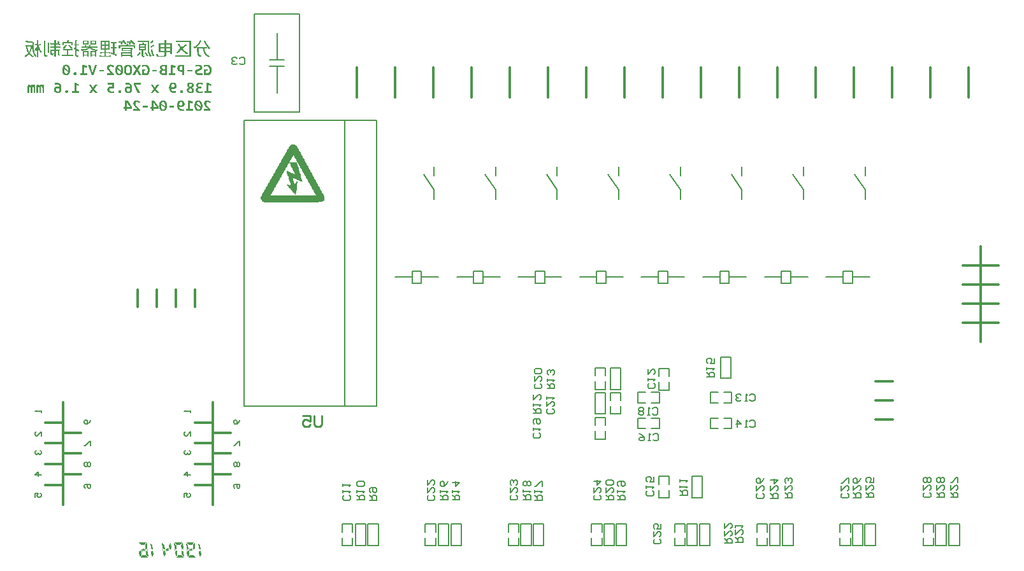
<source format=gbo>
%FSTAX23Y23*%
%MOIN*%
%SFA1B1*%

%IPPOS*%
%ADD10C,0.011810*%
%ADD11C,0.007870*%
%ADD15C,0.005910*%
%ADD16C,0.010000*%
%ADD23C,0.002000*%
%LN8Â··ÖÇøµçÔ´¹ÜÀíÆ÷pcb-1*%
%LPD*%
G36*
X06878Y0029D02*
X06878Y0029D01*
X06878Y0029*
Y0029*
X06878Y0029*
X06878Y00289*
Y00289*
X06878Y00289*
X06878Y00289*
X06878Y00289*
X06877Y00288*
X06877Y00288*
X06877Y00287*
X06876Y00287*
X06876Y00286*
X06875Y00286*
X06874Y00285*
X06874Y00284*
X06873Y00283*
X06872Y00282*
X06871Y0028*
X06871Y0028*
X0687Y0028*
X0687Y0028*
X06869Y00279*
X06869Y00279*
X06869Y00279*
X06851*
X0685Y00279*
X0685Y0028*
X0685Y0028*
X06849Y0028*
X06849Y0028*
X0684Y00289*
X06839Y00289*
X06839Y00289*
X06839Y00289*
Y0029*
X06839Y0029*
X06839Y0029*
X0684Y0029*
X0684Y0029*
X06877*
X06878Y0029*
G37*
G36*
X06815Y0029D02*
X06815Y0029D01*
X06816Y0029*
Y0029*
X06816Y0029*
X06816Y00289*
Y00289*
X06816Y00289*
X06816Y00289*
X06815Y00289*
X06815Y00288*
X06815Y00288*
X06814Y00287*
X06814Y00287*
X06813Y00286*
X06813Y00286*
X06812Y00285*
X06811Y00284*
X0681Y00283*
X06809Y00282*
X06808Y0028*
X06808Y0028*
X06808Y0028*
X06807Y0028*
X06807Y00279*
X06807Y00279*
X06806Y00279*
X06788*
X06788Y00279*
X06788Y0028*
X06787Y0028*
X06787Y0028*
X06786Y0028*
X06777Y00289*
X06777Y00289*
X06777Y00289*
X06777Y00289*
Y0029*
X06777Y0029*
X06777Y0029*
X06777Y0029*
X06778Y0029*
X06815*
X06815Y0029*
G37*
G36*
X06628Y0029D02*
X06628Y0029D01*
X06628Y0029*
Y0029*
X06629Y0029*
X06629Y00289*
Y00289*
X06628Y00289*
X06628Y00289*
X06628Y00289*
X06628Y00288*
X06627Y00288*
X06627Y00287*
X06627Y00287*
X06626Y00286*
X06625Y00286*
X06625Y00285*
X06624Y00284*
X06623Y00283*
X06622Y00282*
X06621Y0028*
X06621Y0028*
X06621Y0028*
X0662Y0028*
X0662Y00279*
X06619Y00279*
X06619Y00279*
X06601*
X06601Y00279*
X066Y0028*
X066Y0028*
X066Y0028*
X06599Y0028*
X0659Y00289*
X0659Y00289*
X0659Y00289*
X06589Y00289*
Y0029*
X0659Y0029*
X0659Y0029*
X0659Y0029*
X0659Y0029*
X06628*
X06628Y0029*
G37*
G36*
X0687Y00262D02*
X06871Y00262D01*
X06871Y00261*
X06871Y00261*
Y00261*
X06871Y0026*
X06871Y0026*
X06871Y00259*
Y00259*
Y00259*
X06871Y00258*
Y00258*
Y00258*
Y00258*
Y00257*
X06871Y00257*
Y00257*
X06871Y00257*
X06871Y00257*
X0687Y00257*
X0687*
X06869Y00257*
X06869Y00258*
X06868Y00258*
X06868Y00258*
X06867Y00258*
X06867Y00259*
X06867Y00259*
X06867*
X06866Y00259*
X06866Y00259*
X06866Y0026*
X06866Y0026*
X06867Y0026*
X06867Y0026*
X06867Y0026*
X06868Y00261*
X06868Y00261*
X06869Y00261*
X06869Y00262*
X06869Y00262*
X06869*
X0687Y00262*
X0687Y00262*
X0687Y00262*
G37*
G36*
X06854D02*
X06854Y00262D01*
X06855Y00262*
X06855Y00261*
X06856Y00261*
X06857Y0026*
X06857Y0026*
X06858Y0026*
X06858Y0026*
X06858Y0026*
Y00259*
X06858Y00259*
X06858Y00259*
X06858*
X06858Y00259*
X06857Y00258*
X06857Y00258*
X06857Y00258*
X06856Y00258*
X06856Y00257*
X06855Y00257*
X06855*
X06855Y00257*
X06855*
X06854Y00257*
X06854Y00257*
X06854Y00257*
X06854Y00258*
X06854Y00258*
Y00258*
Y00259*
X06853Y00259*
Y00259*
X06853Y0026*
X06853Y00261*
Y00261*
Y00261*
Y00261*
X06853Y00262*
X06854Y00262*
X06854*
X06854Y00262*
G37*
G36*
X06745D02*
X06745Y00262D01*
X06746Y00261*
X06746Y00261*
Y00261*
X06746Y0026*
Y0026*
X06746Y00259*
X06746Y00259*
Y00259*
X06746Y00258*
Y00258*
Y00258*
Y00258*
Y00257*
X06746Y00257*
Y00257*
X06746Y00257*
X06745Y00257*
X06745Y00257*
X06745*
X06744Y00257*
X06744Y00258*
X06743Y00258*
X06743Y00258*
X06742Y00258*
X06742Y00259*
X06742Y00259*
X06742*
X06741Y00259*
X06741Y00259*
Y0026*
X06741Y0026*
X06742Y0026*
X06742Y0026*
X06742Y0026*
X06743Y00261*
X06743Y00261*
X06744Y00261*
X06744Y00262*
X06744Y00262*
X06744*
X06745Y00262*
X06745Y00262*
X06745Y00262*
G37*
G36*
X069Y00287D02*
X069Y00286D01*
X069Y00286*
X069Y00286*
X06901Y00286*
X06901Y00285*
X06902Y00285*
X06902Y00284*
X06903Y00284*
X06904Y00283*
X06905Y00282*
X06906Y00281*
X06908Y00279*
X0691Y00278*
X0691Y00278*
X0691Y00278*
X0691Y00277*
X06911Y00277*
X06911Y00276*
X06911Y00276*
X06913Y00254*
Y00254*
Y00254*
X06913Y00254*
X06913Y00253*
X06913*
X06912Y00254*
X06903Y00258*
X06903Y00258*
X06903Y00258*
X06903Y00259*
X06903Y00259*
X06902Y0026*
X06902Y0026*
X06902Y00261*
X06899Y00286*
Y00286*
Y00286*
Y00286*
X06899Y00287*
X06899Y00287*
X06899Y00287*
X06899Y00287*
X069*
X069Y00287*
G37*
G36*
X06882Y00286D02*
X06882Y00286D01*
X06882Y00286*
Y00286*
X06885Y00261*
Y0026*
X06885Y0026*
X06885Y00259*
X06884Y00259*
X06884Y00258*
X06884Y00258*
X06884Y00258*
X06876Y00254*
X06876Y00253*
X06875*
X06875Y00253*
X06875Y00254*
X06875Y00254*
X06875Y00254*
Y00254*
X06872Y00276*
Y00276*
X06872Y00277*
X06873Y00277*
X06873Y00278*
X06873Y00278*
X06873Y00278*
X06875Y0028*
X06875Y00281*
X06876Y00281*
X06877Y00282*
X06877Y00282*
X06877Y00283*
X06877Y00283*
X06878Y00284*
X06879Y00284*
X06879Y00285*
X0688Y00285*
X0688Y00286*
X06881Y00286*
X06881Y00287*
X06881Y00287*
X06882*
X06882Y00286*
G37*
G36*
X06837Y00287D02*
X06838Y00286D01*
X06838Y00286*
X06838Y00286*
X06838Y00286*
X06839Y00285*
X06839Y00285*
X0684Y00284*
X06841Y00284*
X06842Y00283*
X06843Y00282*
X06844Y00281*
X06845Y00279*
X06847Y00278*
X06847Y00278*
X06847Y00278*
X06848Y00277*
X06848Y00277*
X06848Y00276*
X06848Y00276*
X06851Y00254*
Y00254*
Y00254*
Y00254*
X06851Y00253*
X0685*
X0685Y00254*
X06841Y00258*
X06841Y00258*
X06841Y00258*
X0684Y00259*
X0684Y00259*
X06839Y0026*
X06839Y0026*
X06839Y00261*
X06836Y00286*
Y00286*
Y00286*
X06836Y00286*
X06837Y00286*
X06837Y00287*
X06837Y00287*
X06837Y00287*
X06837*
X06837Y00287*
G37*
G36*
X06819Y00286D02*
X0682Y00286D01*
X0682Y00286*
Y00286*
X06823Y00261*
Y0026*
X06822Y0026*
X06822Y00259*
X06822Y00259*
X06821Y00258*
X06821Y00258*
X06821Y00258*
X06813Y00254*
X06813Y00253*
X06813*
X06813Y00253*
X06813Y00254*
X06812Y00254*
X06812Y00254*
Y00254*
X0681Y00276*
Y00276*
X0681Y00277*
X0681Y00277*
X06811Y00278*
X06811Y00278*
X06811Y00278*
X06812Y0028*
X06813Y00281*
X06814Y00281*
X06814Y00282*
X06815Y00282*
X06815Y00283*
X06815Y00283*
X06816Y00284*
X06816Y00284*
X06817Y00285*
X06817Y00285*
X06818Y00286*
X06818Y00286*
X06819Y00287*
X06819Y00287*
X06819*
X06819Y00286*
G37*
G36*
X06775Y00287D02*
X06775Y00286D01*
X06775Y00286*
X06775Y00286*
X06776Y00286*
X06776Y00285*
X06777Y00285*
X06777Y00284*
X06778Y00284*
X06779Y00283*
X0678Y00282*
X06781Y00281*
X06783Y00279*
X06785Y00278*
X06785Y00278*
X06785Y00278*
X06785Y00277*
X06786Y00277*
X06786Y00276*
X06786Y00276*
X06788Y00254*
Y00254*
Y00254*
Y00254*
X06788Y00253*
X06788*
X06787Y00254*
X06778Y00258*
X06778Y00258*
X06778Y00258*
X06778Y00259*
X06778Y00259*
X06777Y0026*
X06777Y0026*
X06777Y00261*
X06774Y00286*
Y00286*
Y00286*
X06774Y00286*
X06774Y00286*
X06774Y00287*
X06774Y00287*
X06774Y00287*
X06775*
X06775Y00287*
G37*
G36*
X06757Y00286D02*
X06757Y00286D01*
X06757Y00286*
Y00286*
Y00286*
X0676Y00261*
Y0026*
X0676Y0026*
X0676Y00259*
X0676Y00259*
X06759Y00258*
X06759Y00258*
X06759Y00258*
X06751Y00254*
X06751Y00253*
X0675*
X0675Y00253*
X0675Y00254*
X0675Y00254*
Y00254*
Y00254*
X06747Y00276*
Y00276*
X06747Y00277*
X06748Y00277*
X06748Y00278*
X06748Y00278*
X06748Y00278*
X06748Y00278*
X0675Y0028*
X0675Y00281*
X06751Y00281*
X06752Y00282*
X06752Y00283*
X06752Y00283*
X06752Y00283*
X06753Y00284*
X06754Y00284*
X06754Y00285*
X06755Y00285*
X06755Y00286*
X06755Y00286*
X06756Y00286*
X06756Y00287*
X06757Y00287*
X06757*
X06757Y00286*
G37*
G36*
X06712Y00287D02*
X06713Y00286D01*
X06713Y00286*
X06713Y00286*
X06713Y00286*
X06714Y00285*
X06714Y00285*
X06715Y00284*
X06716Y00284*
X06717Y00283*
X06718Y00282*
X06719Y00281*
X0672Y00279*
X06722Y00278*
X06722Y00278*
X06722Y00278*
X06723Y00277*
X06723Y00277*
X06723Y00276*
X06723Y00276*
X06726Y00254*
Y00254*
Y00254*
Y00254*
X06726Y00253*
X06725*
X06725Y00254*
X06716Y00258*
X06716Y00258*
X06716Y00258*
X06715Y00259*
X06715Y00259*
X06715Y0026*
X06714Y0026*
X06714Y00261*
X06711Y00286*
Y00286*
Y00286*
Y00286*
X06712Y00287*
X06712Y00287*
X06712Y00287*
X06712Y00287*
X06712*
X06712Y00287*
G37*
G36*
X0665D02*
X0665Y00286D01*
X0665Y00286*
X06651Y00286*
X06651Y00286*
X06651Y00285*
X06652Y00285*
X06653Y00284*
X06653Y00284*
X06654Y00283*
X06655Y00282*
X06657Y00281*
X06658Y00279*
X0666Y00278*
X0666Y00278*
X0666Y00278*
X0666Y00277*
X06661Y00277*
X06661Y00276*
X06661Y00276*
X06664Y00254*
Y00254*
Y00254*
X06664Y00254*
X06663Y00253*
X06663*
X06663Y00254*
X06654Y00258*
X06654Y00258*
X06653Y00258*
X06653Y00259*
X06653Y00259*
X06652Y0026*
X06652Y0026*
X06652Y00261*
X06649Y00286*
Y00286*
Y00286*
Y00286*
X06649Y00287*
X06649Y00287*
X06649Y00287*
X0665Y00287*
X0665*
X0665Y00287*
G37*
G36*
X06632Y00286D02*
X06632Y00286D01*
X06632Y00286*
Y00286*
X06635Y00261*
Y0026*
X06635Y0026*
X06635Y00259*
X06635Y00259*
X06634Y00258*
X06634Y00258*
X06634Y00258*
X06626Y00254*
X06626Y00253*
X06626*
X06625Y00253*
X06625Y00254*
X06625Y00254*
X06625Y00254*
Y00254*
X06622Y00276*
Y00276*
X06623Y00277*
X06623Y00277*
X06623Y00278*
X06623Y00278*
X06623Y00278*
X06625Y0028*
X06626Y00281*
X06626Y00281*
X06627Y00282*
X06627Y00282*
X06628Y00283*
X06628Y00283*
X06628Y00284*
X06629Y00284*
X06629Y00285*
X0663Y00285*
X06631Y00286*
X06631Y00286*
X06632Y00287*
X06632Y00287*
X06632*
X06632Y00286*
G37*
G36*
X06823Y00254D02*
X06823Y00254D01*
Y00254*
X06824Y0025*
X06824Y00249*
X06824Y00249*
X06823Y00249*
X06823*
X06823Y00249*
X06823*
X06822Y00249*
X06822Y0025*
X06821Y0025*
X0682Y0025*
X0682Y00251*
X0682Y00251*
X06819Y00251*
X06819Y00251*
X0682Y00252*
X0682Y00252*
X0682Y00252*
X06821Y00253*
X06821Y00253*
X06822Y00253*
X06822Y00254*
X06822Y00254*
X06823Y00254*
X06823Y00254*
X06823*
X06823Y00254*
G37*
G36*
X06636D02*
X06636Y00254D01*
Y00254*
X06637Y0025*
X06636Y00249*
X06636Y00249*
X06636Y00249*
X06636*
X06636Y00249*
X06636*
X06635Y00249*
X06635Y0025*
X06634Y0025*
X06633Y0025*
X06633Y00251*
X06632Y00251*
X06632Y00251*
X06632Y00251*
X06632Y00252*
X06633Y00252*
X06633Y00252*
X06634Y00253*
X06634Y00253*
X06635Y00253*
X06635Y00254*
X06635Y00254*
X06635Y00254*
X06636Y00254*
X06636*
X06636Y00254*
G37*
G36*
X06903D02*
X06903Y00254D01*
X06903*
X06904Y00254*
X06904Y00253*
X06904Y00253*
X06905Y00253*
X06906Y00252*
X06906Y00252*
X06907Y00251*
X06907Y00251*
X06907Y00251*
X06907Y00251*
X06906Y0025*
X06906Y0025*
X06905Y0025*
X06904Y00249*
X06904*
X06904Y00249*
X06903Y00249*
X06903*
X06903Y00249*
X06903Y00249*
X06903Y0025*
X06902Y00254*
Y00254*
Y00254*
X06903Y00254*
X06903Y00254*
X06903*
X06903Y00254*
G37*
G36*
X06841D02*
X06841Y00254D01*
X06841*
X06841Y00254*
X06842Y00253*
X06842Y00253*
X06842Y00253*
X06843Y00252*
X06844Y00252*
X06844Y00251*
X06844Y00251*
X06844Y00251*
X06844Y00251*
X06844Y0025*
X06843Y0025*
X06842Y0025*
X06841Y00249*
X06841*
X06841Y00249*
X06841Y00249*
X06841*
X0684Y00249*
X0684Y00249*
X0684Y0025*
X0684Y00254*
Y00254*
Y00254*
X0684Y00254*
X0684Y00254*
X0684*
X06841Y00254*
G37*
G36*
X06778D02*
X06778Y00254D01*
X06778*
X06779Y00254*
X06779Y00253*
X06779Y00253*
X0678Y00253*
X06781Y00252*
X06781Y00252*
X06782Y00251*
X06782Y00251*
X06782Y00251*
X06782Y00251*
X06781Y0025*
X06781Y0025*
X0678Y0025*
X06779Y00249*
X06779*
X06779Y00249*
X06778Y00249*
X06778*
X06778Y00249*
X06778Y00249*
X06778Y0025*
X06777Y00254*
Y00254*
Y00254*
X06777Y00254*
X06778Y00254*
X06778*
X06778Y00254*
G37*
G36*
X06716D02*
X06716Y00254D01*
X06716*
X06716Y00254*
X06717Y00253*
X06717Y00253*
X06718Y00253*
X06718Y00252*
X06719Y00252*
X06719Y00251*
X06719Y00251*
X06719Y00251*
X06719Y00251*
X06719Y0025*
X06718Y0025*
X06717Y0025*
X06716Y00249*
X06716*
X06716Y00249*
X06716Y00249*
X06716*
X06716Y00249*
X06715Y00249*
X06715Y0025*
X06715Y00254*
Y00254*
Y00254*
X06715Y00254*
X06715Y00254*
X06716*
X06716Y00254*
G37*
G36*
X06653D02*
X06654Y00254D01*
X06654*
X06654Y00254*
X06654Y00253*
X06655Y00253*
X06655Y00253*
X06656Y00252*
X06656Y00252*
X06657Y00251*
X06657Y00251*
X06657Y00251*
X06657Y00251*
X06656Y0025*
X06656Y0025*
X06655Y0025*
X06654Y00249*
X06654*
X06654Y00249*
X06654Y00249*
X06653*
X06653Y00249*
X06653Y00249*
X06653Y0025*
X06653Y00254*
Y00254*
Y00254*
X06653Y00254*
X06653Y00254*
X06653*
X06653Y00254*
G37*
G36*
X06863Y00257D02*
X06863Y00257D01*
X06863Y00257*
X06863Y00257*
X06864*
X06871Y00253*
X06871Y00253*
X06872Y00252*
X06872Y00252*
X06872Y00252*
X06873Y00251*
X06873Y00251*
Y00251*
X06873Y00251*
X06872Y0025*
X06872Y0025*
X06872Y0025*
X06871*
X0687Y00249*
X06869Y00248*
X06868Y00247*
X06867Y00247*
X06866Y00246*
X06865Y00246*
X06865Y00246*
X06865Y00246*
X06865Y00245*
X06864Y00245*
X06864*
X06863Y00245*
X06863Y00245*
X06863Y00245*
X06863Y00246*
X06863*
X06862Y00246*
X06862Y00246*
X06862Y00246*
X06861Y00246*
X0686Y00247*
X06859Y00248*
X06857Y00248*
X06857Y00249*
X06856Y00249*
X06856Y00249*
X06855Y00249*
X06855Y0025*
X06855*
X06855Y0025*
X06854Y0025*
X06854Y00251*
X06853Y00251*
X06853Y00251*
X06853Y00251*
Y00251*
Y00252*
X06853Y00252*
X06854Y00252*
X06854Y00252*
X06854Y00253*
X06855Y00253*
X06855*
X06856Y00253*
X06857Y00254*
X06858Y00255*
X06859Y00256*
X0686Y00256*
X06861Y00256*
X06861Y00257*
X06861Y00257*
X06861*
X06862Y00257*
X06862Y00257*
X06862*
X06863Y00257*
G37*
G36*
X06738D02*
X06738Y00257D01*
X06738Y00257*
X06738Y00257*
X06739*
X06746Y00253*
X06746Y00253*
X06747Y00252*
X06747Y00252*
X06747Y00252*
X06748Y00252*
X06748Y00251*
X06748Y00251*
Y00251*
X06748Y00251*
X06747Y0025*
X06747Y0025*
X06747Y0025*
X06747*
X06745Y00249*
X06744Y00248*
X06743Y00247*
X06742Y00247*
X06741Y00246*
X0674Y00246*
X0674Y00246*
X0674Y00246*
X0674Y00245*
X06739Y00245*
X06739*
X06738Y00245*
X06738Y00245*
X06738Y00245*
X06738Y00246*
X06738*
X06737Y00246*
X06737Y00246*
X06737Y00246*
X06736Y00246*
X06735Y00247*
X06734Y00248*
X06732Y00248*
X06732Y00249*
X06731Y00249*
X06731Y00249*
X0673Y00249*
X0673Y00249*
X0673*
X0673Y0025*
X06729Y0025*
X06729Y0025*
X06728Y00251*
X06728Y00251*
X06728Y00251*
Y00251*
Y00252*
X06728Y00252*
X06729Y00252*
X06729Y00252*
X06729Y00253*
X0673Y00253*
X0673*
X06732Y00254*
X06733Y00255*
X06734Y00256*
X06735Y00256*
X06736Y00256*
X06736Y00257*
X06736Y00257*
X06736*
X06737Y00257*
X06737Y00257*
X06737*
X06738Y00257*
G37*
G36*
X06613D02*
X06613Y00257D01*
X06614Y00257*
X06614Y00257*
X06614*
X06621Y00253*
X06622Y00253*
X06622Y00252*
X06622Y00252*
X06623Y00252*
X06623Y00251*
X06623Y00251*
Y00251*
X06623Y00251*
X06622Y0025*
X06622Y0025*
X06622Y0025*
X06622*
X0662Y00249*
X06619Y00248*
X06618Y00247*
X06617Y00247*
X06616Y00246*
X06616Y00246*
X06615Y00246*
X06615Y00246*
X06615Y00245*
X06614Y00245*
X06614*
X06614Y00245*
X06613Y00245*
X06613Y00245*
X06613Y00246*
X06613*
X06613Y00246*
X06612Y00246*
X06612Y00246*
X06611Y00246*
X0661Y00247*
X06609Y00248*
X06608Y00248*
X06607Y00249*
X06606Y00249*
X06606Y00249*
X06606Y00249*
X06605Y0025*
X06605*
X06605Y0025*
X06604Y0025*
X06604Y00251*
X06604Y00251*
X06604Y00251*
X06603Y00251*
Y00251*
Y00252*
X06604Y00252*
X06604Y00252*
X06604Y00252*
X06605Y00253*
X06605Y00253*
X06605*
X06606Y00253*
X06607Y00254*
X06608Y00255*
X06609Y00256*
X0661Y00256*
X06611Y00256*
X06611Y00257*
X06611Y00257*
X06612*
X06612Y00257*
X06612Y00257*
X06613*
X06613Y00257*
G37*
G36*
X06622Y00246D02*
X06622Y00245D01*
X06623Y00245*
X06623Y00245*
X06623Y00244*
Y00244*
Y00244*
Y00244*
X06623Y00243*
X06623Y00243*
X06623Y00242*
Y00241*
Y00241*
X06623Y00241*
X06623Y00241*
X06623*
X06622Y00241*
X06622Y00241*
X06622Y00241*
X06621Y00241*
X0662Y00242*
X06619Y00242*
X06619*
X06619Y00242*
X06619Y00243*
X06618Y00243*
X06618Y00243*
X06618Y00243*
Y00243*
X06618Y00244*
X06618Y00244*
X06619Y00244*
X06619*
X06619Y00244*
X06619Y00244*
X0662Y00244*
X0662Y00245*
X0662Y00245*
X06621Y00245*
X06622Y00246*
X06622Y00246*
X06622*
X06622Y00246*
G37*
G36*
X06731D02*
X06731D01*
X06732Y00245*
X06733Y00245*
X06733Y00244*
X06734Y00244*
X06734Y00244*
X06734Y00244*
X06734*
X06735Y00244*
X06735Y00243*
X06735Y00243*
Y00243*
X06735Y00243*
X06735Y00243*
X06735Y00243*
X06734Y00242*
X06734Y00242*
X06733Y00242*
X06733Y00241*
X06732Y00241*
X06732Y00241*
X06732Y00241*
X06731Y00241*
X06731Y00241*
X06731Y00241*
X06731Y00241*
X06731Y00242*
Y00242*
X0673Y00242*
X0673Y00243*
Y00243*
X0673Y00244*
X0673Y00244*
Y00244*
Y00244*
X0673Y00245*
X0673Y00245*
X0673Y00246*
X06731Y00246*
X06731*
X06731Y00246*
G37*
G36*
X06606D02*
X06606D01*
X06608Y00245*
X06608Y00245*
X06609Y00244*
X06609Y00244*
X06609Y00244*
X0661Y00244*
X0661*
X0661Y00244*
X0661Y00243*
X0661Y00243*
Y00243*
X0661Y00243*
X0661Y00243*
X0661Y00242*
X0661Y00242*
X06609Y00242*
X06608Y00241*
X06607Y00241*
X06607Y00241*
X06607Y00241*
X06607Y00241*
X06606Y00241*
X06606Y00241*
X06606Y00241*
X06606Y00242*
Y00242*
X06606Y00242*
X06606Y00243*
Y00243*
X06605Y00244*
X06605Y00244*
Y00244*
Y00244*
X06605Y00245*
X06606Y00245*
X06606Y00246*
X06606Y00246*
X06606*
X06606Y00246*
G37*
G36*
X06914Y00249D02*
X06914Y00249D01*
X06914Y00249*
X06914Y00249*
Y00248*
X06916Y00227*
Y00226*
X06916Y00226*
X06916Y00225*
X06916Y00225*
X06916Y00225*
X06916Y00225*
X06914Y00223*
X06913Y00222*
X06912Y00221*
X06912Y0022*
X06911Y00219*
X0691Y00219*
X0691Y00218*
X06909Y00218*
X06909Y00217*
X06909Y00217*
X06908Y00216*
X06908Y00216*
X06908Y00216*
X06908Y00216*
X06908Y00216*
X06908*
X06907Y00216*
X06907Y00216*
X06907Y00216*
X06907Y00217*
Y00217*
Y00217*
X06904Y00242*
Y00243*
X06904Y00243*
X06904Y00243*
X06904Y00244*
X06905Y00244*
X06905Y00244*
X06905Y00244*
X06905Y00244*
X06913Y00249*
X06913Y00249*
X06913*
X06914Y00249*
G37*
G36*
X06851D02*
X06851Y00249D01*
X06851Y00249*
X06852Y00249*
Y00248*
X06854Y00227*
Y00226*
X06854Y00226*
X06854Y00225*
X06853Y00225*
X06853Y00225*
X06853Y00225*
X06852Y00223*
X06851Y00222*
X0685Y00221*
X06849Y0022*
X06848Y00219*
X06848Y00219*
X06847Y00218*
X06847Y00218*
X06846Y00217*
X06846Y00217*
X06846Y00216*
X06845Y00216*
X06845Y00216*
X06845Y00216*
X06845Y00216*
X06845*
X06845Y00216*
X06844Y00216*
X06844Y00216*
X06844Y00217*
Y00217*
Y00217*
X06841Y00242*
Y00243*
X06841Y00243*
X06842Y00243*
X06842Y00244*
X06842Y00244*
X06842Y00244*
X06842*
X0685Y00249*
X06851Y00249*
X06851*
X06851Y00249*
G37*
G36*
X06814D02*
X06814Y00249D01*
X06823Y00244*
X06823*
X06823Y00244*
X06823Y00244*
X06824Y00244*
X06824Y00243*
X06825Y00243*
X06825Y00242*
X06827Y00217*
Y00217*
Y00217*
X06827Y00216*
X06827Y00216*
X06827*
X06827Y00216*
X06827*
X06827Y00216*
X06826Y00216*
X06826Y00216*
X06826Y00216*
X06826Y00216*
X06826Y00217*
X06825Y00217*
X06825Y00217*
X06825Y00218*
X06824Y00218*
X06824Y00219*
X06823Y00219*
X06822Y0022*
X06821Y00221*
X0682Y00222*
X06818Y00223*
X06817Y00225*
X06817Y00225*
X06817Y00225*
X06816Y00225*
X06816Y00226*
X06815Y00226*
X06815Y00227*
X06813Y00248*
Y00249*
Y00249*
X06813Y00249*
X06813Y00249*
X06813*
X06813Y00249*
X06814Y00249*
G37*
G36*
X06789D02*
X06789Y00249D01*
X06789Y00249*
X06789Y00249*
Y00248*
X06791Y00227*
Y00226*
X06791Y00226*
X06791Y00225*
X06791Y00225*
X06791Y00225*
Y00225*
X06789Y00223*
X06788Y00222*
X06787Y00221*
X06787Y0022*
X06786Y00219*
X06785Y00219*
X06785Y00218*
X06784Y00218*
X06784Y00217*
X06784Y00217*
X06783Y00216*
X06783Y00216*
X06783Y00216*
X06783Y00216*
X06783Y00216*
X06782*
X06782Y00216*
X06782Y00216*
X06782Y00216*
X06782Y00217*
Y00217*
Y00217*
X06779Y00242*
Y00243*
X06779Y00243*
X06779Y00243*
X06779Y00244*
X0678Y00244*
X0678Y00244*
X0678*
X06788Y00249*
X06788Y00249*
X06788*
X06789Y00249*
G37*
G36*
X06726D02*
X06726Y00249D01*
X06727Y00249*
X06727Y00249*
Y00248*
X06729Y00227*
Y00226*
X06729Y00226*
X06729Y00225*
X06728Y00225*
X06728Y00225*
X06728Y00225*
X06727Y00223*
X06726Y00222*
X06725Y00221*
X06724Y0022*
X06723Y00219*
X06723Y00219*
X06722Y00218*
X06722Y00218*
X06721Y00217*
X06721Y00217*
X06721Y00216*
X06721Y00216*
X0672Y00216*
X0672Y00216*
X0672Y00216*
X0672*
X0672Y00216*
X0672Y00216*
X06719Y00216*
X06719Y00217*
Y00217*
Y00217*
X06716Y00242*
Y00243*
X06716Y00243*
X06717Y00243*
X06717Y00244*
X06717Y00244*
X06717Y00244*
X06718*
X06725Y00249*
X06726Y00249*
X06726*
X06726Y00249*
G37*
G36*
X06664D02*
X06664Y00249D01*
X06664Y00249*
X06664Y00249*
Y00248*
X06667Y00227*
Y00226*
X06667Y00226*
X06666Y00225*
X06666Y00225*
X06666Y00225*
X06666Y00225*
X06665Y00223*
X06664Y00222*
X06663Y00221*
X06662Y0022*
X06661Y00219*
X06661Y00219*
X0666Y00218*
X0666Y00218*
X06659Y00217*
X06659Y00217*
X06658Y00216*
X06658Y00216*
X06658Y00216*
X06658Y00216*
X06658Y00216*
X06658*
X06657Y00216*
X06657Y00216*
X06657Y00216*
X06657Y00217*
Y00217*
Y00217*
X06654Y00242*
Y00243*
X06654Y00243*
X06654Y00243*
X06655Y00244*
X06655Y00244*
X06655Y00244*
X06655Y00244*
X06655Y00244*
X06663Y00249*
X06663Y00249*
X06664*
X06664Y00249*
G37*
G36*
X06626D02*
X06627Y00249D01*
X06636Y00244*
X06636*
X06636Y00244*
X06636Y00244*
X06636Y00244*
X06637Y00243*
X06637Y00243*
X06637Y00242*
X0664Y00217*
Y00217*
Y00217*
X0664Y00216*
X0664Y00216*
X0664*
X0664Y00216*
X0664*
X06639Y00216*
X06639Y00216*
X06639Y00216*
X06639Y00216*
X06639Y00216*
X06638Y00217*
X06638Y00217*
X06638Y00217*
X06637Y00218*
X06637Y00218*
X06636Y00219*
X06635Y00219*
X06635Y0022*
X06634Y00221*
X06632Y00222*
X06631Y00223*
X0663Y00225*
X06629Y00225*
X06629Y00225*
X06629Y00225*
X06628Y00226*
X06628Y00226*
X06628Y00227*
X06626Y00248*
Y00249*
Y00249*
X06626Y00249*
X06626Y00249*
X06626*
X06626Y00249*
X06626Y00249*
G37*
G36*
X06601D02*
X06602Y00249D01*
X06602Y00249*
X06602Y00249*
Y00248*
X06604Y00227*
Y00226*
X06604Y00226*
X06604Y00225*
X06603Y00225*
X06603Y00225*
X06603Y00225*
X06602Y00223*
X06601Y00222*
X066Y00221*
X06599Y0022*
X06599Y00219*
X06598Y00219*
X06597Y00218*
X06597Y00218*
X06597Y00217*
X06596Y00217*
X06596Y00216*
X06596Y00216*
X06596Y00216*
X06596Y00216*
X06595Y00216*
X06595*
X06595Y00216*
X06595Y00216*
X06594Y00216*
X06594Y00217*
Y00217*
Y00217*
X06591Y00242*
Y00243*
X06592Y00243*
X06592Y00243*
X06592Y00244*
X06592Y00244*
X06593Y00244*
X06593*
X06601Y00249*
X06601Y00249*
X06601*
X06601Y00249*
G37*
G36*
X06875Y00223D02*
X06876Y00223D01*
X06876Y00223*
X06877Y00222*
X06877Y00222*
X06877Y00222*
X06877Y00222*
X06879Y0022*
X0688Y0022*
X06881Y00219*
X06882Y00218*
X06882Y00218*
X06883Y00217*
X06883Y00217*
X06883Y00217*
X06884Y00216*
X06885Y00215*
X06885Y00215*
X06886Y00215*
X06886Y00214*
X06887Y00214*
X06887Y00213*
X06887Y00213*
Y00213*
Y00213*
X06887Y00213*
X06886Y00213*
X06886Y00212*
X06849*
X06849Y00213*
X06848Y00213*
X06848Y00213*
X06848Y00213*
X06848Y00213*
X06848Y00213*
X06848Y00214*
X06848Y00214*
X06856Y00222*
X06856Y00222*
X06856Y00223*
X06857Y00223*
X06857Y00223*
X06857Y00223*
X06875*
X06875Y00223*
G37*
G36*
X06813Y00223D02*
X06813Y00223D01*
X06814Y00223*
X06814Y00222*
X06814Y00222*
X06815Y00222*
X06815Y00222*
X06817Y0022*
X06818Y0022*
X06818Y00219*
X06819Y00218*
X0682Y00218*
X0682Y00217*
X0682Y00217*
X06821Y00217*
X06822Y00216*
X06822Y00215*
X06823Y00215*
X06823Y00215*
X06824Y00214*
X06824Y00214*
X06824Y00213*
X06824Y00213*
Y00213*
X06824Y00213*
X06824Y00213*
X06824Y00212*
X06787*
X06786Y00213*
X06786Y00213*
X06786Y00213*
X06786Y00213*
X06785Y00213*
X06785Y00213*
X06786Y00214*
X06786Y00214*
X06793Y00222*
X06793Y00222*
X06794Y00223*
X06794Y00223*
X06794Y00223*
X06795Y00223*
X06813*
X06813Y00223*
G37*
G36*
X06626Y00223D02*
X06626Y00223D01*
X06627Y00223*
X06627Y00222*
X06627Y00222*
X06627Y00222*
X06627Y00222*
X06629Y0022*
X0663Y0022*
X06631Y00219*
X06632Y00218*
X06632Y00218*
X06633Y00217*
X06633Y00217*
X06634Y00217*
X06634Y00216*
X06635Y00215*
X06636Y00215*
X06636Y00215*
X06636Y00214*
X06637Y00214*
X06637Y00213*
X06637Y00213*
Y00213*
Y00213*
X06637Y00213*
X06637Y00213*
X06636Y00212*
X06599*
X06599Y00213*
X06598Y00213*
X06598Y00213*
X06598Y00213*
X06598Y00213*
X06598Y00213*
X06598Y00214*
X06598Y00214*
X06606Y00222*
X06606Y00222*
X06607Y00223*
X06607Y00223*
X06607Y00223*
X06608Y00223*
X06625*
X06626Y00223*
G37*
G36*
X06443Y02792D02*
X06445Y02792D01*
X06447Y02792*
X06448Y02792*
X0645Y02791*
X0645Y02791*
X06451Y02791*
X06451Y02791*
X06451*
X06453Y0279*
X06454Y02789*
X06455Y02788*
X06457Y02787*
X06458Y02787*
X06458Y02786*
X06459Y02786*
X06459Y02785*
X06454Y02779*
X06453Y02779*
X06452Y0278*
X06451Y02781*
X0645Y02781*
X0645Y02782*
X06449Y02782*
X06449Y02782*
X06449Y02782*
X06448Y02783*
X06447Y02783*
X06445Y02783*
X06445Y02783*
X06444Y02784*
X06443Y02784*
X06443*
X06441Y02784*
X0644Y02783*
X0644Y02783*
X0644Y02783*
X06439Y02783*
X06439*
X06438Y02782*
X06438Y02782*
X06437Y02782*
X06437Y02781*
Y02781*
X06436Y02781*
X06436Y0278*
X06436Y02779*
X06436Y02779*
Y02779*
X06435Y02778*
X06435Y02777*
X06435Y02777*
Y02776*
Y02776*
Y02776*
X06435Y02775*
X06435Y02774*
X06435Y02773*
Y02773*
X06435Y02773*
Y02773*
X06436Y02771*
X06436Y0277*
X06437Y0277*
X06437Y02769*
X06437Y02769*
X06437Y02769*
X06438Y02767*
X06439Y02766*
X0644Y02765*
X0644Y02765*
X0644Y02764*
X0644Y02764*
X06441Y02763*
X06442Y02762*
X06443Y02761*
X06444Y0276*
X06445Y02759*
X06445Y02759*
X06446Y02758*
X06446Y02758*
X06459Y02745*
Y02738*
X06422*
Y02747*
X06445*
X06437Y02755*
X06436Y02756*
X06435Y02757*
X06434Y02758*
X06433Y02758*
X06433Y02759*
X06432Y0276*
X06432Y0276*
X06432Y0276*
X0643Y02762*
X06429Y02763*
X06429Y02764*
X06428Y02764*
X06428Y02765*
X06428Y02765*
X06428Y02765*
X06426Y02767*
X06426Y02768*
X06426Y02769*
X06425Y0277*
X06425Y0277*
X06425Y02771*
Y02771*
X06425Y02773*
X06424Y02774*
X06424Y02775*
X06424Y02776*
Y02776*
Y02777*
Y02777*
X06424Y02778*
X06424Y02779*
X06425Y02781*
X06425Y02782*
X06425Y02782*
X06425Y02783*
X06425Y02784*
X06425Y02784*
X06426Y02785*
X06427Y02786*
X06427Y02787*
X06428Y02787*
X06428Y02788*
X06429Y02788*
X06429Y02788*
X06429Y02789*
X0643Y02789*
X06431Y0279*
X06432Y0279*
X06433Y02791*
X06433Y02791*
X06434Y02791*
X06434Y02791*
X06435*
X06436Y02792*
X06437Y02792*
X06438Y02792*
X06439Y02792*
X0644*
X06441Y02793*
X06442*
X06443Y02792*
G37*
G36*
X06783Y02783D02*
X0678Y02775D01*
X06768Y02781*
Y02747*
X06781*
Y02738*
X06746*
Y02747*
X06757*
Y02792*
X06766*
X06783Y02783*
G37*
G36*
X06321D02*
X06317Y02775D01*
X06305Y02781*
Y02747*
X06319*
Y02738*
X06283*
Y02747*
X06295*
Y02792*
X06304*
X06321Y02783*
G37*
G36*
X06586Y02765D02*
X06602Y02738D01*
X0659*
X0658Y02758*
X0657Y02738*
X06557*
X06574Y02766*
X06558Y02792*
X0657*
X0658Y02773*
X06589Y02792*
X06601*
X06586Y02765*
G37*
G36*
X0687Y02756D02*
X06844D01*
Y02765*
X0687*
Y02756*
G37*
G36*
X06685D02*
X06659D01*
Y02765*
X06685*
Y02756*
G37*
G36*
X06407D02*
X06382D01*
Y02765*
X06407*
Y02756*
G37*
G36*
X06355Y02738D02*
X06342D01*
X06325Y02792*
X06336*
X06345Y0276*
X06348Y02749*
X06351Y02759*
X0636Y02792*
X06371*
X06355Y02738*
G37*
G36*
X06947Y02792D02*
X06949Y02792D01*
X06951Y02792*
X06952Y02792*
X06954Y02791*
X06955Y02791*
X06955Y02791*
X06955Y02791*
X06955Y02791*
X06955*
X06957Y0279*
X06959Y02789*
X0696Y02788*
X06961Y02787*
X06962Y02786*
X06963Y02786*
X06964Y02785*
X06964Y02785*
X06965Y02784*
X06966Y02782*
X06967Y02781*
X06968Y02779*
X06968Y02778*
X06968Y02777*
X06969Y02776*
X06969Y02776*
X06969Y02776*
Y02776*
X06969Y02774*
X0697Y02772*
X0697Y0277*
X0697Y02768*
X0697Y02766*
Y02766*
X0697Y02765*
Y02765*
Y02764*
Y02764*
Y02764*
X0697Y02762*
X0697Y02759*
X0697Y02757*
X0697Y02756*
X06969Y02754*
X06969Y02754*
X06969Y02753*
X06969Y02753*
X06969Y02752*
X06969Y02752*
Y02752*
X06968Y0275*
X06967Y02749*
X06967Y02747*
X06966Y02746*
X06965Y02745*
X06965Y02744*
X06964Y02744*
X06964Y02744*
X06963Y02743*
X06962Y02742*
X0696Y02741*
X06959Y0274*
X06958Y02739*
X06957Y02739*
X06957Y02739*
X06957Y02739*
X06955Y02738*
X06953Y02738*
X06951Y02737*
X0695Y02737*
X06948Y02737*
X06947Y02737*
X06945*
X06943Y02737*
X06942Y02737*
X0694Y02737*
X06939Y02738*
X06938Y02738*
X06938Y02738*
X06938*
X06936Y02738*
X06935Y02739*
X06933Y02739*
X06932Y02739*
X06931Y0274*
X06931Y0274*
X0693Y0274*
X0693Y0274*
Y02769*
X06949*
Y02761*
X0694*
Y02747*
X0694Y02747*
X06941Y02747*
X06941Y02747*
X06941*
X06942Y02746*
X06942Y02746*
X06942*
X06943Y02746*
X06943*
X06944Y02746*
X06945*
X06947Y02746*
X06948Y02746*
X06949Y02746*
X0695Y02747*
X06951Y02747*
X06952Y02747*
X06952Y02747*
X06952Y02747*
X06953Y02748*
X06954Y02748*
X06955Y02749*
X06955Y0275*
X06956Y0275*
X06956Y02751*
X06956Y02751*
X06956Y02751*
X06958Y02753*
X06958Y02754*
X06958Y02755*
X06959Y02756*
X06959Y02756*
X06959Y02757*
Y02757*
X06959Y02759*
X0696Y02761*
X0696Y02762*
X0696Y02763*
Y02764*
Y02764*
Y02764*
Y02766*
X0696Y02768*
X06959Y02769*
X06959Y0277*
X06959Y02771*
X06959Y02772*
X06959Y02772*
Y02772*
X06958Y02774*
X06958Y02775*
X06957Y02776*
X06957Y02777*
X06957Y02777*
X06956Y02778*
X06956Y02778*
X06956Y02778*
X06955Y02779*
X06954Y0278*
X06953Y02781*
X06953Y02781*
X06952Y02782*
X06951Y02782*
X06951Y02782*
X06951Y02782*
X0695Y02783*
X06949Y02783*
X06948Y02783*
X06947Y02783*
X06946Y02783*
X06945Y02784*
X06944*
X06942Y02783*
X0694Y02783*
X06939Y02783*
X06938Y02783*
X06938Y02783*
X06937Y02783*
X06937*
X06936Y02782*
X06934Y02782*
X06933Y02781*
X06932Y02781*
X06931Y02781*
X06931Y0278*
X0693Y0278*
X0693Y0278*
Y0279*
X06933Y02791*
X06934Y02791*
X06935Y02791*
X06936Y02792*
X06937Y02792*
X06937Y02792*
X06937*
X0694Y02792*
X06941Y02792*
X06942Y02792*
X06943Y02793*
X06944*
X06947Y02792*
G37*
G36*
X06623D02*
X06625Y02792D01*
X06627Y02792*
X06629Y02792*
X0663Y02791*
X06631Y02791*
X06631Y02791*
X06632Y02791*
X06632Y02791*
X06632*
X06634Y0279*
X06635Y02789*
X06637Y02788*
X06638Y02787*
X06639Y02786*
X0664Y02786*
X0664Y02785*
X0664Y02785*
X06641Y02784*
X06642Y02782*
X06643Y02781*
X06644Y02779*
X06644Y02778*
X06645Y02777*
X06645Y02776*
X06645Y02776*
X06645Y02776*
Y02776*
X06646Y02774*
X06646Y02772*
X06647Y0277*
X06647Y02768*
X06647Y02766*
Y02766*
X06647Y02765*
Y02765*
Y02764*
Y02764*
Y02764*
X06647Y02762*
X06647Y02759*
X06646Y02757*
X06646Y02756*
X06646Y02754*
X06646Y02754*
X06646Y02753*
X06645Y02753*
X06645Y02752*
X06645Y02752*
Y02752*
X06645Y0275*
X06644Y02749*
X06643Y02747*
X06642Y02746*
X06642Y02745*
X06641Y02744*
X06641Y02744*
X06641Y02744*
X06639Y02743*
X06638Y02742*
X06637Y02741*
X06636Y0274*
X06635Y02739*
X06634Y02739*
X06633Y02739*
X06633Y02739*
X06631Y02738*
X0663Y02738*
X06628Y02737*
X06626Y02737*
X06625Y02737*
X06624Y02737*
X06621*
X0662Y02737*
X06618Y02737*
X06617Y02737*
X06616Y02738*
X06615Y02738*
X06614Y02738*
X06614*
X06613Y02738*
X06611Y02739*
X0661Y02739*
X06609Y02739*
X06608Y0274*
X06607Y0274*
X06607Y0274*
X06606Y0274*
Y02769*
X06625*
Y02761*
X06616*
Y02747*
X06617Y02747*
X06617Y02747*
X06618Y02747*
X06618*
X06618Y02746*
X06619Y02746*
X06619*
X06619Y02746*
X0662*
X0662Y02746*
X06622*
X06623Y02746*
X06624Y02746*
X06626Y02746*
X06627Y02747*
X06627Y02747*
X06628Y02747*
X06628Y02747*
X06628Y02747*
X06629Y02748*
X0663Y02748*
X06631Y02749*
X06632Y0275*
X06632Y0275*
X06633Y02751*
X06633Y02751*
X06633Y02751*
X06634Y02753*
X06634Y02754*
X06635Y02755*
X06635Y02756*
X06635Y02756*
X06635Y02757*
Y02757*
X06636Y02759*
X06636Y02761*
X06636Y02762*
X06636Y02763*
Y02764*
Y02764*
Y02764*
Y02766*
X06636Y02768*
X06636Y02769*
X06636Y0277*
X06635Y02771*
X06635Y02772*
X06635Y02772*
Y02772*
X06635Y02774*
X06634Y02775*
X06634Y02776*
X06633Y02777*
X06633Y02777*
X06633Y02778*
X06632Y02778*
X06632Y02778*
X06632Y02779*
X06631Y0278*
X0663Y02781*
X06629Y02781*
X06628Y02782*
X06628Y02782*
X06627Y02782*
X06627Y02782*
X06626Y02783*
X06625Y02783*
X06624Y02783*
X06623Y02783*
X06622Y02783*
X06621Y02784*
X06621*
X06618Y02783*
X06617Y02783*
X06616Y02783*
X06615Y02783*
X06614Y02783*
X06614Y02783*
X06613*
X06612Y02782*
X06611Y02782*
X0661Y02781*
X06609Y02781*
X06608Y02781*
X06607Y0278*
X06607Y0278*
X06607Y0278*
Y0279*
X06609Y02791*
X0661Y02791*
X06611Y02791*
X06612Y02792*
X06613Y02792*
X06613Y02792*
X06614*
X06616Y02792*
X06617Y02792*
X06618Y02792*
X06619Y02793*
X06621*
X06623Y02792*
G37*
G36*
X06828Y02738D02*
X06818D01*
Y02755*
X06813*
X06811Y02755*
X06809Y02755*
X06807Y02756*
X06806Y02756*
X06805Y02756*
X06804Y02756*
X06804Y02756*
X06803Y02757*
X06802Y02757*
X06801Y02758*
X06799Y02758*
X06798Y02759*
X06798Y0276*
X06797Y0276*
X06797Y0276*
X06797Y02761*
X06796Y02762*
X06795Y02763*
X06794Y02764*
X06793Y02765*
X06793Y02765*
X06793Y02766*
X06793Y02767*
X06792Y02767*
X06792Y02768*
X06792Y02769*
X06791Y02771*
X06791Y02772*
X06791Y02773*
X06791Y02774*
Y02774*
Y02774*
X06791Y02776*
X06791Y02777*
X06791Y02779*
X06792Y0278*
X06792Y0278*
X06792Y02781*
X06792Y02782*
X06792Y02782*
X06793Y02783*
X06794Y02784*
X06794Y02785*
X06795Y02786*
X06796Y02786*
X06796Y02787*
X06797Y02787*
X06797Y02787*
X06798Y02788*
X06799Y02789*
X068Y02789*
X06801Y0279*
X06802Y0279*
X06803Y0279*
X06803Y0279*
X06803Y0279*
X06805Y02791*
X06806Y02791*
X06808Y02791*
X06809Y02791*
X06811*
X06812Y02792*
X06828*
Y02738*
G37*
G36*
X06736D02*
X0672D01*
X06718Y02738*
X06716Y02738*
X06714Y02738*
X06713Y02739*
X06711Y02739*
X0671Y02739*
X06709Y0274*
X06708Y0274*
X06707Y0274*
X06706Y02741*
X06705Y02741*
X06705Y02741*
X06704Y02742*
X06704Y02742*
X06704Y02742*
X06704*
X06703Y02743*
X06702Y02744*
X06701Y02745*
X06701Y02746*
X067Y02747*
X067Y02748*
X06699Y0275*
X06699Y02752*
X06698Y02752*
X06698Y02753*
X06698Y02754*
Y02754*
Y02754*
Y02754*
X06698Y02756*
X06699Y02757*
X06699Y02758*
X06699Y02758*
X06699Y02759*
X06699Y02759*
Y02759*
X067Y0276*
X067Y02761*
X067Y02762*
X06701Y02762*
X06701Y02762*
X06701Y02763*
X06701Y02763*
X06702Y02764*
X06703Y02764*
X06704Y02765*
X06704Y02765*
X06704Y02765*
X06704*
X06706Y02766*
X06707Y02766*
X06708Y02766*
X06708Y02766*
X06708Y02767*
X06708*
X06707Y02767*
X06706Y02768*
X06705Y02768*
X06705Y02768*
X06705Y02768*
X06705Y02768*
X06704Y02769*
X06703Y0277*
X06703Y02771*
X06703Y02771*
X06702Y02771*
Y02771*
X06702Y02772*
X06701Y02774*
X06701Y02774*
X06701Y02774*
X06701Y02775*
Y02775*
X06701Y02776*
X067Y02777*
X067Y02778*
Y02778*
Y02779*
Y02779*
X067Y0278*
X06701Y02781*
X06701Y02783*
X06702Y02785*
X06703Y02786*
X06704Y02787*
X06704Y02788*
X06705Y02788*
X06705Y02788*
X06705*
X06706Y02789*
X06707Y02789*
X06709Y0279*
X06711Y02791*
X06714Y02791*
X06716Y02791*
X06716Y02791*
X06717Y02792*
X06736*
Y02738*
G37*
G36*
X06903Y02792D02*
X06905Y02792D01*
X06907Y02792*
X06908Y02792*
X06909Y02792*
X0691Y02791*
X0691Y02791*
X06911Y02791*
X06912Y02791*
X06913Y0279*
X06914Y0279*
X06915Y02789*
X06916Y02789*
X06916Y02788*
X06917Y02788*
X06917Y02788*
X06918Y02787*
X06919Y02786*
X06919Y02785*
X0692Y02785*
X0692Y02784*
X0692Y02783*
X06921Y02783*
X06921Y02783*
X06921Y02782*
X06921Y02781*
X06921Y0278*
X06922Y02779*
Y02778*
X06922Y02777*
Y02777*
Y02777*
X06922Y02776*
X06921Y02775*
X06921Y02774*
X06921Y02773*
X06921Y02772*
X06921Y02772*
X06921Y02771*
Y02771*
X0692Y02769*
X06919Y02769*
X06919Y02768*
X06918Y02767*
X06918Y02767*
X06918Y02767*
X06918Y02767*
X06916Y02766*
X06915Y02765*
X06914Y02764*
X06914Y02764*
X06913Y02764*
X06913Y02764*
X06912Y02763*
X06911Y02763*
X0691Y02762*
X06909Y02762*
X06909Y02762*
X06909Y02762*
X06909*
X06907Y02761*
X06906Y02761*
X06905Y0276*
X06905Y0276*
X06904Y0276*
X06904Y0276*
X06904*
X06902Y02759*
X06901Y02759*
X06901Y02759*
X069Y02758*
X069Y02758*
X069Y02758*
X069Y02758*
X06898Y02757*
X06897Y02757*
X06897Y02756*
X06897Y02756*
X06897Y02756*
X06897Y02756*
X06896Y02755*
X06896Y02755*
X06896Y02754*
Y02753*
X06895Y02753*
Y02753*
Y02752*
X06896Y02751*
X06896Y02751*
X06896Y0275*
X06896Y0275*
Y0275*
X06897Y02749*
X06897Y02748*
X06898Y02748*
X06898Y02748*
X06898*
X06899Y02747*
X069Y02747*
X06901Y02747*
X06901Y02747*
X06901Y02746*
X06901*
X06903Y02746*
X06904Y02746*
X06905Y02746*
X06908*
X06909Y02746*
X06909*
X0691Y02746*
X0691*
X06912Y02746*
X06913Y02747*
X06913Y02747*
X06914*
X06914Y02747*
X06914*
X06916Y02747*
X06917Y02747*
X06918Y02748*
X06918Y02748*
X06918Y02748*
X06918*
X0692Y02748*
X06921Y02749*
X06922Y02749*
X06922Y02749*
X06922Y02749*
X06922*
Y02739*
X06919Y02738*
X06918Y02738*
X06917Y02738*
X06916Y02738*
X06915Y02738*
X06915Y02737*
X06914*
X06911Y02737*
X0691Y02737*
X06909*
X06908Y02737*
X06905*
X06903Y02737*
X06901Y02737*
X069Y02737*
X06899Y02738*
X06898Y02738*
X06898Y02738*
X06898*
X06896Y02738*
X06895Y02739*
X06894Y02739*
X06893Y0274*
X06892Y0274*
X06891Y02741*
X06891Y02741*
X06891Y02741*
X0689Y02742*
X06889Y02743*
X06888Y02744*
X06887Y02745*
X06887Y02745*
X06886Y02746*
X06886Y02746*
X06886Y02746*
X06885Y02748*
X06885Y02749*
X06885Y0275*
X06885Y02752*
X06884Y02753*
X06884Y02753*
Y02754*
Y02754*
Y02755*
X06885Y02756*
X06885Y02757*
X06885Y02758*
X06885Y02759*
X06885Y02759*
X06885Y0276*
X06886Y0276*
X06886Y02761*
X06887Y02762*
X06887Y02763*
X06888Y02763*
X06888Y02764*
X06889Y02764*
X06889Y02764*
X0689Y02765*
X06891Y02766*
X06892Y02767*
X06892Y02767*
X06893Y02767*
X06893Y02767*
X06895Y02768*
X06895Y02768*
X06896Y02769*
X06897Y02769*
X06897Y02769*
X06898Y02769*
X06898*
X06899Y0277*
X069Y0277*
X06901Y0277*
X06902Y02771*
X06902Y02771*
X06902Y02771*
X06902*
X06904Y02772*
X06905Y02772*
X06905Y02772*
X06906Y02772*
X06906Y02773*
X06907Y02773*
X06907*
X06908Y02774*
X06909Y02774*
X06909Y02775*
X06909Y02775*
X0691Y02775*
X0691Y02775*
X0691Y02775*
X0691Y02776*
X06911Y02777*
Y02777*
X06911Y02778*
Y02778*
Y02778*
X06911Y02779*
X0691Y0278*
X0691Y0278*
X0691Y0278*
Y0278*
X0691Y02781*
X06909Y02782*
X06909Y02782*
X06908Y02782*
X06908Y02783*
X06907Y02783*
X06906Y02783*
X06906Y02783*
X06906Y02783*
X06906*
X06904Y02784*
X06903Y02784*
X06902Y02784*
X069*
X06899Y02784*
X06898*
X06898Y02784*
X06898*
X06897Y02784*
X06896Y02783*
X06895Y02783*
X06895*
X06895Y02783*
X06894*
X06893Y02783*
X06892Y02783*
X06892Y02783*
X06891*
X06891Y02782*
X06891*
X0689Y02782*
X06889Y02782*
X06889Y02782*
X06889Y02782*
X06888Y02782*
X06888*
Y02791*
X06889Y02791*
X0689Y02791*
X06891Y02791*
X06891Y02791*
X06891*
X06892Y02792*
X06894Y02792*
X06894*
X06894Y02792*
X06895*
X06896Y02792*
X06897Y02792*
X06897*
X06898Y02792*
X06898*
X06899Y02792*
X069Y02793*
X06901*
X06903Y02792*
G37*
G36*
X06535D02*
X06536Y02792D01*
X06538Y02792*
X06539Y02792*
X0654Y02791*
X06541Y02791*
X06541Y02791*
X06542Y02791*
X06543Y0279*
X06544Y02789*
X06546Y02789*
X06546Y02788*
X06547Y02787*
X06548Y02786*
X06548Y02786*
X06549Y02786*
X0655Y02784*
X06551Y02783*
X06551Y02782*
X06552Y0278*
X06553Y02779*
X06553Y02778*
X06553Y02778*
X06553Y02777*
X06553Y02777*
Y02777*
X06554Y02775*
X06554Y02773*
X06554Y02771*
X06555Y02769*
X06555Y02767*
Y02766*
X06555Y02766*
Y02765*
Y02765*
Y02765*
Y02764*
X06555Y02762*
X06555Y0276*
X06554Y02758*
X06554Y02756*
X06554Y02754*
X06553Y02752*
X06553Y02751*
X06552Y02749*
X06552Y02748*
X06551Y02747*
X06551Y02746*
X0655Y02745*
X0655Y02745*
X0655Y02744*
X0655Y02744*
X0655Y02744*
X06549Y02743*
X06547Y02742*
X06546Y02741*
X06545Y0274*
X06544Y02739*
X06542Y02739*
X06541Y02738*
X0654Y02738*
X06538Y02738*
X06537Y02737*
X06536Y02737*
X06535Y02737*
X06535*
X06534Y02737*
X06534*
X06532Y02737*
X0653Y02737*
X06529Y02737*
X06528Y02738*
X06527Y02738*
X06526Y02738*
X06525Y02739*
X06525Y02739*
X06524Y02739*
X06522Y0274*
X06521Y02741*
X0652Y02742*
X06519Y02742*
X06519Y02743*
X06518Y02743*
X06518Y02744*
X06517Y02745*
X06516Y02746*
X06515Y02748*
X06515Y02749*
X06514Y02751*
X06514Y02752*
X06514Y02752*
X06514Y02752*
X06513Y02752*
Y02752*
X06513Y02754*
X06512Y02757*
X06512Y02759*
X06512Y02761*
X06512Y02762*
Y02763*
X06512Y02764*
Y02764*
Y02765*
Y02765*
Y02765*
X06512Y02767*
X06512Y0277*
X06512Y02772*
X06513Y02774*
X06513Y02776*
X06513Y02777*
X06514Y02779*
X06514Y0278*
X06515Y02782*
X06515Y02783*
X06516Y02783*
X06516Y02784*
X06517Y02785*
X06517Y02785*
X06517Y02785*
X06517Y02785*
X06518Y02787*
X06519Y02788*
X06521Y02789*
X06522Y0279*
X06523Y0279*
X06524Y02791*
X06526Y02791*
X06527Y02792*
X06528Y02792*
X06529Y02792*
X0653Y02792*
X06531Y02792*
X06532Y02793*
X06533*
X06535Y02792*
G37*
G36*
X06488D02*
X0649Y02792D01*
X06492Y02792*
X06493Y02792*
X06494Y02791*
X06495Y02791*
X06495Y02791*
X06496Y02791*
X06497Y0279*
X06498Y02789*
X06499Y02788*
X065Y02787*
X06501Y02786*
X06502Y02786*
X06502Y02785*
X06502Y02785*
X06503Y02784*
X06504Y02782*
X06505Y02781*
X06505Y02779*
X06506Y02778*
X06506Y02777*
X06506Y02777*
X06506Y02777*
X06507Y02776*
Y02776*
X06507Y02774*
X06507Y02772*
X06508Y0277*
X06508Y02768*
X06508Y02767*
X06508Y02766*
Y02766*
Y02765*
Y02765*
Y02765*
Y02764*
X06508Y02762*
X06508Y02759*
X06507Y02757*
X06507Y02756*
X06507Y02754*
X06507Y02753*
X06507Y02753*
X06507Y02753*
Y02752*
X06507Y02752*
Y02752*
X06506Y0275*
X06505Y02748*
X06504Y02747*
X06504Y02746*
X06503Y02745*
X06503Y02744*
X06502Y02744*
X06502Y02743*
X06501Y02742*
X065Y02741*
X06499Y0274*
X06498Y0274*
X06497Y02739*
X06496Y02739*
X06496Y02739*
X06496Y02739*
X06494Y02738*
X06493Y02738*
X06492Y02737*
X0649Y02737*
X06489Y02737*
X06488Y02737*
X06488*
X06486Y02737*
X06484Y02737*
X06482Y02738*
X06481Y02738*
X0648Y02738*
X06479Y02739*
X06479Y02739*
X06479Y02739*
X06477Y0274*
X06476Y0274*
X06475Y02741*
X06474Y02742*
X06473Y02743*
X06472Y02744*
X06472Y02744*
X06472Y02744*
X06471Y02746*
X0647Y02747*
X06469Y02749*
X06469Y0275*
X06468Y02751*
X06468Y02752*
X06468Y02753*
X06468Y02753*
X06467Y02753*
Y02753*
X06467Y02755*
X06467Y02757*
X06466Y02759*
X06466Y02761*
X06466Y02763*
X06466Y02763*
Y02764*
Y02764*
Y02765*
Y02765*
Y02765*
X06466Y02768*
X06466Y0277*
X06467Y02772*
X06467Y02774*
X06467Y02775*
X06467Y02776*
X06467Y02777*
X06467Y02777*
X06467Y02777*
X06468Y02777*
Y02777*
X06468Y02779*
X06469Y02781*
X0647Y02782*
X0647Y02784*
X06471Y02785*
X06471Y02785*
X06472Y02786*
X06472Y02786*
X06473Y02787*
X06474Y02788*
X06475Y02789*
X06476Y0279*
X06477Y0279*
X06478Y02791*
X06478Y02791*
X06478Y02791*
X0648Y02791*
X06481Y02792*
X06482Y02792*
X06484Y02792*
X06485Y02792*
X06486Y02793*
X06486*
X06488Y02792*
G37*
G36*
X06257Y02753D02*
X06258Y02753D01*
X06259Y02753*
X06259Y02752*
X06259Y02752*
X06259*
X0626Y02752*
X06261Y02751*
X06262Y02751*
X06262Y02751*
X06262Y02751*
X06263Y0275*
X06263Y02749*
X06263Y02749*
X06263Y02748*
X06263Y02748*
Y02748*
X06264Y02747*
X06264Y02746*
X06264Y02746*
Y02745*
Y02745*
Y02745*
X06264Y02744*
X06264Y02743*
X06264Y02742*
X06264Y02742*
X06263Y02742*
Y02742*
X06263Y02741*
X06262Y0274*
X06262Y0274*
X06262Y02739*
Y02739*
X06261Y02739*
X0626Y02738*
X0626Y02738*
X06259Y02738*
X06259*
X06258Y02737*
X06257Y02737*
X06257Y02737*
X06256*
X06255Y02737*
X06254Y02737*
X06254Y02737*
X06253Y02738*
X06253Y02738*
X06253*
X06252Y02738*
X06251Y02739*
X06251Y02739*
X0625Y02739*
X0625Y0274*
X06249Y02741*
X06249Y02742*
X06249Y02742*
Y02742*
X06248Y02743*
X06248Y02744*
X06248Y02744*
Y02745*
Y02745*
Y02745*
X06248Y02746*
X06248Y02747*
X06249Y02747*
X06249Y02748*
X06249Y02748*
Y02748*
X06249Y02749*
X0625Y0275*
X0625Y0275*
X0625Y02751*
X0625*
X06251Y02751*
X06252Y02752*
X06253Y02752*
X06253Y02752*
X06253Y02752*
X06253*
X06254Y02753*
X06255Y02753*
X06256Y02753*
X06256*
X06257Y02753*
G37*
G36*
X06211Y02792D02*
X06213Y02792D01*
X06214Y02792*
X06216Y02792*
X06217Y02791*
X06218Y02791*
X06218Y02791*
X06218Y02791*
X0622Y0279*
X06221Y02789*
X06222Y02788*
X06223Y02787*
X06224Y02786*
X06225Y02786*
X06225Y02785*
X06225Y02785*
X06226Y02784*
X06227Y02782*
X06228Y02781*
X06228Y02779*
X06229Y02778*
X06229Y02777*
X06229Y02777*
X06229Y02777*
X06229Y02776*
Y02776*
X0623Y02774*
X0623Y02772*
X0623Y0277*
X0623Y02768*
X06231Y02767*
X06231Y02766*
Y02766*
Y02765*
Y02765*
Y02765*
Y02764*
X06231Y02762*
X0623Y02759*
X0623Y02757*
X0623Y02756*
X0623Y02754*
X06229Y02753*
X06229Y02753*
X06229Y02753*
Y02752*
X06229Y02752*
Y02752*
X06228Y0275*
X06228Y02748*
X06227Y02747*
X06226Y02746*
X06226Y02745*
X06225Y02744*
X06225Y02744*
X06225Y02743*
X06224Y02742*
X06223Y02741*
X06222Y0274*
X06221Y0274*
X0622Y02739*
X06219Y02739*
X06219Y02739*
X06218Y02739*
X06217Y02738*
X06216Y02738*
X06214Y02737*
X06213Y02737*
X06212Y02737*
X06211Y02737*
X0621*
X06208Y02737*
X06207Y02737*
X06205Y02738*
X06204Y02738*
X06203Y02738*
X06202Y02739*
X06201Y02739*
X06201Y02739*
X062Y0274*
X06198Y0274*
X06197Y02741*
X06196Y02742*
X06195Y02743*
X06195Y02744*
X06194Y02744*
X06194Y02744*
X06193Y02746*
X06193Y02747*
X06192Y02749*
X06191Y0275*
X06191Y02751*
X0619Y02752*
X0619Y02753*
X0619Y02753*
X0619Y02753*
Y02753*
X0619Y02755*
X06189Y02757*
X06189Y02759*
X06189Y02761*
X06189Y02763*
X06189Y02763*
Y02764*
Y02764*
Y02765*
Y02765*
Y02765*
X06189Y02768*
X06189Y0277*
X06189Y02772*
X06189Y02774*
X0619Y02775*
X0619Y02776*
X0619Y02777*
X0619Y02777*
X0619Y02777*
X0619Y02777*
Y02777*
X06191Y02779*
X06192Y02781*
X06192Y02782*
X06193Y02784*
X06194Y02785*
X06194Y02785*
X06194Y02786*
X06194Y02786*
X06196Y02787*
X06197Y02788*
X06198Y02789*
X06199Y0279*
X062Y0279*
X062Y02791*
X06201Y02791*
X06201Y02791*
X06202Y02791*
X06204Y02792*
X06205Y02792*
X06206Y02792*
X06207Y02792*
X06208Y02793*
X06209*
X06211Y02792*
G37*
G36*
X06555Y02921D02*
X06556Y02919D01*
X06557Y02917*
X06558Y02915*
X06559Y02914*
X06559Y02913*
X06559Y02913*
X0656Y02912*
X0656Y02912*
X0656Y02912*
X0656Y02912*
X06562Y0291*
X06564Y02908*
X06566Y02906*
X06568Y02904*
X0657Y02903*
X0657Y02902*
X06571Y02902*
X06572Y02902*
X06572Y02901*
X06572Y02901*
X06572Y02901*
X06571Y029*
X06569Y02899*
X06568Y02898*
X06567Y02897*
X06566Y02897*
X06566Y02896*
X06566Y02896*
X06565Y02896*
X06564Y02897*
X06563Y02898*
X06562Y02898*
X06561Y02899*
X0656Y029*
X0656Y029*
X0656Y02901*
X0656Y02901*
X06559Y02902*
X06557Y02903*
X06557Y02904*
X06556Y02905*
X06555Y02906*
X06554Y02907*
X06554Y02907*
X06554Y02908*
X06549*
X06548Y02906*
X06547Y02904*
X06547Y02902*
X06546Y02901*
X06546Y02899*
X06546Y02898*
X06546Y02898*
Y02897*
X06545Y02897*
Y02897*
X06544Y02898*
X06543Y02898*
X06541Y02899*
X0654Y02899*
X06539Y02899*
X06538Y029*
X06538Y029*
X06538Y029*
X06537*
X06541Y02908*
X06538*
X06536Y02907*
X06533*
X06531Y02907*
X0653*
X06529Y02907*
X06528*
X06528Y02907*
X06527*
Y02914*
X06529Y02914*
X06531Y02914*
X06532Y02914*
X06534*
X06535Y02914*
X06549*
X06548Y02915*
X06548Y02916*
X06547Y02917*
X06546Y02918*
X06545Y02919*
X06545Y02919*
X06544Y0292*
X06544Y0292*
X06547Y0292*
X06548Y02921*
X0655Y02921*
X06551Y02922*
X06552Y02922*
X06553Y02923*
X06554Y02923*
X06554Y02923*
X06555Y02921*
G37*
G36*
X06515Y0292D02*
X06515Y02918D01*
X06516Y02917*
X06517Y02915*
X06517Y02914*
X06518Y02913*
X06518Y02912*
X06518Y02912*
X06518Y02912*
Y02912*
X06519Y0291*
X0652Y02908*
X06522Y02907*
X06523Y02906*
X06524Y02905*
X06525Y02904*
X06525Y02903*
X06525Y02903*
X06525Y02903*
X06523Y02901*
X06522Y02901*
X0652Y029*
X06519Y029*
X06518Y02899*
X06518Y02899*
X06518Y02899*
X06517Y029*
X06516Y02902*
X06515Y02903*
X06514Y02904*
X06513Y02906*
X06513Y02907*
X06512Y02907*
X06512Y02907*
X06512Y02907*
Y02908*
X06505*
X06504Y02906*
X06503Y02904*
X06503Y02902*
X06502Y029*
X06502Y02899*
X06501Y02898*
X06501Y02897*
Y02897*
X06501Y02897*
Y02897*
X06494Y029*
X06497Y02908*
X06494*
X06491Y02907*
X06489*
X06488Y02907*
X06486*
X06485Y02907*
X06484*
X06483Y02907*
X06483*
Y02914*
X06484Y02914*
X06486*
X06487Y02914*
X06488*
X0649Y02914*
X06491*
X06492Y02914*
X06509*
X06508Y02915*
X06508Y02916*
X06507Y02917*
X06506Y02918*
X06505Y02919*
X06505Y02919*
X06504Y0292*
X06504Y0292*
X06506Y0292*
X06508Y02921*
X0651Y02921*
X06511Y02922*
X06512Y02922*
X06513Y02922*
X06514Y02922*
X06514Y02923*
X06514*
X06515Y0292*
G37*
G36*
X06475Y02904D02*
X06473Y02904D01*
X06472Y02904*
X0647Y02904*
X06469Y02904*
X06462*
Y02884*
X06464*
X06467Y02884*
X06469*
X0647Y02884*
X06472Y02884*
X06473*
X06473Y02884*
X06474*
Y02877*
X06472Y02877*
X0647Y02877*
X06468Y02877*
X06466Y02877*
X06462*
Y02851*
X06465Y02849*
X06468Y02849*
X0647Y02848*
X06472Y02847*
X06472Y02847*
X06473Y02847*
X06474Y02847*
X06474Y02847*
X06475Y02847*
X06475Y02846*
X06475*
X06474Y02845*
X06474Y02843*
X06473Y02842*
X06473Y02841*
X06472Y0284*
X06472Y02839*
X06472Y02839*
X06472Y02838*
X0647Y02839*
X06467Y02841*
X06465Y02842*
X06463Y02843*
X06462Y02843*
X06461Y02844*
X0646Y02844*
X06459Y02844*
X06459Y02845*
X06458Y02845*
X06458Y02845*
X06458*
X06454Y02846*
X06451Y02848*
X06449Y02849*
X06447Y02849*
X06446Y02849*
X06445Y0285*
X06444Y0285*
X06443Y0285*
X06443Y02851*
X06442Y02851*
X06442Y02851*
X06441Y02851*
X06441*
X06442Y02852*
X06442Y02853*
X06442Y02854*
X06442Y02855*
X06443Y02856*
X06443Y02857*
X06443Y02857*
Y02858*
X06445Y02857*
X06447Y02856*
X06449Y02855*
X06451Y02854*
X06453Y02854*
X06453Y02853*
X06454Y02853*
X06454Y02853*
X06455Y02853*
X06455Y02853*
X06455*
Y02877*
X06453*
X06451Y02877*
X06449*
X06448Y02877*
X06446Y02877*
X06445*
X06445Y02877*
X06444*
Y02884*
X06446Y02884*
X06448Y02884*
X0645Y02884*
X06452*
X06453Y02884*
X06455*
Y02904*
X0645*
X06449Y02904*
X06447*
X06446Y02904*
X06444Y02904*
X06443*
X06443Y02904*
X06442*
Y02911*
X06444Y02911*
X06446Y02911*
X06448Y02911*
X06449*
X0645Y02911*
X06468*
X06469Y02911*
X06471*
X06472Y02911*
X06473Y02911*
X06474*
X06475Y02911*
X06475*
Y02904*
G37*
G36*
X06156Y02919D02*
Y02918D01*
X06156Y02916*
X06156Y02913*
X06156Y02911*
Y0291*
Y02909*
Y02908*
Y02907*
Y02906*
Y02906*
Y02905*
Y02905*
X06167*
X06166Y02908*
X06165Y02909*
X06164Y0291*
X06164Y02911*
X06163Y02912*
X06163Y02912*
X06163Y02913*
X06165Y02913*
X06166Y02913*
X06168Y02914*
X06169Y02914*
X0617Y02915*
X06171Y02915*
X06172Y02915*
X06172Y02915*
X06172Y02913*
X06173Y02911*
X06174Y02909*
X06174Y02907*
X06175Y02906*
X06175Y02905*
X06175Y02905*
X06175Y02904*
X06175Y02904*
Y02904*
X06176Y02902*
X06177Y02901*
X06178Y02899*
X06178Y02898*
X06179Y02897*
X06179Y02896*
X0618Y02895*
X0618Y02895*
X06177Y02894*
X06176Y02893*
X06175Y02893*
X06174Y02892*
X06174Y02892*
X06173Y02891*
X06173Y02891*
X06172Y02893*
X06172Y02894*
X06171Y02895*
X0617Y02896*
X0617Y02897*
X06169Y02898*
X06169Y02899*
X06169Y02899*
Y02899*
X06156*
Y02888*
X06171*
X06173Y02888*
X06175*
X06177Y02888*
X06178Y02888*
X06179*
X06179Y02888*
X0618*
Y02881*
X06178Y02881*
X06176Y02882*
X06174Y02882*
X06172Y02882*
X06156*
Y02871*
X06176*
X06176Y0287*
X06175Y02868*
X06175Y02866*
X06175Y02864*
Y02862*
Y02862*
Y02861*
Y02861*
Y0286*
Y0286*
Y0286*
Y02851*
Y02849*
X06175Y02848*
Y02846*
X06175Y02844*
X06176Y02843*
Y02842*
X06176Y02842*
Y02841*
Y02841*
Y02841*
X06168*
Y02865*
X06156*
Y02844*
Y02843*
X06156Y02841*
Y02839*
X06156Y02837*
X06156Y02835*
Y02835*
Y02834*
X06156Y02834*
Y02833*
Y02833*
Y02833*
X06147*
X06147Y02835*
X06147Y02837*
X06148Y02839*
Y0284*
X06148Y02842*
Y02842*
Y02843*
Y02843*
Y02844*
Y02844*
Y02844*
Y02865*
X06135*
Y02856*
Y02855*
Y02855*
X06135Y02854*
X06136Y02853*
X06136Y02852*
X06136Y02851*
X06136Y02851*
X06136Y02851*
X06136Y0285*
X06136*
X06137Y0285*
X06138Y0285*
X06139Y0285*
X0614*
X06141Y0285*
X06143*
X06142Y02848*
X06141Y02847*
X06141Y02845*
X06141Y02844*
X0614Y02843*
X0614Y02842*
X0614Y02841*
Y02841*
Y02841*
X06138Y02842*
X06136Y02842*
X06135Y02842*
X06133Y02843*
X06132Y02843*
X06132Y02843*
X06131Y02843*
X06131Y02844*
X0613Y02844*
X06129Y02845*
X06129Y02845*
X06128Y02846*
X06128Y02847*
X06128Y02847*
X06128Y02848*
Y02848*
Y02848*
X06128Y02849*
X06128Y02851*
Y02852*
X06128Y02854*
Y02856*
X06127Y02857*
Y02857*
Y02858*
Y02858*
Y02859*
Y02859*
X06127Y02862*
X06127Y02864*
X06127Y02866*
X06127Y02868*
Y02869*
X06127Y02869*
Y0287*
Y02871*
X06127Y02871*
Y02871*
Y02871*
Y02871*
X06148*
Y02882*
X06126*
Y02888*
X06128Y02888*
X0613Y02888*
X06132Y02888*
X06134*
X06136Y02888*
X06148*
Y02899*
X06139*
X06136Y02899*
X06134*
X06132Y02899*
X06131*
X0613Y02899*
X06129*
X06129Y02899*
X06128*
Y02906*
X0613Y02906*
X06133Y02905*
X06135Y02905*
X06137*
X06138Y02905*
X06148*
Y02907*
Y02909*
Y0291*
X06148Y02912*
Y02913*
Y02914*
X06147Y02916*
Y02916*
Y02917*
X06147Y02918*
Y02919*
Y02919*
X06147Y0292*
Y0292*
Y0292*
Y0292*
X06156*
X06156Y02919*
G37*
G36*
X06664Y02918D02*
X06665Y02917D01*
X06665Y02917*
X06666Y02916*
X06667Y02915*
X06667Y02915*
X06667Y02915*
X06664Y02913*
X06662Y02911*
X0666Y02909*
X06658Y02907*
X06657Y02906*
X06656Y02905*
X06655Y02904*
X06655Y02904*
X06654Y02903*
X06654Y02903*
X06654Y02903*
X06654Y02903*
X06651Y02905*
X06651Y02906*
X0665Y02907*
X06649Y02907*
X06649Y02908*
X06648Y02908*
X06648Y02908*
X06649Y02909*
X0665Y0291*
X06651Y02911*
X06652Y02912*
X06654Y02914*
X06656Y02916*
X06658Y02917*
X06659Y02918*
X0666Y02919*
X06661Y02919*
X06661Y0292*
X06662Y0292*
X06662Y0292*
X06664Y02918*
G37*
G36*
X06065Y02918D02*
X06065Y02916D01*
X06065Y02914*
X06065Y02913*
Y02911*
Y0291*
Y0291*
Y0291*
Y0291*
Y02909*
Y02899*
X06068*
X0607Y029*
X06073*
X06075Y029*
X06075*
X06076Y029*
X06077*
X06078Y029*
X06078*
Y02893*
X06076Y02893*
X06074Y02893*
X06072Y02893*
X0607Y02893*
X06066*
X06067Y0289*
X06068Y02886*
X06069Y02883*
X06069Y02882*
X0607Y0288*
X0607Y02879*
X06071Y02878*
X06071Y02877*
X06072Y02876*
X06072Y02875*
X06072Y02875*
X06073Y02874*
X06073Y02874*
X06074Y02873*
X06074Y02871*
X06075Y02869*
X06076Y02868*
X06077Y02867*
X06078Y02866*
X06078Y02865*
X06079Y02864*
X06079Y02863*
X0608Y02862*
X0608Y02862*
X06081Y02861*
X06081Y02861*
X06081Y02861*
X06082Y02861*
Y02861*
X0608Y02859*
X06079Y02858*
X06079Y02857*
X06078Y02856*
X06077Y02855*
X06077Y02855*
X06077Y02854*
X06077Y02854*
X06074Y02858*
X06072Y02862*
X06071Y02864*
X0607Y02866*
X06069Y02867*
X06068Y02869*
X06067Y0287*
X06067Y02871*
X06066Y02873*
X06066Y02873*
X06065Y02874*
X06065Y02875*
X06065Y02875*
Y02848*
X06065Y02845*
X06065Y02842*
X06065Y0284*
Y02837*
X06065Y02836*
Y02835*
Y02834*
Y02833*
Y02833*
Y02832*
Y02832*
Y02832*
X06058*
X06058Y02835*
X06058Y02838*
X06058Y02841*
Y02842*
Y02843*
X06058Y02844*
Y02845*
Y02846*
Y02847*
Y02847*
Y02848*
Y02848*
Y02848*
Y02878*
X06057Y02877*
X06056Y02875*
X06055Y02874*
X06055Y02872*
X06054Y02871*
X06054Y0287*
X06053Y02869*
X06053Y02868*
X06052Y02867*
X06052Y02867*
X06052Y02866*
X06052Y02866*
X06052Y02866*
Y02865*
X06052Y02865*
X0605Y02866*
X06049Y02867*
X06048Y02868*
X06047Y02869*
X06046Y02869*
X06046Y02869*
X06045Y0287*
X06045Y0287*
X06046Y02872*
X06047Y02873*
X06048Y02875*
X06048Y02876*
X06049Y02877*
X0605Y02878*
X0605Y02879*
X0605Y0288*
X06051Y02881*
X06051Y02881*
X06051Y02882*
X06052Y02882*
X06052Y02882*
X06052Y02883*
X06053Y02882*
X06055Y02881*
X06056Y0288*
X06056Y0288*
X06057Y0288*
X06058Y02879*
X06058Y02879*
X06058Y02879*
Y02893*
X06056*
X06054Y02893*
X06052*
X0605Y02893*
X06048Y02893*
X06047*
X06046Y02893*
X06046*
Y029*
X06048Y029*
X0605Y029*
X06052Y029*
X06054*
X06056Y02899*
X06058*
Y02909*
Y02911*
X06058Y02913*
Y02915*
X06058Y02917*
X06058Y02918*
Y02919*
X06058Y02919*
Y0292*
Y0292*
Y0292*
X06065*
X06065Y02918*
G37*
G36*
X06265Y02918D02*
X06265Y02916D01*
X06265Y02914*
X06265Y02912*
X06265Y0291*
Y0291*
Y02909*
Y02909*
Y02908*
Y02908*
Y02908*
Y02899*
X0627*
X06271Y02899*
X06273*
X06274Y02899*
X06275Y02899*
X06276*
X06277Y02899*
X06277*
Y02893*
X06275Y02893*
X06274Y02893*
X06272Y02893*
X06271Y02893*
X06265*
Y02874*
X06267Y02873*
X06269Y02873*
X06272Y02872*
X06274Y02871*
X06276Y02871*
X06276Y02871*
X06277Y02871*
X06278Y0287*
X06278Y0287*
X06278Y0287*
X06278*
X06278Y02869*
X06277Y02867*
X06277Y02866*
X06276Y02865*
X06276Y02863*
X06276Y02862*
X06276Y02862*
X06276Y02862*
Y02861*
Y02861*
X06274Y02862*
X06273Y02863*
X06272Y02864*
X06271Y02864*
X0627Y02865*
X06269Y02865*
X06267Y02866*
X06266Y02866*
X06265Y02866*
X06265Y02867*
X06265Y02867*
Y02846*
X06265Y02844*
X06265Y02843*
X06265Y02842*
X06265Y02842*
X06266Y02841*
X06266Y02841*
X06266Y02841*
X06266*
X06267Y02841*
X06267Y02841*
X06269*
X06271Y02841*
X06272Y02841*
X06273Y02841*
X06274*
X06274Y02841*
X06274*
X06273Y0284*
X06273Y02838*
X06272Y02837*
X06272Y02835*
X06272Y02834*
X06271Y02833*
X06271Y02832*
Y02832*
X06271Y02832*
Y02832*
X06269Y02832*
X06267Y02833*
X06266Y02833*
X06264Y02833*
X06263Y02834*
X06262Y02834*
X06262Y02834*
X06262Y02834*
X06261Y02834*
X0626Y02835*
X0626Y02835*
X06259Y02836*
X06259Y02838*
X06258Y02839*
X06258Y02841*
X06258Y02841*
X06258Y02842*
Y02843*
X06258Y02843*
Y02843*
Y02843*
Y0287*
X06254Y02871*
X06253Y02872*
X06252Y02873*
X0625Y02873*
X06249Y02873*
X06249Y02874*
X06249Y02874*
X06249*
X06249Y02875*
Y02876*
X06249Y02877*
X06249Y02879*
Y0288*
X06249Y0288*
Y02881*
Y02881*
Y02881*
X0625Y02881*
X06252Y0288*
X06253Y02879*
X06254Y02879*
X06256Y02878*
X06257Y02877*
X06257Y02877*
X06257Y02877*
X06257Y02877*
X06258*
Y02893*
X06256*
X06254Y02893*
X06253*
X06252Y02893*
X06251Y02893*
X0625*
X06249Y02893*
X06249*
Y02899*
X06251Y02899*
X06252Y02899*
X06254Y02899*
X06255*
X06256Y02899*
X06258*
Y02909*
Y02912*
X06257Y02914*
X06257Y02916*
X06257Y02918*
X06257Y02919*
X06257Y0292*
Y0292*
X06257Y0292*
Y02921*
Y02921*
X06266*
X06265Y02918*
G37*
G36*
X06367Y02915D02*
X06366Y02913D01*
X06366Y02911*
Y0291*
Y02909*
Y02909*
Y02908*
Y02908*
Y02908*
Y02908*
Y02906*
X06366Y02904*
Y02902*
X06367Y02901*
X06367Y02899*
Y02898*
X06367Y02898*
Y02897*
Y02897*
Y02897*
X06337*
X06337Y02899*
X06337Y02901*
X06337Y02903*
Y02905*
X06337Y02906*
Y02907*
Y02907*
Y02908*
Y02908*
Y02908*
Y0291*
X06337Y02912*
Y02914*
X06337Y02916*
X06337Y02917*
Y02918*
X06337Y02918*
Y02918*
Y02919*
Y02919*
X06367*
X06367Y02915*
G37*
G36*
X06328Y02917D02*
X06328Y02915D01*
X06328Y02913*
X06328Y02912*
Y0291*
Y02909*
Y02909*
Y02909*
Y02908*
Y02908*
Y02906*
X06328Y02904*
Y02902*
X06328Y02901*
X06328Y02899*
Y02899*
Y02898*
X06328Y02898*
Y02897*
Y02897*
Y02897*
X06296*
X06296Y02899*
X06296Y02901*
X06296Y02903*
Y02905*
X06296Y02906*
Y02907*
Y02907*
Y02908*
Y02908*
Y02908*
Y02908*
Y0291*
X06296Y02912*
Y02914*
X06296Y02916*
X06296Y02917*
Y02918*
X06296Y02918*
Y02918*
Y02919*
Y02919*
X06328*
X06328Y02917*
G37*
G36*
X06218Y02921D02*
X0622Y02921D01*
X06222Y0292*
X06223Y0292*
X06224Y0292*
X06225Y0292*
X06225Y02919*
X06225*
X06225Y02918*
X06224Y02916*
X06223Y02914*
X06223Y02913*
X06222Y02912*
X06222Y02911*
X06222Y0291*
X06222Y0291*
Y0291*
X06245*
X06245Y02908*
X06245Y02907*
X06245Y02905*
X06245Y02904*
Y02903*
Y02902*
Y02901*
Y02901*
Y02901*
X06245Y02898*
Y02897*
X06245Y02896*
X06245Y02895*
Y02894*
X06245Y02893*
Y02893*
X06238*
Y02903*
X06196*
Y02893*
X06189*
X06189Y02895*
X06189Y02896*
X06189Y02897*
Y02899*
X06189Y029*
Y02901*
Y02901*
Y02901*
Y02901*
Y02903*
X06189Y02905*
Y02906*
X06189Y02908*
X06189Y02909*
Y02909*
X06189Y0291*
Y0291*
X06213*
X06214Y02913*
X06215Y02915*
X06215Y02917*
X06215Y02918*
X06216Y0292*
X06216Y02921*
X06216Y02921*
X06216Y02921*
X06216Y02921*
Y02921*
X06218Y02921*
G37*
G36*
X06337Y02894D02*
X06337Y02893D01*
X06337Y02891*
X06337Y0289*
X06338Y02889*
X06338Y02888*
X06338Y02888*
X06338Y02888*
X0636*
X06361Y02888*
X06363*
X06366Y02888*
X06367*
X06368Y02888*
X0637*
X06371Y02888*
X06372*
Y02881*
X0637Y02881*
X06368*
X06366Y02882*
X06365*
X06363Y02882*
X06361*
X0636Y02882*
X0634*
X06342Y0288*
X06343Y02879*
X06345Y02878*
X06346Y02877*
X06348Y02876*
X06349Y02876*
X06349Y02875*
X06349Y02875*
X0635Y02875*
X0635*
X06352Y02875*
X06354Y02874*
X06356Y02873*
X06358Y02873*
X06359Y02873*
X0636Y02872*
X0636Y02872*
X06361Y02872*
X06361*
X06361Y02872*
X06362*
X06364Y02872*
X06367Y02871*
X06369Y02871*
X06371Y02871*
X06372Y02871*
X06373*
X06374Y02871*
X06376*
X06375Y0287*
X06374Y02869*
X06374Y02867*
X06373Y02866*
X06373Y02865*
X06372Y02864*
X06372Y02864*
X06372Y02863*
Y02863*
X06368Y02864*
X06364Y02865*
X06362Y02865*
X0636Y02866*
X06358Y02866*
X06357Y02866*
X06355Y02867*
X06354Y02867*
X06353Y02868*
X06352Y02868*
X06351Y02868*
X0635Y02868*
X0635Y02869*
X0635*
X06348Y02869*
X06346Y0287*
X06344Y02871*
X06342Y02872*
X06341Y02873*
X06339Y02874*
X06338Y02875*
X06337Y02876*
X06336Y02877*
X06335Y02878*
X06334Y02879*
X06333Y0288*
X06332Y0288*
X06332Y02881*
X06332Y02881*
X06332Y02881*
X0633Y0288*
X06329Y02878*
X06328Y02877*
X06327Y02876*
X06326Y02875*
X06324Y02874*
X06323Y02874*
X06323Y02873*
X06322Y02872*
X06321Y02872*
X0632Y02871*
X0632Y02871*
X06319Y02871*
X06319Y02871*
X06319Y02871*
X06319*
X06317Y0287*
X06315Y02869*
X06313Y02868*
X06311Y02868*
X06309Y02867*
X06308Y02867*
X06308Y02867*
X06307Y02867*
X06307Y02867*
X06307Y02867*
X06307*
X06304Y02866*
X06301Y02866*
X06298Y02865*
X06296Y02865*
X06295Y02865*
X06294Y02865*
X06293Y02865*
X06292*
X06291Y02865*
X06291Y02864*
X0629*
X0629Y02866*
X06289Y02868*
X06289Y02869*
X06288Y0287*
X06287Y02871*
X06287Y02872*
X06286Y02873*
X06286Y02873*
X0629Y02873*
X06293*
X06296Y02873*
X06299Y02873*
X06301Y02873*
X06302Y02873*
X06303Y02874*
X06304Y02874*
X06305Y02874*
X06305Y02874*
X06306Y02874*
X06306*
X06308Y02874*
X0631Y02875*
X06312Y02875*
X06313Y02876*
X06315Y02876*
X06317Y02877*
X06318Y02878*
X06319Y02879*
X06321Y02879*
X06322Y0288*
X06322Y0288*
X06323Y02881*
X06324Y02881*
X06324Y02881*
X06324Y02882*
X06324Y02882*
X06302*
X06299Y02882*
X06296*
X06295Y02882*
X06293*
X06292Y02881*
X06291*
X06291Y02881*
X0629*
Y02888*
X06293Y02888*
X06295Y02888*
X06298Y02888*
X063*
X06301Y02888*
X06311*
X06309Y02889*
X06309Y02889*
X06308Y0289*
X06307Y0289*
X06307Y0289*
X06306Y02891*
X06306Y02891*
X06307Y02892*
X06308Y02893*
X06309Y02894*
X0631Y02894*
X06311Y02895*
X06312Y02896*
X06312Y02896*
X06312Y02896*
X06318Y02892*
X06316Y02891*
X06315Y0289*
X06314Y02889*
X06313Y02888*
X06313Y02888*
X06312Y02888*
X06312Y02888*
X06329*
X06329Y02889*
X06329Y02891*
X06328Y02892*
X06328Y02893*
X06328Y02893*
X06327Y02894*
X06327Y02894*
X06327Y02894*
X06329Y02895*
X06331Y02895*
X06332Y02895*
X06334Y02896*
X06335Y02896*
X06336Y02896*
X06337*
X06337Y02896*
X06337*
X06337Y02894*
G37*
G36*
X06668Y02896D02*
X06669Y02895D01*
X06669Y02894*
X0667Y02893*
X0667Y02892*
X06671Y02891*
X06671Y02891*
X06671Y02891*
X06662Y02886*
X06661Y02886*
X06659Y02885*
X06658Y02884*
X06657Y02883*
X06656Y02882*
X06656Y02881*
X06655Y02881*
X06655Y02881*
X0665Y02888*
X06653Y0289*
X06655Y0289*
X06656Y02891*
X06657Y02892*
X06658Y02892*
X06659Y02893*
X06659Y02893*
X06659*
X06661Y02894*
X06662Y02894*
X06664Y02895*
X06665Y02896*
X06666Y02896*
X06667Y02897*
X06667Y02897*
X06667Y02897*
X06668Y02896*
G37*
G36*
X06529Y02903D02*
X0653Y02902D01*
X06532Y02902*
X06533Y02901*
X06534Y02901*
X06534Y02901*
X06535Y02901*
X06535*
X06534Y02899*
X06533Y02897*
X06533Y02896*
X06532Y02895*
X06532Y02894*
X06531Y02893*
X06531Y02893*
X06531Y02893*
X06571*
X06571Y02891*
X06571Y02889*
X06571Y02888*
X06571Y02887*
Y02886*
Y02885*
Y02885*
Y02884*
X06571Y02882*
Y02881*
X06571Y0288*
X06571Y02879*
Y02878*
X06571Y02878*
Y02878*
X06563*
Y02887*
X06493*
Y02878*
X06485*
X06485Y0288*
X06485Y02881*
X06485Y02882*
Y02883*
X06485Y02884*
Y02884*
Y02885*
Y02885*
Y02886*
X06485Y02887*
Y02889*
X06485Y0289*
X06485Y02891*
Y02892*
X06485Y02892*
Y02893*
Y02893*
Y02893*
X06522*
X06523Y02893*
X06523Y02894*
X06523Y02895*
X06524Y02895*
X06524Y02897*
X06525Y02899*
X06526Y02901*
X06527Y02902*
X06527Y02902*
X06527Y02903*
X06528Y02903*
X06528Y02904*
X06528Y02904*
X06529Y02903*
G37*
G36*
X06911Y0292D02*
X06912Y0292D01*
X06914Y02919*
X06915Y02919*
X06916Y02919*
X06917Y02918*
X06917Y02918*
X06917Y02918*
X06917*
X06916Y02916*
X06915Y02914*
X06914Y02911*
X06913Y02909*
X06912Y02908*
X06911Y02907*
X06911Y02906*
X06911Y02906*
X0691Y02905*
X0691Y02905*
Y02905*
X06909Y02903*
X06907Y029*
X06906Y02898*
X06905Y02897*
X06904Y02896*
X06903Y02895*
X06903Y02894*
X06903Y02894*
X06901Y02893*
X069Y02891*
X06898Y0289*
X06897Y02888*
X06896Y02887*
X06895Y02887*
X06894Y02886*
X06894Y02886*
X06894Y02886*
X06894Y02886*
X06892Y02884*
X0689Y02882*
X06888Y02881*
X06886Y02879*
X06884Y02878*
X06884Y02878*
X06883Y02877*
X06883Y02877*
X06882Y02877*
X06882Y02876*
X06882Y02876*
X06881Y02878*
X0688Y0288*
X06879Y02881*
X06878Y02882*
X06877Y02883*
X06876Y02884*
X06876Y02884*
X06876Y02884*
X06878Y02886*
X06881Y02887*
X06883Y02889*
X06886Y02891*
X06888Y02892*
X0689Y02894*
X06891Y02895*
X06893Y02896*
X06894Y02898*
X06896Y02899*
X06897Y029*
X06897Y02901*
X06898Y02902*
X06899Y02902*
X06899Y02902*
X06899Y02903*
X069Y02904*
X06902Y02906*
X06903Y02908*
X06904Y0291*
X06905Y02911*
X06906Y02913*
X06907Y02914*
X06907Y02916*
X06908Y02917*
X06909Y02918*
X06909Y02919*
X06909Y0292*
X0691Y0292*
X0691Y02921*
X0691Y02921*
Y02921*
X06911Y0292*
G37*
G36*
X06948Y02876D02*
X06945Y02876D01*
X06943Y02876*
X06941Y02876*
X06938Y02876*
X06933*
X06934Y02873*
X06934Y02871*
X06934Y02868*
X06935Y02867*
X06935Y02866*
X06935Y02865*
X06935Y02864*
X06936Y02864*
X06936Y02863*
X06936Y02863*
X06936Y02862*
X06936Y02862*
Y02862*
X06937Y0286*
X06938Y02858*
X06939Y02856*
X0694Y02855*
X0694Y02853*
X06941Y02852*
X06941Y02852*
X06942Y02852*
X06942Y02852*
Y02852*
X06943Y0285*
X06945Y02848*
X06946Y02847*
X06948Y02846*
X06949Y02845*
X0695Y02844*
X0695Y02844*
X0695Y02844*
X06951Y02844*
X06951*
X06953Y02842*
X06954Y02841*
X06956Y0284*
X06958Y02839*
X0696Y02839*
X0696Y02839*
X06961Y02838*
X06961Y02838*
X06962Y02838*
X06962Y02838*
X06962*
X0696Y02837*
X06959Y02836*
X06958Y02835*
X06957Y02834*
X06956Y02833*
X06956Y02832*
X06955Y02832*
X06955Y02832*
Y02831*
X06953Y02833*
X06951Y02834*
X06949Y02835*
X06947Y02836*
X06946Y02837*
X06945Y02838*
X06945Y02838*
X06944Y02838*
X06944Y02839*
X06944Y02839*
X06944*
X06942Y0284*
X0694Y02842*
X06938Y02844*
X06937Y02845*
X06936Y02846*
X06935Y02847*
X06935Y02847*
X06935Y02848*
X06934Y02848*
Y02848*
X06933Y0285*
X06932Y02852*
X06931Y02854*
X0693Y02856*
X06929Y02857*
X06929Y02858*
X06929Y02859*
X06929Y02859*
X06929Y02859*
X06929Y0286*
Y0286*
X06928Y02862*
X06927Y02865*
X06927Y02868*
X06926Y02871*
X06926Y02872*
X06926Y02873*
X06926Y02874*
X06925Y02875*
X06925Y02875*
Y02876*
X06925Y02876*
Y02876*
X06902*
X06905Y02849*
X06905Y02848*
X06905Y02848*
X06905Y02847*
X06906Y02846*
X06906Y02845*
X06907Y02844*
X06908Y02843*
X06908Y02843*
X06908Y02843*
X06909Y02843*
X06909Y02843*
X0691Y02842*
X06911Y02842*
X06913Y02842*
X06915Y02842*
X06918*
X06918Y02842*
X0692*
X06918Y0284*
X06917Y02839*
X06917Y02837*
X06916Y02836*
X06916Y02835*
X06916Y02834*
X06916Y02834*
Y02833*
X06913Y02834*
X06911Y02834*
X06909Y02834*
X06907Y02835*
X06906Y02835*
X06905Y02835*
X06905Y02836*
X06904Y02836*
X06904Y02836*
X06904Y02836*
X06904*
X06903Y02837*
X06902Y02837*
X06901Y02838*
X069Y02838*
X06899Y0284*
X06899Y02842*
X06898Y02843*
X06898Y02844*
X06898Y02845*
X06898Y02845*
Y02845*
Y02845*
X06895Y02874*
X06894Y02875*
X06894Y02877*
X06894Y02879*
X06894Y0288*
X06894Y02882*
X06893Y02883*
Y02883*
X06893Y02883*
Y02884*
Y02884*
X06937*
X06938Y02884*
X06941*
X06942Y02884*
X06944*
X06945Y02884*
X06946*
X06947Y02884*
X06948*
Y02876*
G37*
G36*
X06208Y02896D02*
X06209Y02896D01*
X0621Y02895*
X06211Y02894*
X06212Y02894*
X06213Y02893*
X06213Y02893*
X06213Y02893*
X06212Y02892*
X06211Y02891*
X0621Y0289*
X06208Y02888*
X06206Y02885*
X06203Y02882*
X06202Y02881*
X06201Y02879*
X062Y02878*
X06199Y02877*
X06199Y02876*
X06198Y02875*
X06198Y02875*
X06198Y02875*
X06196Y02876*
X06195Y02877*
X06193Y02878*
X06193Y02878*
X06192Y02879*
X06191Y02879*
X06191Y02879*
X06191Y02879*
X06192Y0288*
X06193Y02882*
X06194Y02883*
X06195Y02884*
X06197Y02887*
X062Y0289*
X06201Y02892*
X06203Y02893*
X06204Y02894*
X06205Y02895*
X06206Y02896*
X06206Y02897*
X06207Y02897*
X06207Y02898*
X06208Y02896*
G37*
G36*
X06938Y02916D02*
X06939Y02914D01*
X0694Y02911*
X06942Y02909*
X06942Y02908*
X06942Y02907*
X06943Y02906*
X06943Y02906*
X06944Y02905*
X06944Y02905*
X06944Y02905*
X06944Y02905*
X06945Y02902*
X06947Y029*
X06948Y02898*
X0695Y02896*
X06951Y02894*
X06951Y02894*
X06952Y02893*
X06952Y02893*
X06952Y02892*
X06952Y02892*
X06952Y02892*
X06954Y0289*
X06956Y02888*
X06958Y02886*
X0696Y02884*
X06962Y02882*
X06963Y02881*
X06963Y02881*
X06964Y0288*
X06964Y0288*
X06964Y0288*
X06964Y02879*
X06963Y02879*
X06962Y02878*
X06961Y02877*
X0696Y02876*
X06959Y02875*
X06958Y02875*
X06958Y02874*
X06958Y02874*
X06955Y02876*
X06953Y02879*
X06951Y02881*
X06949Y02883*
X06948Y02884*
X06948Y02885*
X06947Y02886*
X06947Y02886*
X06947Y02886*
X06947Y02887*
X06946Y02887*
X06945Y02889*
X06943Y02891*
X06942Y02893*
X06941Y02894*
X0694Y02895*
X0694Y02896*
X0694Y02896*
X06939Y02897*
X06938Y02899*
X06937Y02901*
X06936Y02902*
X06936Y02903*
X06935Y02904*
X06935Y02905*
X06935Y02905*
Y02905*
X06934Y02907*
X06933Y02908*
X06932Y0291*
X06931Y02912*
X0693Y02913*
X0693Y02914*
X0693Y02915*
X06929Y02915*
X06929Y02915*
X06929Y02916*
Y02916*
X06931Y02916*
X06932Y02917*
X06934Y02918*
X06935Y02918*
X06936Y02919*
X06936Y02919*
X06937Y02919*
X06937Y02919*
X06938Y02916*
G37*
G36*
X06231Y02894D02*
X06233Y0289D01*
X06235Y02889*
X06236Y02887*
X06238Y02886*
X06239Y02884*
X0624Y02883*
X06241Y02882*
X06242Y02881*
X06243Y02881*
X06244Y0288*
X06244Y02879*
X06244Y02879*
X06244Y02879*
X06238Y02874*
X06236Y02877*
X06233Y02879*
X06231Y02881*
X0623Y02883*
X06229Y02884*
X06228Y02884*
X06228Y02885*
X06227Y02886*
X06227Y02886*
X06227Y02886*
X06227Y02886*
Y02886*
X06225Y02888*
X06224Y02889*
X06223Y02891*
X06222Y02891*
X06222Y02892*
X06221Y02893*
X06221Y02893*
X06221Y02893*
X06222Y02894*
X06223Y02895*
X06225Y02895*
X06226Y02896*
X06227Y02897*
X06227Y02897*
X06228Y02898*
X06228Y02898*
X06231Y02894*
G37*
G36*
X06242Y02866D02*
X0624Y02866D01*
X06238Y02866*
X06236Y02866*
X06234Y02866*
X06233Y02866*
X06221*
Y02843*
X06237*
X06239Y02843*
X06241Y02843*
X06243Y02843*
X06244Y02843*
X06244Y02843*
X06245*
X06246Y02843*
X06246*
X06246Y02843*
X06246*
Y02836*
X06245Y02836*
X06244*
X06242Y02836*
X0624Y02836*
X06238Y02836*
X06198*
X06196Y02836*
X06194*
X06192Y02836*
X0619Y02836*
X06189*
X06188Y02836*
X06188*
Y02843*
X0619Y02843*
X06193Y02843*
X06195Y02843*
X06197Y02843*
X06198*
X06199Y02843*
X06214*
Y02866*
X06204*
X06202Y02866*
X062*
X06198Y02866*
X06197Y02866*
X06195*
X06195Y02866*
X06195*
Y02873*
X06197Y02873*
X06199Y02873*
X06201Y02873*
X06203*
X06205Y02873*
X06233*
X06235Y02873*
X06237*
X06239Y02873*
X0624Y02873*
X06241*
X06242Y02873*
X06242*
Y02866*
G37*
G36*
X06438Y02915D02*
Y02914D01*
X06438Y02912*
Y02911*
X06438Y02909*
Y02907*
X06438Y02903*
Y02901*
Y029*
Y02898*
Y02897*
Y02895*
Y02894*
Y02894*
Y02894*
Y02894*
Y02891*
Y02888*
Y02885*
X06438Y02883*
Y0288*
Y02879*
X06438Y02877*
Y02875*
Y02874*
X06438Y02873*
Y02872*
Y02871*
X06438Y02871*
Y02871*
Y0287*
Y0287*
X06417*
Y02859*
X06432*
X06434Y02859*
X06435*
X06436Y02859*
X06438Y02859*
X06438*
X06439Y02859*
X06439*
Y02852*
X06438Y02852*
X06436Y02852*
X06434Y02852*
X06433Y02853*
X06417*
Y02839*
X06435*
X06437Y0284*
X06439*
X06441Y0284*
X06442Y0284*
X06443*
X06444Y0284*
X06444*
Y02833*
X06442Y02833*
X0644Y02833*
X06439Y02833*
X06437Y02833*
X06393*
X06391Y02833*
X06389*
X06387Y02833*
X06386Y02833*
X06385*
X06385Y02833*
X06384*
Y0284*
X06386Y0284*
X06388Y0284*
X0639Y0284*
X06392*
X06394Y02839*
X0641*
Y02853*
X06396*
X06394Y02852*
X06392*
X06391Y02852*
X0639Y02852*
X06389*
X06388Y02852*
X06388*
Y02859*
X06389Y02859*
X06391Y02859*
X06393Y02859*
X06395*
X06396Y02859*
X0641*
Y0287*
X06389*
X06389Y02872*
Y02873*
X06389Y02875*
Y02877*
X06389Y02881*
Y02885*
X06389Y02887*
Y02888*
Y0289*
Y02891*
Y02893*
Y02893*
Y02894*
Y02894*
Y02897*
Y029*
Y02902*
X06389Y02905*
Y02907*
Y02908*
X06389Y0291*
Y02911*
Y02913*
X06389Y02913*
Y02914*
Y02915*
X06389Y02915*
Y02916*
Y02916*
Y02916*
X06438*
X06438Y02915*
G37*
G36*
X0612Y02906D02*
X06119Y02904D01*
X06119Y02902*
X06119Y02901*
X06119Y029*
Y02899*
Y02898*
Y02898*
Y02866*
Y02864*
X06119Y02862*
X06119Y02859*
X0612Y02857*
X0612Y02856*
X0612Y02855*
X0612Y02854*
Y02854*
X0612Y02854*
Y02853*
Y02853*
X06111*
X06112Y02856*
X06112Y02859*
X06112Y02861*
Y02863*
X06112Y02864*
Y02864*
Y02865*
Y02865*
Y02866*
Y02866*
Y02866*
Y02866*
Y02898*
Y029*
X06112Y02902*
Y02903*
X06112Y02905*
X06112Y02906*
Y02907*
X06111Y02907*
Y02908*
Y02908*
Y02908*
X0612*
X0612Y02906*
G37*
G36*
X06733Y0292D02*
Y02919D01*
X06733Y02916*
X06733Y02914*
X06733Y02911*
Y0291*
Y02909*
Y02908*
Y02907*
Y02906*
Y02906*
Y02905*
Y02905*
X06764*
X06764Y02904*
Y02902*
X06764Y029*
Y02898*
X06764Y02895*
Y02893*
X06763Y02888*
Y02885*
Y02883*
Y02881*
Y02879*
Y02878*
Y02877*
Y02877*
Y02876*
Y02876*
Y02876*
Y02876*
Y02874*
Y02872*
Y0287*
Y02868*
Y02866*
Y02865*
X06764Y02862*
Y02859*
Y02857*
X06764Y02855*
Y02854*
Y02853*
X06764Y02852*
Y02851*
Y0285*
X06764Y0285*
Y02849*
Y02849*
Y02849*
X06755*
Y02856*
X06733*
Y02843*
X06732Y02841*
X06732Y02839*
X06732Y02838*
X06731Y02837*
X0673Y02836*
X06729Y02835*
X06728Y02834*
X06727Y02834*
X06726Y02833*
X06725Y02833*
X06724Y02833*
X06724Y02833*
X06723Y02833*
X06692*
X0669Y02833*
X06688Y02833*
X06687Y02833*
X06686Y02834*
X06685Y02834*
X06685Y02835*
X06684Y02835*
X06684Y02835*
X06684Y02836*
X06683Y02836*
X06683Y02837*
X06683Y02838*
X06682Y0284*
X06681Y02842*
X0668Y02844*
X0668Y02844*
X0668Y02845*
X0668Y02846*
X06679Y02846*
X06679Y02846*
Y02846*
X06681Y02847*
X06683Y02847*
X06684Y02848*
X06686Y02849*
X06687Y02849*
X06687Y0285*
X06688Y0285*
X06688Y0285*
X06688Y02848*
X06689Y02847*
X06689Y02845*
X06689Y02844*
X0669Y02843*
X0669Y02842*
X0669Y02842*
X0669Y02842*
X0669Y02841*
X06691Y02841*
X06692Y0284*
X06693Y0284*
X06694Y02839*
X06695Y02839*
X06696Y02839*
X06718*
X06719Y02839*
X0672Y02839*
X06721Y0284*
X06722Y0284*
X06723Y02841*
X06723Y02841*
X06724Y02842*
X06724Y02843*
X06725Y02844*
X06725Y02845*
Y02845*
X06725Y02846*
Y02846*
Y02846*
Y02856*
X06694*
X06694Y02858*
Y0286*
X06694Y02861*
Y02863*
X06694Y02868*
Y02872*
X06694Y02874*
Y02875*
Y02877*
Y02879*
Y0288*
Y02881*
Y02881*
Y02881*
Y02885*
Y02888*
Y0289*
X06694Y02893*
Y02895*
Y02897*
X06694Y02899*
Y029*
Y02901*
X06694Y02902*
Y02903*
Y02904*
X06694Y02905*
Y02905*
Y02905*
Y02905*
X06725*
Y02907*
Y02909*
Y02911*
X06725Y02912*
Y02914*
Y02915*
X06725Y02916*
Y02918*
Y02918*
X06725Y02919*
Y0292*
Y0292*
X06725Y02921*
Y02921*
Y02921*
Y02921*
X06733*
X06733Y0292*
G37*
G36*
X06802Y02902D02*
X06802Y029D01*
X06805Y02896*
X06807Y02893*
X06808Y02891*
X06809Y02889*
X0681Y02888*
X06811Y02887*
X06812Y02886*
X06812Y02885*
X06813Y02884*
X06813Y02883*
X06814Y02883*
X06814Y02883*
X06818Y02886*
X06822Y02889*
X06826Y02893*
X06827Y02894*
X06829Y02895*
X06831Y02896*
X06832Y02898*
X06834Y02899*
X06835Y02899*
X06836Y029*
X06837Y02901*
X06837Y02901*
X06837Y02901*
X06838Y029*
X06839Y02898*
X0684Y02897*
X06841Y02896*
X06841Y02896*
X06842Y02895*
X06842Y02895*
X06843Y02894*
X0684Y02893*
X06838Y02891*
X06835Y0289*
X06833Y02888*
X06831Y02886*
X06829Y02885*
X06827Y02884*
X06825Y02882*
X06824Y02881*
X06823Y0288*
X06821Y02879*
X06821Y02878*
X0682Y02878*
X06819Y02877*
X06819Y02877*
X06819Y02877*
X0682Y02875*
X06822Y02873*
X06823Y02871*
X06825Y0287*
X06826Y02869*
X06827Y02867*
X06828Y02866*
X06829Y02865*
X0683Y02864*
X06831Y02864*
X06832Y02863*
X06832Y02863*
X06833Y02862*
X06833Y02862*
X06833Y02862*
X06833Y02862*
X06836Y0286*
X06838Y02858*
X06841Y02857*
X06843Y02856*
X06844Y02855*
X06844Y02855*
X06845Y02854*
X06846Y02854*
X06846Y02854*
X06847Y02854*
X06847Y02853*
X06847*
X06846Y02852*
X06844Y02852*
X06843Y02851*
X06842Y0285*
X06841Y02849*
X0684Y02848*
X0684Y02848*
X0684Y02848*
X06836Y0285*
X06833Y02852*
X06831Y02854*
X0683Y02855*
X06829Y02856*
X06828Y02857*
X06827Y02857*
X06826Y02858*
X06826Y02859*
X06825Y02859*
X06825Y02859*
X06825Y02859*
X06825Y02859*
X06823Y02861*
X0682Y02864*
X06818Y02866*
X06817Y02867*
X06815Y02869*
X06815Y0287*
X06814Y0287*
X06814Y02871*
X06813Y02871*
X06813Y02871*
X06813Y02871*
X0681Y02869*
X06808Y02867*
X06806Y02865*
X06804Y02863*
X06802Y02861*
X068Y02859*
X06799Y02858*
X06797Y02856*
X06796Y02855*
X06795Y02854*
X06794Y02853*
X06794Y02852*
X06793Y02851*
X06793Y02851*
X06793Y0285*
X06793Y0285*
X06792Y02852*
X06791Y02853*
X0679Y02854*
X06789Y02855*
X06788Y02856*
X06787Y02856*
X06786Y02857*
X06786Y02857*
X06786*
X06788Y02859*
X06789Y02861*
X06793Y02864*
X06796Y02868*
X06798Y0287*
X068Y02871*
X06801Y02873*
X06803Y02874*
X06804Y02875*
X06805Y02876*
X06806Y02877*
X06807Y02877*
X06807Y02878*
X06807Y02878*
X06805Y02881*
X06803Y02884*
X06802Y02885*
X06802Y02886*
X06801Y02887*
X068Y02888*
X068Y02888*
X06799Y02889*
X06799Y0289*
X06799Y0289*
X06798Y02891*
X06798Y02891*
X06798Y02891*
Y02891*
X06797Y02893*
X06796Y02894*
X06794Y02895*
X06793Y02896*
X06792Y02897*
X06791Y02898*
X06791Y02898*
X06791Y02898*
X06793Y02899*
X06795Y029*
X06796Y02901*
X06798Y02902*
X06799Y02903*
X068Y02903*
X06801Y02904*
X06801Y02904*
X06801*
X06802Y02902*
G37*
G36*
X06863Y02916D02*
X06862Y02914D01*
X06862Y02912*
X06862Y0291*
Y02908*
Y02908*
Y02907*
Y02907*
Y02906*
Y02906*
Y02906*
Y02848*
Y02847*
Y02846*
X06862Y02844*
Y02841*
X06862Y02839*
X06863Y02837*
Y02836*
Y02836*
X06863Y02835*
Y02834*
Y02834*
Y02834*
X0679*
X06787Y02834*
X06785*
X06783Y02834*
X06782*
X06782Y02834*
X0678*
X0678Y02834*
X0678*
Y02841*
X06781Y02841*
X06783Y0284*
X06786Y0284*
X06787*
X06789Y0284*
X06855*
Y02911*
X06793*
X06791Y02911*
X06789*
X06787Y02911*
X06785*
X06785Y02911*
X06783*
X06783Y02911*
X06782*
Y02918*
X06863*
X06863Y02916*
G37*
G36*
X06595Y02858D02*
X06596Y02857D01*
X06597Y02856*
X06598Y02855*
X06599Y02855*
X06599Y02854*
X066Y02854*
X066Y02854*
X06598Y02852*
X06597Y02851*
X06595Y02849*
X06594Y02848*
X06593Y02847*
X06593Y02846*
X06592Y02846*
X06592Y02845*
X0659Y02843*
X06589Y02841*
X06588Y0284*
X06588Y02839*
X06587Y02838*
X06587Y02838*
X06587Y02838*
Y02838*
X06584Y0284*
X06583Y0284*
X06582Y02841*
X06582Y02842*
X06581Y02842*
X06581Y02843*
X0658Y02843*
X06581Y02844*
X06582Y02845*
X06583Y02846*
X06584Y02847*
X06586Y0285*
X06588Y02852*
X06589Y02854*
X0659Y02855*
X06591Y02856*
X06592Y02857*
X06593Y02858*
X06593Y02858*
X06594Y02859*
X06594Y02859*
X06595Y02858*
G37*
G36*
X06628Y02857D02*
X06629Y02855D01*
X06631Y02853*
X06632Y02851*
X06633Y0285*
X06633Y02849*
X06634Y02848*
X06634Y02848*
X06634Y02848*
Y02848*
X06635Y02846*
X06636Y02844*
X06637Y02843*
X06638Y02842*
X06639Y02841*
X0664Y0284*
X0664Y0284*
X0664Y0284*
X06638Y02838*
X06637Y02838*
X06636Y02837*
X06635Y02836*
X06634Y02836*
X06634Y02835*
X06634Y02835*
X06632Y02837*
X06631Y02839*
X06629Y02841*
X06628Y02843*
X06627Y02844*
X06627Y02845*
X06626Y02845*
X06626Y02846*
X06626Y02846*
Y02846*
X06625Y02848*
X06624Y02849*
X06623Y02851*
X06622Y02852*
X06621Y02853*
X0662Y02854*
X06619Y02854*
X06619Y02854*
X06621Y02855*
X06623Y02856*
X06624Y02857*
X06625Y02857*
X06626Y02858*
X06626Y02859*
X06627Y02859*
X06627Y02859*
X06628Y02857*
G37*
G36*
X0666Y02869D02*
X06661Y02867D01*
X06661Y02865*
X06662Y02863*
X06662Y02861*
X06663Y0286*
X06663Y02858*
X06664Y02857*
X06664Y02856*
X06664Y02855*
X06665Y02854*
X06665Y02853*
X06665Y02852*
X06665Y02852*
Y02852*
X06666Y0285*
X06667Y02849*
X06667Y02847*
X06668Y02846*
X06669Y02845*
X06669Y02844*
X0667Y02843*
X0667Y02842*
X0667Y02842*
X06671Y02841*
X06671Y0284*
X06671Y0284*
X06671Y0284*
X06672Y02839*
X0667Y02839*
X06668Y02838*
X06666Y02837*
X06665Y02836*
X06664Y02835*
X06663Y02835*
X06663Y02835*
X06663Y02834*
X06662Y02835*
X06662Y02837*
X06661Y02839*
X0666Y02842*
X0666Y02844*
X06659Y02845*
X06659Y02847*
X06659Y02848*
X06658Y02849*
X06658Y02849*
X06658Y0285*
X06658Y0285*
Y0285*
X06656Y02854*
X06656Y02856*
X06655Y02858*
X06655Y02859*
X06654Y02861*
X06654Y02862*
X06653Y02864*
X06653Y02865*
X06653Y02866*
X06652Y02867*
X06652Y02867*
X06652Y02868*
X06652Y02868*
X06652Y02869*
Y02869*
X06653Y02869*
X06654Y0287*
X06655Y02871*
X06656Y02872*
X06657Y02873*
X06658Y02873*
X06659Y02874*
X06659Y02874*
X0666Y02869*
G37*
G36*
X06328Y02861D02*
X06328Y02858D01*
X06328Y02856*
X06328Y02853*
Y02852*
Y02852*
Y02851*
Y0285*
Y02849*
Y02849*
Y02849*
Y02849*
Y02846*
X06328Y02843*
Y02841*
X06328Y02838*
Y02837*
X06328Y02836*
Y02835*
Y02834*
X06328Y02834*
Y02833*
Y02833*
Y02833*
X06321*
Y0284*
X06303*
Y02833*
X06296*
X06296Y02833*
Y02834*
X06296Y02836*
Y02837*
X06296Y02839*
Y02842*
X06296Y02843*
Y02844*
Y02845*
Y02846*
Y02847*
Y02847*
Y02847*
Y02848*
Y0285*
Y02851*
Y02853*
X06296Y02855*
Y02856*
Y02857*
X06296Y02859*
Y0286*
Y02861*
X06296Y02861*
Y02862*
Y02862*
X06296Y02863*
Y02863*
Y02863*
Y02863*
X06328*
X06328Y02861*
G37*
G36*
X06001Y02918D02*
X06002Y02918D01*
X06005Y02917*
X06008Y02916*
X06011Y02916*
X06013Y02915*
X06014Y02915*
X06015Y02915*
X06016Y02915*
X06017Y02914*
X06017Y02914*
X06018Y02914*
X06018*
X06022Y02914*
X06026Y02913*
X06028Y02913*
X0603Y02913*
X06032Y02913*
X06034Y02913*
X06035Y02912*
X06037Y02912*
X06038*
X06039Y02912*
X0604*
X06041Y02912*
X06041*
X06041Y02911*
X06041Y02909*
X06041Y02906*
X06041Y02903*
X0604Y029*
Y02899*
X0604Y02897*
Y02896*
Y02895*
Y02894*
Y02893*
Y02893*
Y02893*
Y02891*
Y02888*
X0604Y02886*
Y02884*
X06041Y02882*
Y0288*
X06041Y02879*
X06041Y02877*
X06041Y02876*
Y02875*
X06041Y02874*
X06041Y02873*
Y02872*
X06041Y02871*
Y02871*
Y02871*
X06042Y02868*
X06042Y02865*
X06043Y02862*
X06043Y02861*
X06043Y0286*
X06043Y02859*
X06044Y02857*
X06044Y02857*
X06044Y02856*
X06044Y02855*
X06045Y02855*
X06045Y02855*
Y02854*
X06045Y02853*
X06046Y02851*
X06047Y02848*
X06049Y02846*
X06051Y02843*
X06052Y02842*
X06053Y02841*
X06053Y0284*
X06054Y02839*
X06055Y02838*
X06055Y02838*
X06055Y02838*
X06055Y02838*
X06054Y02837*
X06052Y02836*
X06051Y02835*
X0605Y02835*
X06049Y02834*
X06049Y02833*
X06048Y02833*
X06048Y02833*
X06047Y02835*
X06046Y02836*
X06045Y02838*
X06044Y0284*
X06043Y02841*
X06042Y02842*
X06041Y02844*
X06041Y02845*
X0604Y02846*
X0604Y02847*
X06039Y02848*
X06039Y02848*
X06039Y02849*
X06039Y02849*
X06039Y0285*
Y0285*
X06038Y02852*
X06037Y02855*
X06036Y02858*
X06036Y0286*
X06036Y02861*
X06035Y02862*
X06035Y02863*
X06035Y02864*
X06035Y02864*
Y02865*
X06035Y02865*
Y02865*
X06035Y02867*
X06035Y02869*
X06034Y02873*
X06034Y02876*
X06034Y02878*
X06034Y0288*
Y02882*
X06034Y02883*
X06034Y02884*
Y02886*
X06033Y02887*
Y02887*
Y02888*
Y02888*
X06032*
X06031Y02885*
X0603Y02883*
X0603Y0288*
X06029Y02878*
X06029Y02876*
X06028Y02875*
X06028Y02873*
X06028Y02872*
X06027Y0287*
X06027Y02869*
X06026Y02868*
X06026Y02868*
X06026Y02867*
X06026Y02867*
X06026Y02866*
Y02866*
X06025Y02864*
X06024Y02861*
X06023Y02859*
X06021Y02857*
X06021Y02856*
X06021Y02855*
X0602Y02855*
X0602Y02854*
X0602Y02854*
X06019Y02853*
X06019Y02853*
Y02853*
X06021Y02851*
X06022Y0285*
X06023Y02848*
X06025Y02847*
X06026Y02846*
X06027Y02845*
X06027Y02845*
X06028Y02844*
X06028Y02844*
X06028Y02844*
X0603Y02843*
X06032Y02841*
X06034Y0284*
X06036Y02839*
X06038Y02838*
X06039Y02837*
X0604Y02837*
X0604Y02837*
X06041Y02837*
X06041Y02836*
X06041*
X0604Y02835*
X06038Y02834*
X06037Y02833*
X06036Y02833*
X06035Y02832*
X06035Y02831*
X06035Y02831*
X06035Y02831*
X06032Y02833*
X06029Y02834*
X06027Y02836*
X06025Y02838*
X06024Y02838*
X06024Y02839*
X06023Y02839*
X06023Y0284*
X06022Y0284*
X06022Y0284*
X06022Y0284*
X06022*
X0602Y02842*
X06019Y02843*
X06018Y02844*
X06017Y02845*
X06016Y02846*
X06015Y02847*
X06015Y02847*
X06015Y02847*
X06012Y02844*
X06008Y02841*
X06005Y02838*
X06004Y02837*
X06002Y02836*
X06001Y02835*
X06Y02834*
X05999Y02834*
X05998Y02833*
X05998Y02832*
X05997Y02832*
X05997Y02832*
X05997Y02832*
X05995Y02834*
X05994Y02835*
X05993Y02836*
X05993Y02837*
X05992Y02838*
X05991Y02838*
X05991Y02838*
X05991Y02838*
X05993Y02839*
X05995Y0284*
X05999Y02843*
X06Y02844*
X06002Y02845*
X06004Y02846*
X06005Y02848*
X06006Y02849*
X06007Y0285*
X06008Y02851*
X06009Y02851*
X0601Y02852*
X0601Y02853*
X06011Y02853*
X06011Y02853*
X06009Y02856*
X06007Y0286*
X06005Y02863*
X06005Y02865*
X06004Y02866*
X06004Y02868*
X06003Y02869*
X06003Y0287*
X06003Y02871*
X06002Y02872*
X06002Y02872*
X06002Y02873*
Y02873*
X06001Y02877*
X06Y02881*
X05999Y02884*
X05999Y02886*
X05999Y02887*
X05998Y02889*
X05998Y0289*
X05998Y02891*
X05998Y02892*
X05998Y02893*
X05997Y02894*
X05997Y02894*
Y02894*
X06033*
Y02907*
X0603Y02907*
X06027Y02907*
X06024Y02907*
X06021Y02908*
X0602Y02908*
X06019Y02908*
X06018Y02908*
X06017Y02908*
X06017Y02908*
X06016Y02908*
X06016*
X06012Y02909*
X06008Y02909*
X06005Y0291*
X06003Y0291*
X06001Y0291*
X06Y0291*
X05999Y0291*
X05998Y02911*
X05997Y02911*
X05996Y02911*
X05995Y02911*
X05995Y02911*
X05995*
X05996Y02912*
X05997Y02913*
X05997Y02915*
X05998Y02916*
X05999Y02917*
X05999Y02918*
X05999Y02919*
X06Y02919*
X06Y02919*
Y02919*
X06001Y02918*
G37*
G36*
X06367Y02862D02*
Y02861D01*
X06367Y02859*
X06366Y02856*
X06366Y02854*
Y02853*
Y02852*
Y02851*
Y0285*
Y0285*
Y02849*
Y02849*
Y02849*
Y02845*
X06366Y02842*
Y02841*
Y02839*
X06367Y02838*
Y02837*
Y02836*
X06367Y02835*
Y02834*
Y02834*
X06367Y02833*
Y02833*
Y02833*
Y02833*
X0636*
Y0284*
X06343*
Y02833*
X06337*
X06337Y02835*
X06337Y02838*
X06337Y0284*
Y02843*
X06337Y02844*
Y02845*
Y02846*
Y02847*
Y02847*
Y02848*
Y02848*
Y02848*
Y02851*
X06337Y02854*
Y02856*
Y02857*
X06337Y02858*
Y02859*
Y0286*
X06337Y02861*
Y02862*
Y02862*
X06337Y02863*
Y02863*
Y02863*
Y02863*
X06367*
X06367Y02862*
G37*
G36*
X06101Y02918D02*
X06101Y02916D01*
X06101Y02914*
X06101Y02912*
Y02911*
Y0291*
Y02909*
Y02909*
Y02909*
Y02908*
Y02908*
Y02847*
Y02846*
X06101Y02845*
X06102Y02844*
X06102Y02843*
X06102Y02843*
X06103Y02842*
X06103Y02842*
X06103Y02842*
X06103*
X06104Y02842*
X06104*
X06106Y02842*
X06107Y02842*
X06109*
X0611Y02841*
X06112*
X06112Y0284*
X06111Y02838*
X0611Y02837*
X0611Y02836*
X0611Y02834*
X06109Y02833*
X06109Y02833*
Y02833*
X06109Y02833*
Y02833*
X06106Y02833*
X06104Y02833*
X06102Y02834*
X061Y02834*
X06099Y02835*
X06098Y02835*
X06098Y02835*
X06097Y02835*
X06096Y02836*
X06095Y02837*
X06094Y02838*
X06094Y02839*
X06094Y0284*
X06094Y02841*
X06093Y02841*
Y02842*
Y02842*
Y02842*
Y02908*
Y02911*
X06093Y02913*
Y02915*
X06093Y02917*
X06093Y02918*
Y02919*
X06093Y02919*
Y02919*
X06102*
X06101Y02918*
G37*
G36*
X06586Y02918D02*
X06589Y02918D01*
X06592Y02918*
X06594*
X06595Y02918*
X06644*
X06643Y02915*
X06643Y02911*
X06643Y02908*
Y02907*
X06643Y02905*
Y02904*
Y02903*
Y02902*
Y02901*
Y029*
Y029*
Y02899*
Y02899*
Y02895*
Y02892*
X06643Y02889*
Y02887*
Y02886*
Y02885*
Y02884*
X06643Y02883*
Y02882*
Y02881*
Y02881*
Y02881*
Y0288*
X06643Y02877*
X06644Y02874*
X06644Y02871*
X06644Y0287*
X06644Y02869*
X06644Y02868*
X06644Y02867*
X06645Y02866*
X06645Y02865*
X06645Y02864*
Y02864*
X06645Y02864*
Y02864*
X06645Y02861*
X06646Y02858*
X06647Y02856*
X06647Y02854*
X06648Y02853*
X06648Y02852*
X06648Y02851*
X06648Y02851*
X06649Y0285*
X06649Y0285*
X06649Y0285*
Y0285*
X0665Y02847*
X06651Y02845*
X06653Y02844*
X06654Y02842*
X06655Y02841*
X06656Y0284*
X06656Y02839*
X06657Y02839*
X06657Y02839*
X06657Y02839*
X06655Y02838*
X06654Y02836*
X06653Y02835*
X06652Y02834*
X06651Y02833*
X06651Y02832*
X06651Y02832*
X0665Y02832*
X06649Y02834*
X06648Y02836*
X06647Y02837*
X06646Y02839*
X06645Y0284*
X06644Y02841*
X06644Y02842*
X06644Y02842*
X06644Y02842*
Y02842*
X06643Y02844*
X06642Y02846*
X06641Y02848*
X0664Y0285*
X0664Y02852*
X0664Y02852*
X06639Y02853*
X06639Y02854*
X06639Y02854*
X06639Y02854*
Y02854*
X06638Y02857*
X06638Y0286*
X06637Y02862*
X06637Y02864*
X06637Y02865*
X06637Y02866*
X06637Y02867*
X06636Y02868*
Y02868*
X06636Y02869*
Y02869*
Y02869*
X06636Y02872*
X06636Y02875*
X06636Y02877*
Y0288*
X06636Y02881*
Y02882*
Y02883*
Y02884*
Y02885*
Y02885*
Y02886*
Y02886*
Y02911*
X06596*
X06593Y02911*
X0659*
X06589Y02911*
X06587*
X06586Y02911*
X06584*
X06584Y02911*
X06583*
Y02918*
X06586Y02918*
G37*
G36*
X06556Y02878D02*
X06556Y02876D01*
X06556Y02874*
X06555Y02872*
Y0287*
Y0287*
Y02869*
Y02869*
Y02868*
Y02868*
Y02868*
Y02844*
Y02843*
Y02843*
Y02842*
X06556Y02841*
Y02839*
X06556Y02837*
X06556Y02835*
Y02834*
Y02833*
X06556Y02833*
Y02832*
Y02832*
Y02832*
X06548*
Y02837*
X06504*
Y02833*
X06497*
X06497Y02835*
X06497Y02838*
X06497Y02839*
Y02841*
X06497Y02842*
Y02843*
Y02844*
Y02844*
Y02845*
Y02845*
X06497Y02847*
Y0285*
X06497Y02852*
X06497Y02854*
Y02854*
Y02855*
X06497Y02856*
Y02856*
Y02856*
Y02856*
X06548*
Y02863*
X06501*
X06501Y02865*
X06501Y02867*
X06501Y02868*
Y02869*
X06501Y0287*
Y02871*
Y02871*
Y02871*
Y02873*
X06501Y02874*
Y02876*
X06501Y02877*
X06501Y02879*
Y0288*
X06501Y0288*
Y0288*
Y02881*
Y02881*
X06556*
X06556Y02878*
G37*
G36*
X06616Y02907D02*
X06616Y02905D01*
X06617Y02904*
X06617Y02902*
X06618Y02901*
X06618Y02901*
X06618Y029*
X06618Y029*
X06629*
X06628Y02898*
X06628Y02896*
X06628Y02894*
X06628Y02892*
Y02891*
Y0289*
Y02889*
Y02889*
Y02889*
Y02889*
Y02878*
X06628Y02874*
Y02872*
X06628Y02871*
X06628Y02869*
Y02868*
Y02868*
X06629Y02867*
Y02867*
Y02867*
Y02867*
X06612*
Y02843*
X06612Y02842*
X06613Y02841*
X06613Y02841*
X06614Y0284*
X06614Y0284*
X06615Y0284*
X06616Y02839*
X06618Y02839*
X0662*
X0662Y02839*
X0662*
X0662Y02838*
X06619Y02836*
X06618Y02835*
X06618Y02833*
X06617Y02832*
X06617Y02831*
X06617Y02831*
X06617Y02831*
Y02831*
X06615Y02831*
X06613Y02832*
X06611Y02832*
X0661Y02833*
X06609Y02833*
X06609Y02834*
X06608Y02834*
X06608Y02834*
X06607Y02835*
X06606Y02836*
X06606Y02837*
X06605Y02838*
X06605Y02839*
X06605Y0284*
Y02841*
Y02841*
Y02841*
Y02867*
X06589*
X06589Y02869*
X06589Y02872*
X06589Y02874*
Y02876*
X06589Y02877*
Y02878*
Y02878*
Y02879*
Y02879*
Y02888*
Y0289*
X06589Y02893*
Y02894*
X06589Y02896*
X06589Y02898*
Y02898*
Y02899*
X06589Y02899*
Y029*
Y029*
Y029*
X0661*
X0661Y02901*
X06609Y02903*
X06608Y02904*
X06608Y02905*
X06607Y02906*
X06607Y02907*
X06607Y02907*
X06607Y02908*
X06608Y02908*
X0661Y02908*
X06611Y02908*
X06613Y02909*
X06614Y02909*
X06614Y02909*
X06615Y02909*
X06615*
X06616Y02907*
G37*
G36*
X0695Y02605D02*
X06952Y02605D01*
X06954Y02605*
X06955Y02604*
X06956Y02604*
X06957Y02604*
X06958Y02603*
X06958Y02603*
X06958*
X06959Y02602*
X06961Y02602*
X06962Y02601*
X06963Y026*
X06964Y02599*
X06965Y02599*
X06965Y02598*
X06966Y02598*
X0696Y02591*
X06959Y02592*
X06959Y02593*
X06958Y02593*
X06957Y02594*
X06956Y02594*
X06956Y02595*
X06955Y02595*
X06955Y02595*
X06954Y02595*
X06953Y02596*
X06952Y02596*
X06951Y02596*
X06951Y02596*
X0695Y02596*
X06949*
X06948Y02596*
X06947Y02596*
X06947Y02596*
X06946Y02596*
X06946Y02596*
X06946*
X06945Y02595*
X06944Y02595*
X06944Y02594*
X06944Y02594*
Y02594*
X06943Y02593*
X06943Y02592*
X06942Y02592*
X06942Y02592*
Y02592*
X06942Y02591*
X06942Y0259*
X06942Y02589*
Y02589*
Y02589*
Y02589*
X06942Y02588*
X06942Y02586*
X06942Y02586*
Y02586*
X06942Y02585*
Y02585*
X06942Y02584*
X06943Y02583*
X06943Y02582*
X06944Y02582*
X06944Y02582*
X06944Y02582*
X06945Y0258*
X06946Y02578*
X06946Y02578*
X06947Y02577*
X06947Y02577*
X06947Y02577*
X06948Y02576*
X06949Y02575*
X0695Y02574*
X06951Y02573*
X06952Y02572*
X06952Y02571*
X06953Y02571*
X06953Y02571*
X06965Y02558*
Y02551*
X06929*
Y0256*
X06952*
X06944Y02567*
X06943Y02568*
X06942Y02569*
X06941Y0257*
X0694Y02571*
X06939Y02572*
X06939Y02572*
X06938Y02573*
X06938Y02573*
X06937Y02575*
X06936Y02576*
X06935Y02576*
X06935Y02577*
X06935Y02578*
X06934Y02578*
X06934Y02578*
X06933Y0258*
X06933Y02581*
X06932Y02582*
X06932Y02583*
X06932Y02583*
X06932Y02583*
Y02583*
X06931Y02586*
X06931Y02587*
X06931Y02588*
X06931Y02588*
Y02589*
Y02589*
Y0259*
X06931Y02591*
X06931Y02592*
X06931Y02593*
X06932Y02594*
X06932Y02595*
X06932Y02596*
X06932Y02596*
X06932Y02596*
X06933Y02597*
X06933Y02598*
X06934Y02599*
X06934Y026*
X06935Y026*
X06935Y02601*
X06936Y02601*
X06936Y02601*
X06937Y02602*
X06938Y02603*
X06938Y02603*
X06939Y02603*
X0694Y02604*
X06941Y02604*
X06941Y02604*
X06941*
X06942Y02605*
X06944Y02605*
X06945Y02605*
X06946Y02605*
X06947*
X06948Y02605*
X06948*
X0695Y02605*
G37*
G36*
X0658D02*
X06582Y02605D01*
X06584Y02605*
X06585Y02604*
X06586Y02604*
X06587Y02604*
X06588Y02603*
X06588Y02603*
X06588*
X0659Y02602*
X06591Y02602*
X06592Y02601*
X06594Y026*
X06595Y02599*
X06595Y02599*
X06596Y02598*
X06596Y02598*
X06591Y02591*
X0659Y02592*
X06589Y02593*
X06588Y02593*
X06587Y02594*
X06586Y02594*
X06586Y02595*
X06586Y02595*
X06585Y02595*
X06584Y02595*
X06583Y02596*
X06582Y02596*
X06582Y02596*
X06581Y02596*
X0658Y02596*
X0658*
X06578Y02596*
X06577Y02596*
X06577Y02596*
X06577Y02596*
X06576Y02596*
X06576*
X06575Y02595*
X06575Y02595*
X06574Y02594*
X06574Y02594*
Y02594*
X06573Y02593*
X06573Y02592*
X06573Y02592*
X06573Y02592*
Y02592*
X06572Y02591*
X06572Y0259*
X06572Y02589*
Y02589*
Y02589*
Y02589*
X06572Y02588*
X06572Y02586*
X06572Y02586*
Y02586*
X06572Y02585*
Y02585*
X06573Y02584*
X06573Y02583*
X06574Y02582*
X06574Y02582*
X06574Y02582*
X06574Y02582*
X06575Y0258*
X06576Y02578*
X06576Y02578*
X06577Y02577*
X06577Y02577*
X06577Y02577*
X06578Y02576*
X06579Y02575*
X0658Y02574*
X06581Y02573*
X06582Y02572*
X06582Y02571*
X06583Y02571*
X06583Y02571*
X06596Y02558*
Y02551*
X06559*
Y0256*
X06582*
X06574Y02567*
X06573Y02568*
X06572Y02569*
X06571Y0257*
X0657Y02571*
X06569Y02572*
X06569Y02572*
X06569Y02573*
X06569Y02573*
X06567Y02575*
X06566Y02576*
X06566Y02576*
X06565Y02577*
X06565Y02578*
X06565Y02578*
X06565Y02578*
X06563Y0258*
X06563Y02581*
X06563Y02582*
X06562Y02583*
X06562Y02583*
X06562Y02583*
Y02583*
X06561Y02586*
X06561Y02587*
X06561Y02588*
X06561Y02588*
Y02589*
Y02589*
Y0259*
X06561Y02591*
X06561Y02592*
X06561Y02593*
X06562Y02594*
X06562Y02595*
X06562Y02596*
X06562Y02596*
X06562Y02596*
X06563Y02597*
X06563Y02598*
X06564Y02599*
X06565Y026*
X06565Y026*
X06566Y02601*
X06566Y02601*
X06566Y02601*
X06567Y02602*
X06568Y02603*
X06569Y02603*
X0657Y02603*
X0657Y02604*
X06571Y02604*
X06571Y02604*
X06571*
X06573Y02605*
X06574Y02605*
X06575Y02605*
X06576Y02605*
X06577*
X06578Y02605*
X06579*
X0658Y02605*
G37*
G36*
X06873Y02596D02*
X0687Y02588D01*
X06858Y02594*
Y0256*
X06872*
Y02551*
X06836*
Y0256*
X06848*
Y02605*
X06856*
X06873Y02596*
G37*
G36*
X06811Y02605D02*
X06812Y02605D01*
X06814Y02605*
X06815Y02605*
X06816Y02604*
X06817Y02604*
X06817Y02604*
X06817Y02604*
X06819Y02603*
X0682Y02603*
X06821Y02602*
X06822Y02602*
X06822Y02601*
X06823Y02601*
X06823Y026*
X06824Y026*
X06824Y02599*
X06825Y02598*
X06826Y02597*
X06826Y02597*
X06827Y02596*
X06827Y02595*
X06827Y02595*
X06828Y02595*
X06828Y02593*
X06828Y02592*
X06829Y02591*
X06829Y0259*
X06829Y02589*
X06829Y02588*
Y02588*
Y02587*
X06829Y02586*
X06829Y02584*
X06829Y02583*
X06828Y02582*
X06828Y02581*
X06828Y0258*
X06828Y0258*
X06828Y0258*
X06827Y02579*
X06827Y02578*
X06826Y02577*
X06826Y02576*
X06825Y02575*
X06825Y02575*
X06824Y02575*
X06824Y02575*
X06823Y02574*
X06822Y02573*
X06821Y02573*
X06821Y02572*
X0682Y02572*
X06819Y02572*
X06819Y02572*
X06819*
X06816Y02571*
X06815Y02571*
X06814Y02571*
X06813*
X06812Y02571*
X06812*
X06809Y02571*
X06809Y02571*
X06808Y02571*
X06807Y02571*
X06806Y02571*
X06806Y02571*
X06806*
X06804Y02572*
X06803Y02572*
X06802Y02573*
X06802Y02573*
X06801Y02573*
X06801Y02573*
X06801*
X06801Y02572*
X06801Y02571*
X06801Y0257*
X06802Y02569*
X06802Y02568*
X06802Y02568*
X06802Y02567*
X06802Y02567*
Y02567*
X06803Y02566*
X06803Y02565*
X06804Y02564*
X06804Y02564*
X06805Y02563*
X06805Y02563*
X06805Y02563*
X06805Y02563*
X06806Y02562*
X06807Y02561*
X06809Y02561*
X06809Y0256*
X0681Y0256*
X0681Y0256*
X06811*
X06812Y0256*
X06813Y0256*
X06814Y02559*
X06816Y02559*
X06817Y02559*
X06826*
Y02551*
X06818*
X06817Y02551*
X06815*
X06814Y02551*
X06813Y02551*
X06813*
X06812Y02551*
X06812*
X06811Y02551*
X06809Y02552*
X06808Y02552*
X06807Y02552*
X06806Y02552*
X06805Y02553*
X06805Y02553*
X06805Y02553*
X06804Y02553*
X06802Y02554*
X06802Y02554*
X06801Y02555*
X068Y02555*
X06799Y02556*
X06799Y02556*
X06799Y02556*
X06798Y02557*
X06797Y02558*
X06796Y02559*
X06795Y0256*
X06795Y0256*
X06794Y02561*
X06794Y02561*
X06794Y02562*
X06793Y02563*
X06793Y02564*
X06792Y02566*
X06792Y02567*
X06792Y02568*
X06791Y02569*
X06791Y02569*
Y0257*
Y0257*
X06791Y02571*
X0679Y02573*
X0679Y02575*
X0679Y02577*
Y02578*
X0679Y02579*
Y0258*
Y0258*
Y0258*
Y02581*
Y02581*
X0679Y02583*
X0679Y02585*
X0679Y02588*
X06791Y02589*
X06791Y02591*
X06791Y02591*
X06791Y02592*
X06791Y02592*
X06791Y02592*
X06792Y02592*
Y02592*
X06792Y02594*
X06793Y02596*
X06793Y02597*
X06794Y02598*
X06795Y02599*
X06795Y026*
X06795Y026*
X06796Y026*
X06797Y02601*
X06798Y02602*
X06799Y02603*
X068Y02603*
X068Y02604*
X06801Y02604*
X06802Y02604*
X06802Y02604*
X06803Y02604*
X06804Y02605*
X06806Y02605*
X06807Y02605*
X06808Y02605*
X06809Y02605*
X06809*
X06811Y02605*
G37*
G36*
X06775Y02569D02*
X0675D01*
Y02578*
X06775*
Y02569*
G37*
G36*
X06637D02*
X06611D01*
Y02578*
X06637*
Y02569*
G37*
G36*
X06692Y0257D02*
Y02562D01*
X06667*
Y02551*
X06657*
Y02562*
X06649*
Y0257*
X06657*
Y02604*
X06671*
X06692Y0257*
G37*
G36*
X06553D02*
Y02562D01*
X06528*
Y02551*
X06518*
Y02562*
X0651*
Y0257*
X06518*
Y02604*
X06532*
X06553Y0257*
G37*
G36*
X06903Y02605D02*
X06904Y02605D01*
X06906Y02605*
X06907Y02604*
X06908Y02604*
X06909Y02604*
X0691Y02603*
X0691Y02603*
X06911Y02603*
X06913Y02602*
X06914Y02601*
X06915Y026*
X06916Y02599*
X06916Y02598*
X06917Y02598*
X06917Y02598*
X06918Y02596*
X06918Y02595*
X06919Y02593*
X0692Y02592*
X0692Y02591*
X0692Y0259*
X06921Y0259*
X06921Y02589*
X06921Y02589*
Y02589*
X06921Y02587*
X06922Y02585*
X06922Y02583*
X06922Y02581*
X06922Y0258*
X06922Y02579*
Y02578*
Y02578*
Y02578*
Y02577*
Y02577*
X06922Y02575*
X06922Y02572*
X06922Y0257*
X06921Y02568*
X06921Y02567*
X06921Y02566*
X06921Y02566*
X06921Y02565*
Y02565*
X06921Y02565*
Y02565*
X0692Y02563*
X06919Y02561*
X06919Y0256*
X06918Y02558*
X06918Y02558*
X06917Y02557*
X06917Y02556*
X06917Y02556*
X06915Y02555*
X06914Y02554*
X06913Y02553*
X06912Y02552*
X06911Y02552*
X06911Y02552*
X0691Y02551*
X0691Y02551*
X06909Y02551*
X06907Y0255*
X06906Y0255*
X06905Y0255*
X06903Y0255*
X06903Y0255*
X06902*
X069Y0255*
X06898Y0255*
X06897Y0255*
X06895Y02551*
X06894Y02551*
X06893Y02551*
X06893Y02551*
X06893Y02552*
X06891Y02552*
X0689Y02553*
X06889Y02554*
X06888Y02555*
X06887Y02556*
X06886Y02556*
X06886Y02557*
X06886Y02557*
X06885Y02558*
X06884Y0256*
X06883Y02561*
X06883Y02563*
X06882Y02564*
X06882Y02565*
X06882Y02565*
X06882Y02566*
X06882Y02566*
Y02566*
X06881Y02568*
X06881Y0257*
X06881Y02572*
X06881Y02574*
X0688Y02575*
X0688Y02576*
Y02577*
Y02577*
Y02577*
Y02578*
Y02578*
X0688Y0258*
X06881Y02583*
X06881Y02585*
X06881Y02587*
X06881Y02588*
X06881Y02589*
X06882Y02589*
X06882Y0259*
X06882Y0259*
X06882Y0259*
Y0259*
X06882Y02592*
X06883Y02594*
X06884Y02595*
X06885Y02596*
X06885Y02597*
X06886Y02598*
X06886Y02599*
X06886Y02599*
X06887Y026*
X06888Y02601*
X06889Y02602*
X0689Y02602*
X06891Y02603*
X06892Y02603*
X06892Y02604*
X06893Y02604*
X06894Y02604*
X06895Y02605*
X06897Y02605*
X06898Y02605*
X06899Y02605*
X069Y02605*
X06901*
X06903Y02605*
G37*
G36*
X06718D02*
X06719Y02605D01*
X06721Y02605*
X06722Y02604*
X06723Y02604*
X06724Y02604*
X06725Y02603*
X06725Y02603*
X06726Y02603*
X06728Y02602*
X06729Y02601*
X0673Y026*
X06731Y02599*
X06731Y02598*
X06732Y02598*
X06732Y02598*
X06733Y02596*
X06733Y02595*
X06734Y02593*
X06735Y02592*
X06735Y02591*
X06736Y0259*
X06736Y0259*
X06736Y02589*
X06736Y02589*
Y02589*
X06736Y02587*
X06737Y02585*
X06737Y02583*
X06737Y02581*
X06737Y0258*
X06737Y02579*
Y02578*
Y02578*
Y02578*
Y02577*
Y02577*
X06737Y02575*
X06737Y02572*
X06737Y0257*
X06737Y02568*
X06736Y02567*
X06736Y02566*
X06736Y02566*
X06736Y02565*
Y02565*
X06736Y02565*
Y02565*
X06735Y02563*
X06735Y02561*
X06734Y0256*
X06733Y02558*
X06733Y02558*
X06732Y02557*
X06732Y02556*
X06732Y02556*
X06731Y02555*
X06729Y02554*
X06728Y02553*
X06727Y02552*
X06727Y02552*
X06726Y02552*
X06725Y02551*
X06725Y02551*
X06724Y02551*
X06722Y0255*
X06721Y0255*
X0672Y0255*
X06719Y0255*
X06718Y0255*
X06717*
X06715Y0255*
X06713Y0255*
X06712Y0255*
X06711Y02551*
X06709Y02551*
X06709Y02551*
X06708Y02551*
X06708Y02552*
X06706Y02552*
X06705Y02553*
X06704Y02554*
X06703Y02555*
X06702Y02556*
X06702Y02556*
X06701Y02557*
X06701Y02557*
X067Y02558*
X06699Y0256*
X06698Y02561*
X06698Y02563*
X06697Y02564*
X06697Y02565*
X06697Y02565*
X06697Y02566*
X06697Y02566*
Y02566*
X06696Y02568*
X06696Y0257*
X06696Y02572*
X06696Y02574*
X06696Y02575*
X06695Y02576*
Y02577*
Y02577*
Y02577*
Y02578*
Y02578*
X06696Y0258*
X06696Y02583*
X06696Y02585*
X06696Y02587*
X06696Y02588*
X06697Y02589*
X06697Y02589*
X06697Y0259*
X06697Y0259*
X06697Y0259*
Y0259*
X06698Y02592*
X06698Y02594*
X06699Y02595*
X067Y02596*
X067Y02597*
X06701Y02598*
X06701Y02599*
X06701Y02599*
X06702Y026*
X06703Y02601*
X06704Y02602*
X06705Y02602*
X06706Y02603*
X06707Y02603*
X06707Y02604*
X06708Y02604*
X06709Y02604*
X06711Y02605*
X06712Y02605*
X06713Y02605*
X06714Y02605*
X06715Y02605*
X06716*
X06718Y02605*
G37*
G36*
X06911Y02699D02*
X06911D01*
X06911Y02699*
X06912*
X06913Y02699*
X06914Y02699*
X06914Y02698*
X06915*
X06915Y02698*
X06915*
X06916Y02698*
X06917Y02698*
X06918Y02698*
X06918Y02698*
X06918Y02698*
X06918*
X0692Y02697*
X06921Y02697*
X06921Y02697*
X06922Y02697*
X06922Y02697*
X06922*
Y02688*
X06919Y02689*
X06918Y02689*
X06917Y02689*
X06917Y02689*
X06916Y0269*
X06916Y0269*
X06916*
X06913Y0269*
X06912Y0269*
X06911Y0269*
X0691Y0269*
X06909*
X06908Y0269*
X06906Y0269*
X06905Y0269*
X06904Y0269*
X06903Y02689*
X06903Y02689*
X06903Y02689*
X06903Y02689*
X06902Y02688*
X06901Y02687*
X06901Y02686*
X06901Y02686*
X06901Y02685*
X069Y02684*
Y02684*
Y02684*
X06901Y02682*
X06901Y02682*
X06901Y02681*
X06901Y02681*
X06901Y02681*
Y02681*
X06901Y0268*
X06902Y02679*
X06903Y02678*
X06903Y02678*
X06903Y02678*
X06904Y02677*
X06905Y02677*
X06905Y02677*
X06906Y02676*
X06906Y02676*
X06906*
X06907Y02676*
X06908Y02676*
X06909Y02676*
X0691*
X0691Y02676*
X06917*
Y02668*
X0691*
X06909Y02668*
X06908Y02668*
X06907Y02668*
X06906Y02668*
X06906Y02668*
X06905Y02668*
X06905*
X06904Y02667*
X06903Y02667*
X06903Y02667*
X06902Y02667*
X06902Y02666*
X06901Y02666*
X06901Y02666*
X06901Y02666*
X069Y02665*
X06899Y02664*
X06899Y02664*
X06899Y02664*
Y02664*
X06898Y02662*
X06898Y02661*
X06898Y02661*
Y02661*
Y0266*
Y0266*
X06898Y02659*
X06898Y02658*
X06898Y02657*
X06898Y02657*
X06898Y02657*
Y02657*
X06899Y02656*
X069Y02655*
X06901Y02654*
X06901Y02654*
X06901Y02654*
X06902Y02653*
X06904Y02653*
X06904Y02653*
X06905Y02653*
X06905Y02652*
X06905*
X06907Y02652*
X06908Y02652*
X06909*
X0691Y02652*
X06912*
X06913Y02652*
X06915*
X06916Y02652*
X06916*
X06917Y02652*
X06918*
X06919Y02652*
X0692Y02653*
X06921Y02653*
X06922Y02653*
X06922Y02653*
X06923Y02653*
X06923Y02653*
X06923*
Y02644*
X06922Y02644*
X06922Y02644*
X06921Y02644*
X06921*
X0692Y02644*
X06919Y02644*
X06918Y02644*
X06918*
X06917Y02644*
X06916*
X06915Y02644*
X06915*
X06914Y02643*
X06912*
X0691Y02644*
X06907Y02644*
X06906Y02644*
X06904Y02644*
X06903Y02644*
X06902Y02644*
X06901Y02645*
X06901Y02645*
X06901*
X06899Y02645*
X06898Y02646*
X06896Y02646*
X06895Y02647*
X06894Y02647*
X06894Y02648*
X06893Y02648*
X06893Y02648*
X06892Y02649*
X06891Y0265*
X0689Y02651*
X0689Y02652*
X06889Y02652*
X06889Y02653*
X06889Y02653*
X06889Y02653*
X06888Y02655*
X06888Y02656*
X06888Y02657*
X06887Y02658*
X06887Y02659*
X06887Y0266*
Y0266*
Y02661*
X06887Y02662*
X06887Y02663*
X06888Y02664*
X06888Y02664*
X06888Y02665*
X06888Y02665*
Y02665*
X06889Y02667*
X06889Y02667*
X06889Y02668*
X0689Y02668*
X0689Y02668*
X0689Y02669*
X0689Y02669*
X06891Y0267*
X06893Y02671*
X06893Y02671*
X06894Y02671*
X06894Y02671*
X06894*
X06896Y02672*
X06896Y02672*
X06897Y02672*
X06898Y02673*
X06898Y02673*
X06898Y02673*
X06899*
X06897Y02673*
X06896Y02674*
X06895Y02675*
X06894Y02676*
X06893Y02676*
X06893Y02677*
X06892Y02677*
X06892Y02677*
X06892Y02679*
X06891Y0268*
X06891Y02681*
X0689Y02683*
X0689Y02684*
X0689Y02685*
Y02685*
Y02685*
Y02685*
Y02687*
X0689Y02688*
X0689Y02688*
X06891Y02689*
X06891Y0269*
X06891Y0269*
X06891Y02691*
X06891Y02691*
X06892Y02692*
X06892Y02693*
X06893Y02693*
X06893Y02694*
X06894Y02694*
X06894Y02695*
X06895Y02695*
X06895Y02695*
X06896Y02696*
X06896Y02696*
X06897Y02697*
X06898Y02697*
X06899Y02698*
X069Y02698*
X069Y02698*
X069*
X06902Y02698*
X06903Y02699*
X06904Y02699*
X06905Y02699*
X06906Y02699*
X06909*
X06911Y02699*
G37*
G36*
X0697Y02689D02*
X06967Y02681D01*
X06955Y02688*
Y02653*
X06969*
Y02644*
X06933*
Y02653*
X06945*
Y02698*
X06953*
X0697Y02689*
G37*
G36*
X06277D02*
X06274Y02681D01*
X06262Y02688*
Y02653*
X06276*
Y02644*
X0624*
Y02653*
X06252*
Y02698*
X0626*
X06277Y02689*
G37*
G36*
X06079Y02687D02*
X0608Y02687D01*
X06081Y02687*
X06081Y02687*
X06081*
X06082Y02686*
X06083Y02686*
X06083Y02685*
X06083Y02685*
X06083*
X06084Y02685*
X06085Y02684*
X06085Y02683*
X06085Y02683*
Y02683*
X06086Y02682*
X06086Y02681*
X06087Y02681*
X06087Y0268*
X06087Y0268*
Y0268*
X06087Y02686*
X06095*
Y02644*
X06086*
Y02671*
X06085Y02673*
X06085Y02674*
X06084Y02675*
X06084Y02676*
X06083Y02677*
X06083Y02677*
X06083Y02677*
X06083Y02677*
X06083Y02678*
X06082Y02678*
X06082Y02679*
X06081Y02679*
X06081Y02679*
X06081*
X0608Y02679*
X0608Y02679*
X06079Y02679*
X06079Y02679*
X06079Y02678*
X06079Y02678*
X06079Y02677*
Y02677*
X06078Y02677*
X06078Y02676*
X06078Y02676*
Y02676*
Y02675*
X06078Y02675*
Y02674*
Y02673*
Y02673*
Y02673*
Y02673*
Y02644*
X0607*
Y02671*
X06069Y02673*
X06068Y02674*
X06068Y02675*
X06068Y02676*
X06067Y02677*
X06067Y02677*
X06067Y02677*
X06067Y02677*
X06066Y02678*
X06066Y02678*
X06065Y02679*
X06065Y02679*
X06064Y02679*
X06064*
X06064Y02679*
X06063Y02679*
X06063Y02679*
X06063Y02679*
X06063Y02678*
X06062Y02678*
X06062Y02677*
Y02677*
X06062Y02677*
X06062Y02676*
X06062Y02676*
Y02676*
Y02675*
X06062Y02675*
Y02674*
Y02673*
Y02673*
Y02673*
Y02673*
Y02644*
X06053*
Y02674*
X06053Y02676*
X06053Y02678*
X06054Y0268*
X06054Y02681*
X06055Y02682*
X06055Y02683*
X06055Y02683*
X06055Y02684*
X06056Y02685*
X06057Y02686*
X06058Y02686*
X0606Y02687*
X06061Y02687*
X06061Y02687*
X06062*
X06063Y02687*
X06064Y02687*
X06065Y02687*
X06065Y02687*
X06065*
X06066Y02686*
X06066Y02686*
X06067Y02685*
X06067Y02685*
X06067*
X06068Y02685*
X06068Y02684*
X06069Y02683*
X06069Y02683*
Y02683*
X0607Y02682*
X0607Y02681*
X06071Y02681*
X06071Y0268*
X06071Y0268*
Y0268*
X06071Y02681*
X06071Y02682*
X06072Y02683*
X06072Y02684*
X06073Y02684*
X06073Y02685*
X06073Y02685*
X06073Y02685*
X06074Y02686*
X06075Y02686*
X06076Y02686*
X06076Y02687*
X06077Y02687*
X06078Y02687*
X06078*
X06079Y02687*
G37*
G36*
X06033D02*
X06034Y02687D01*
X06035Y02687*
X06035Y02687*
X06035*
X06036Y02686*
X06036Y02686*
X06037Y02685*
X06037Y02685*
X06037*
X06038Y02685*
X06038Y02684*
X06039Y02683*
X06039Y02683*
Y02683*
X0604Y02682*
X0604Y02681*
X0604Y02681*
X06041Y0268*
X06041Y0268*
Y0268*
X06041Y02686*
X06048*
Y02644*
X0604*
Y02671*
X06039Y02673*
X06039Y02674*
X06038Y02675*
X06038Y02676*
X06037Y02677*
X06037Y02677*
X06037Y02677*
X06037Y02677*
X06036Y02678*
X06036Y02678*
X06035Y02679*
X06035Y02679*
X06035Y02679*
X06034*
X06034Y02679*
X06033Y02679*
X06033Y02679*
X06033Y02679*
X06033Y02678*
X06033Y02678*
X06032Y02677*
Y02677*
X06032Y02677*
X06032Y02676*
X06032Y02676*
Y02676*
Y02675*
X06032Y02675*
Y02674*
Y02673*
Y02673*
Y02673*
Y02673*
Y02644*
X06023*
Y02671*
X06023Y02673*
X06022Y02674*
X06022Y02675*
X06021Y02676*
X06021Y02677*
X06021Y02677*
X06021Y02677*
X06021Y02677*
X0602Y02678*
X0602Y02678*
X06019Y02679*
X06019Y02679*
X06018Y02679*
X06018*
X06017Y02679*
X06017Y02679*
X06017Y02679*
X06017Y02679*
X06016Y02678*
X06016Y02678*
X06016Y02677*
Y02677*
X06016Y02677*
X06016Y02676*
X06016Y02676*
Y02676*
Y02675*
X06016Y02675*
Y02674*
Y02673*
Y02673*
Y02673*
Y02673*
Y02644*
X06007*
Y02674*
X06007Y02676*
X06007Y02678*
X06008Y0268*
X06008Y02681*
X06008Y02682*
X06009Y02683*
X06009Y02683*
X06009Y02684*
X0601Y02685*
X06011Y02686*
X06012Y02686*
X06013Y02687*
X06014Y02687*
X06015Y02687*
X06016*
X06017Y02687*
X06018Y02687*
X06018Y02687*
X06019Y02687*
X06019*
X06019Y02686*
X0602Y02686*
X06021Y02685*
X06021Y02685*
X06021*
X06022Y02685*
X06022Y02684*
X06023Y02683*
X06023Y02683*
Y02683*
X06024Y02682*
X06024Y02681*
X06024Y02681*
X06025Y0268*
X06025Y0268*
Y0268*
X06025Y02681*
X06025Y02682*
X06026Y02683*
X06026Y02684*
X06026Y02684*
X06027Y02685*
X06027Y02685*
X06027Y02685*
X06028Y02686*
X06029Y02686*
X06029Y02686*
X0603Y02687*
X06031Y02687*
X06032Y02687*
X06032*
X06033Y02687*
G37*
G36*
X06531Y02698D02*
X06532Y02698D01*
X06534Y02697*
X06535Y02697*
X06536Y02697*
X06537Y02697*
X06537Y02697*
X06537*
X06538Y02697*
X0654Y02696*
X06541Y02695*
X06542Y02695*
X06543Y02695*
X06544Y02694*
X06544Y02694*
X06544Y02694*
X06545Y02693*
X06546Y02692*
X06547Y02692*
X06548Y02691*
X06549Y0269*
X06549Y0269*
X06549Y02689*
X06549Y02689*
X06551Y02687*
X06551Y02686*
X06552Y02685*
X06552Y02684*
X06553Y02684*
X06553Y02683*
X06553Y02683*
X06554Y0268*
X06554Y02679*
X06554Y02678*
X06554Y02677*
X06555Y02676*
X06555Y02676*
Y02676*
X06555Y02673*
X06555Y02671*
Y0267*
X06555Y02669*
Y02668*
Y02667*
Y02667*
Y02667*
X06555Y02665*
X06555Y02663*
X06555Y02661*
X06554Y02659*
X06554Y02658*
X06554Y02656*
X06553Y02655*
X06553Y02654*
X06552Y02653*
X06552Y02652*
X06551Y02651*
X06551Y0265*
X06551Y0265*
X0655Y0265*
X0655Y02649*
X0655Y02649*
X06549Y02648*
X06548Y02647*
X06547Y02647*
X06546Y02646*
X06545Y02645*
X06544Y02645*
X06541Y02644*
X0654Y02644*
X06539Y02644*
X06538Y02644*
X06537Y02643*
X06537Y02643*
X06536*
X06534Y02643*
X06533Y02644*
X06531Y02644*
X0653Y02644*
X06529Y02644*
X06529Y02644*
X06528Y02645*
X06528Y02645*
X06527Y02645*
X06525Y02646*
X06524Y02646*
X06523Y02647*
X06523Y02647*
X06522Y02648*
X06522Y02648*
X06522Y02648*
X06521Y02649*
X0652Y0265*
X06519Y02651*
X06519Y02652*
X06518Y02653*
X06518Y02653*
X06518Y02654*
X06518Y02654*
X06517Y02655*
X06517Y02656*
X06516Y02658*
X06516Y02659*
X06516Y0266*
X06516Y02661*
Y02661*
Y02661*
Y02663*
X06516Y02664*
X06516Y02665*
X06517Y02666*
X06517Y02667*
X06517Y02668*
X06517Y02668*
X06517Y02668*
X06518Y02669*
X06518Y0267*
X06519Y02671*
X06519Y02672*
X0652Y02672*
X0652Y02673*
X0652Y02673*
X0652Y02673*
X06521Y02674*
X06522Y02675*
X06523Y02675*
X06524Y02676*
X06525Y02676*
X06525Y02676*
X06526Y02677*
X06526Y02677*
X06527Y02677*
X06529Y02677*
X0653Y02677*
X06531Y02678*
X06532*
X06533Y02678*
X06534*
X06536Y02678*
X06537Y02678*
X06538Y02677*
X06538Y02677*
X06539Y02677*
X06539Y02677*
X06539*
X06541Y02677*
X06542Y02676*
X06543Y02676*
X06543Y02676*
X06544Y02676*
X06544Y02675*
X06544*
X06544Y02676*
X06544Y02677*
X06544Y02679*
X06544Y02679*
X06543Y0268*
X06543Y02681*
X06543Y02681*
X06543Y02682*
Y02682*
X06543Y02683*
X06542Y02684*
X06542Y02684*
X06541Y02685*
X06541Y02685*
X0654Y02686*
X0654Y02686*
X0654Y02686*
X06539Y02687*
X06539Y02687*
X06537Y02688*
X06536Y02688*
X06536Y02688*
X06535Y02689*
X06535*
X06534Y02689*
X06533Y02689*
X06531Y02689*
X0653Y02689*
X06529Y02689*
X06521*
Y02698*
X06529*
X06531Y02698*
G37*
G36*
X06161D02*
X06163Y02698D01*
X06164Y02697*
X06165Y02697*
X06166Y02697*
X06167Y02697*
X06167Y02697*
X06167*
X06169Y02697*
X0617Y02696*
X06171Y02695*
X06172Y02695*
X06173Y02695*
X06174Y02694*
X06174Y02694*
X06174Y02694*
X06176Y02693*
X06177Y02692*
X06177Y02692*
X06178Y02691*
X06179Y0269*
X06179Y0269*
X0618Y02689*
X0618Y02689*
X06181Y02687*
X06182Y02686*
X06182Y02685*
X06183Y02684*
X06183Y02684*
X06183Y02683*
X06183Y02683*
X06184Y0268*
X06184Y02679*
X06184Y02678*
X06185Y02677*
X06185Y02676*
X06185Y02676*
Y02676*
X06185Y02673*
X06185Y02671*
Y0267*
X06185Y02669*
Y02668*
Y02667*
Y02667*
Y02667*
X06185Y02665*
X06185Y02663*
X06185Y02661*
X06185Y02659*
X06184Y02658*
X06184Y02656*
X06183Y02655*
X06183Y02654*
X06182Y02653*
X06182Y02652*
X06182Y02651*
X06181Y0265*
X06181Y0265*
X06181Y0265*
X06181Y02649*
X0618Y02649*
X06179Y02648*
X06178Y02647*
X06177Y02647*
X06176Y02646*
X06175Y02645*
X06174Y02645*
X06171Y02644*
X0617Y02644*
X06169Y02644*
X06168Y02644*
X06168Y02643*
X06167Y02643*
X06166*
X06164Y02643*
X06163Y02644*
X06162Y02644*
X0616Y02644*
X06159Y02644*
X06159Y02644*
X06158Y02645*
X06158Y02645*
X06157Y02645*
X06156Y02646*
X06155Y02646*
X06154Y02647*
X06153Y02647*
X06152Y02648*
X06152Y02648*
X06152Y02648*
X06151Y02649*
X0615Y0265*
X06149Y02651*
X06149Y02652*
X06148Y02653*
X06148Y02653*
X06148Y02654*
X06148Y02654*
X06147Y02655*
X06147Y02656*
X06147Y02658*
X06146Y02659*
X06146Y0266*
X06146Y02661*
Y02661*
Y02661*
Y02663*
X06146Y02664*
X06147Y02665*
X06147Y02666*
X06147Y02667*
X06147Y02668*
X06147Y02668*
X06147Y02668*
X06148Y02669*
X06148Y0267*
X06149Y02671*
X06149Y02672*
X0615Y02672*
X0615Y02673*
X06151Y02673*
X06151Y02673*
X06152Y02674*
X06152Y02675*
X06153Y02675*
X06154Y02676*
X06155Y02676*
X06156Y02676*
X06156Y02677*
X06156Y02677*
X06157Y02677*
X06159Y02677*
X0616Y02677*
X06161Y02678*
X06162*
X06163Y02678*
X06164*
X06166Y02678*
X06167Y02678*
X06168Y02677*
X06169Y02677*
X06169Y02677*
X06169Y02677*
X0617*
X06172Y02677*
X06172Y02676*
X06173Y02676*
X06174Y02676*
X06174Y02676*
X06174Y02675*
X06174*
X06174Y02676*
X06174Y02677*
X06174Y02679*
X06174Y02679*
X06174Y0268*
X06173Y02681*
X06173Y02681*
X06173Y02682*
Y02682*
X06173Y02683*
X06172Y02684*
X06172Y02684*
X06171Y02685*
X06171Y02685*
X06171Y02686*
X0617Y02686*
X0617Y02686*
X0617Y02687*
X06169Y02687*
X06167Y02688*
X06167Y02688*
X06166Y02688*
X06166Y02689*
X06165*
X06164Y02689*
X06163Y02689*
X06162Y02689*
X06161Y02689*
X06159Y02689*
X06151*
Y02698*
X06159*
X06161Y02698*
G37*
G36*
X06681Y02665D02*
X06697Y02644D01*
X06684*
X06675Y02658*
X06665Y02644*
X06653*
X06668Y02665*
X06654Y02686*
X06665*
X06674Y02672*
X06684Y02686*
X06696*
X06681Y02665*
G37*
G36*
X06357D02*
X06373Y02644D01*
X06361*
X06351Y02658*
X06342Y02644*
X06329*
X06344Y02665*
X0633Y02686*
X06341*
X06351Y02672*
X0636Y02686*
X06372*
X06357Y02665*
G37*
G36*
X06769Y02699D02*
X06771Y02699D01*
X06772Y02699*
X06773Y02698*
X06774Y02698*
X06775Y02698*
X06775Y02698*
X06776Y02698*
X06777Y02697*
X06778Y02697*
X06779Y02696*
X0678Y02695*
X06781Y02695*
X06781Y02694*
X06782Y02694*
X06782Y02694*
X06783Y02693*
X06784Y02692*
X06784Y02691*
X06785Y0269*
X06785Y02689*
X06786Y02689*
X06786Y02688*
X06786Y02688*
X06786Y02687*
X06787Y02686*
X06787Y02685*
X06787Y02683*
X06787Y02682*
X06787Y02682*
Y02681*
Y02681*
X06787Y02679*
X06787Y02678*
X06787Y02677*
X06787Y02675*
X06786Y02675*
X06786Y02674*
X06786Y02674*
X06786Y02673*
X06786Y02672*
X06785Y02671*
X06784Y0267*
X06784Y0267*
X06783Y02669*
X06783Y02669*
X06783Y02668*
X06783Y02668*
X06782Y02667*
X06781Y02667*
X0678Y02666*
X06779Y02666*
X06778Y02666*
X06778Y02666*
X06777Y02665*
X06777*
X06775Y02665*
X06773Y02665*
X06772Y02665*
X06771*
X0677Y02665*
X0677*
X06768Y02665*
X06767Y02665*
X06766Y02665*
X06765Y02665*
X06765Y02665*
X06764Y02665*
X06764*
X06762Y02666*
X06761Y02666*
X06761Y02666*
X0676Y02666*
X0676Y02667*
X06759Y02667*
X06759*
X06759Y02666*
X06759Y02665*
X0676Y02664*
X0676Y02663*
X0676Y02662*
X0676Y02661*
X0676Y02661*
X06761Y0266*
Y0266*
X06761Y02659*
X06761Y02659*
X06762Y02658*
X06762Y02657*
X06763Y02657*
X06763Y02656*
X06763Y02656*
X06764Y02656*
X06764Y02656*
X06765Y02655*
X06767Y02654*
X06768Y02654*
X06768Y02654*
X06769Y02654*
X06769*
X0677Y02653*
X06771Y02653*
X06773Y02653*
X06774Y02653*
X06775Y02653*
X06784*
Y02644*
X06776*
X06775Y02644*
X06774*
X06773Y02645*
X06772Y02645*
X06771*
X0677Y02645*
X0677*
X06769Y02645*
X06768Y02645*
X06766Y02645*
X06765Y02646*
X06764Y02646*
X06764Y02646*
X06763Y02646*
X06763Y02646*
X06762Y02647*
X06761Y02648*
X0676Y02648*
X06759Y02649*
X06758Y02649*
X06758Y02649*
X06757Y0265*
X06757Y0265*
X06756Y02651*
X06755Y02652*
X06754Y02652*
X06754Y02653*
X06753Y02654*
X06753Y02655*
X06753Y02655*
X06752Y02655*
X06752Y02657*
X06751Y02658*
X06751Y02659*
X0675Y0266*
X0675Y02662*
X0675Y02662*
X06749Y02663*
Y02663*
Y02663*
X06749Y02665*
X06749Y02667*
X06749Y02669*
X06748Y02671*
Y02672*
X06748Y02673*
Y02673*
Y02674*
Y02674*
Y02674*
Y02674*
X06748Y02677*
X06748Y02679*
X06749Y02681*
X06749Y02683*
X06749Y02684*
X06749Y02685*
X0675Y02685*
X0675Y02686*
X0675Y02686*
X0675Y02686*
Y02686*
X0675Y02688*
X06751Y02689*
X06752Y02691*
X06752Y02692*
X06753Y02692*
X06753Y02693*
X06754Y02694*
X06754Y02694*
X06755Y02695*
X06756Y02695*
X06757Y02696*
X06758Y02697*
X06759Y02697*
X06759Y02697*
X0676Y02698*
X0676Y02698*
X06761Y02698*
X06763Y02698*
X06764Y02699*
X06765Y02699*
X06766Y02699*
X06767Y02699*
X06768*
X06769Y02699*
G37*
G36*
X06601Y02688D02*
X06575D01*
X06597Y02644*
X06585*
X06564Y02689*
Y02698*
X06601*
Y02688*
G37*
G36*
X06459Y02669D02*
X06449D01*
X06447Y02669*
X06445Y02669*
X06443Y02669*
X06441Y02668*
X0644Y02668*
X0644Y02668*
X06439Y02667*
X06439Y02667*
X06438Y02666*
X06437Y02665*
X06437Y02664*
X06436Y02663*
X06436Y02662*
X06436Y02662*
Y02661*
Y02661*
Y02661*
X06436Y02659*
X06437Y02658*
X06437Y02657*
X06438Y02656*
X06438Y02655*
X06439Y02655*
X06439Y02654*
X06439Y02654*
X06441Y02653*
X06442Y02653*
X06444Y02653*
X06445Y02652*
X06447Y02652*
X06448Y02652*
X06449*
X06451Y02652*
X06452*
X06453Y02652*
X06454*
X06454Y02652*
X06455*
X06456Y02652*
X06457Y02653*
X06458Y02653*
X06459Y02653*
X06459Y02653*
X0646Y02653*
X0646Y02653*
X0646*
Y02644*
X06459Y02644*
X06459Y02644*
X06458Y02644*
X06458*
X06457Y02644*
X06456Y02644*
X06455Y02644*
X06455*
X06454Y02644*
X06453Y02644*
X06452Y02644*
X06452*
X06451Y02643*
X06449*
X06447Y02644*
X06446Y02644*
X06444Y02644*
X06443Y02644*
X06441Y02644*
X06441Y02644*
X0644Y02645*
X0644*
X06438Y02645*
X06437Y02646*
X06435Y02646*
X06434Y02647*
X06433Y02647*
X06433Y02648*
X06432Y02648*
X06432Y02648*
X06431Y02649*
X0643Y0265*
X06429Y02651*
X06428Y02652*
X06428Y02653*
X06427Y02653*
X06427Y02654*
X06427Y02654*
X06427Y02655*
X06426Y02656*
X06426Y02658*
X06425Y02659*
X06425Y0266*
X06425Y02661*
Y02661*
Y02661*
X06425Y02663*
X06426Y02665*
X06426Y02666*
X06426Y02667*
X06426Y02668*
X06427Y02669*
X06427Y02669*
X06427Y02669*
X06428Y0267*
X06428Y02671*
X06429Y02672*
X0643Y02673*
X06431Y02673*
X06431Y02674*
X06432Y02674*
X06432Y02674*
X06433Y02675*
X06434Y02675*
X06435Y02676*
X06436Y02676*
X06437Y02676*
X06438Y02677*
X06438Y02677*
X06438*
X06441Y02677*
X06442Y02677*
X06444Y02677*
X06445Y02678*
X0645*
Y02689*
X06428*
Y02698*
X06459*
Y02669*
G37*
G36*
X06863Y02699D02*
X06864Y02699D01*
X06865Y02698*
X06866Y02698*
X06867Y02698*
X06867Y02698*
X06867Y02698*
X06869Y02697*
X0687Y02697*
X06871Y02696*
X06871Y02696*
X06872Y02695*
X06873Y02695*
X06873Y02695*
X06873Y02695*
X06874Y02694*
X06874Y02693*
X06875Y02692*
X06875Y02692*
X06876Y02691*
X06876Y02691*
X06876Y0269*
X06876Y0269*
X06877Y02689*
X06877Y02688*
X06877Y02687*
X06877Y02687*
Y02686*
X06877Y02685*
Y02685*
Y02685*
X06877Y02683*
X06877Y02682*
X06877Y02682*
X06877Y02681*
X06877Y02681*
X06877Y0268*
Y0268*
X06876Y02679*
X06875Y02678*
X06875Y02677*
X06875Y02677*
X06875Y02677*
X06875Y02677*
X06874Y02676*
X06873Y02675*
X06872Y02674*
X06872Y02674*
X06872Y02674*
X06872Y02674*
X06871Y02673*
X0687Y02672*
X06869Y02672*
X06869Y02672*
X06869Y02672*
X06868Y02671*
X0687Y02671*
X06871Y0267*
X06871Y0267*
X06872Y02669*
X06872Y02669*
X06872Y02669*
X06872Y02669*
X06874Y02668*
X06875Y02667*
X06875Y02666*
X06875Y02666*
X06876Y02666*
X06876Y02666*
X06876Y02664*
X06877Y02663*
X06877Y02662*
X06878Y02662*
X06878Y02662*
Y02662*
X06878Y0266*
X06878Y02659*
X06878Y02659*
X06879Y02658*
Y02657*
Y02657*
Y02657*
X06878Y02656*
X06878Y02655*
X06878Y02654*
X06878Y02653*
X06878Y02652*
X06878Y02652*
X06877Y02651*
Y02651*
X06877Y0265*
X06876Y0265*
X06876Y02649*
X06875Y02648*
X06875Y02648*
X06874Y02647*
X06874Y02647*
X06874Y02647*
X06873Y02646*
X06872Y02646*
X06871Y02645*
X0687Y02645*
X06869Y02645*
X06869Y02645*
X06868Y02644*
X06868*
X06867Y02644*
X06865Y02644*
X06864Y02644*
X06863Y02643*
X06862*
X06861Y02643*
X06859*
X06857Y02644*
X06856Y02644*
X06855Y02644*
X06854Y02644*
X06853Y02644*
X06853Y02644*
X06852*
X06851Y02645*
X0685Y02645*
X06849Y02646*
X06848Y02646*
X06847Y02646*
X06847Y02647*
X06846Y02647*
X06846Y02647*
X06845Y02648*
X06844Y02649*
X06844Y02649*
X06843Y0265*
X06843Y02651*
X06842Y02651*
X06842Y02652*
X06842Y02652*
X06842Y02653*
X06841Y02654*
X06841Y02655*
X06841Y02656*
X06841Y02657*
X06841Y02658*
Y02658*
Y02658*
X06841Y0266*
X06841Y02661*
X06841Y02662*
X06841Y02662*
X06841Y02663*
X06842Y02663*
Y02663*
X06842Y02665*
X06843Y02665*
X06843Y02666*
X06843Y02667*
X06843Y02667*
X06844Y02667*
X06844Y02667*
X06845Y02668*
X06846Y02669*
X06846Y0267*
X06847Y0267*
X06847Y0267*
X06847Y0267*
X06848Y02671*
X06849Y02672*
X0685Y02672*
X0685Y02672*
X06851Y02673*
X06851*
X06849Y02674*
X06848Y02674*
X06848Y02675*
X06848Y02675*
X06847Y02675*
X06847Y02675*
X06846Y02676*
X06845Y02677*
X06845Y02678*
X06845Y02678*
X06845Y02678*
X06844Y02678*
X06844Y0268*
X06843Y02681*
X06843Y02681*
X06843Y02682*
X06843Y02682*
Y02682*
X06842Y02683*
X06842Y02685*
X06842Y02686*
Y02686*
Y02686*
Y02687*
X06842Y02687*
X06842Y02688*
X06842Y02689*
X06842Y0269*
X06843Y02691*
X06843Y02691*
X06843Y02691*
X06843Y02692*
X06844Y02692*
X06844Y02693*
X06845Y02694*
X06845Y02694*
X06846Y02695*
X06846Y02695*
X06846Y02695*
X06846Y02695*
X06847Y02696*
X06848Y02697*
X06849Y02697*
X0685Y02697*
X06851Y02698*
X06851Y02698*
X06852Y02698*
X06852*
X06854Y02699*
X06856Y02699*
X06857Y02699*
X06858Y02699*
X06861*
X06863Y02699*
G37*
G36*
X06815Y02659D02*
X06816Y02659D01*
X06816Y02659*
X06817Y02659*
X06817Y02659*
X06817*
X06818Y02658*
X06819Y02658*
X06819Y02657*
X06819Y02657*
X06819Y02657*
X0682Y02656*
X06821Y02655*
X06821Y02655*
X06821Y02655*
X06821Y02655*
Y02654*
X06821Y02653*
X06821Y02652*
X06822Y02652*
Y02652*
Y02651*
Y02651*
X06821Y0265*
X06821Y02649*
X06821Y02649*
X06821Y02648*
X06821Y02648*
Y02648*
X0682Y02647*
X0682Y02646*
X0682Y02646*
X06819Y02646*
Y02646*
X06818Y02645*
X06818Y02644*
X06817Y02644*
X06817Y02644*
X06817*
X06816Y02644*
X06815Y02643*
X06814Y02643*
X06814*
X06812Y02643*
X06812Y02644*
X06811Y02644*
X06811Y02644*
X06811Y02644*
X06811*
X0681Y02645*
X06809Y02645*
X06808Y02645*
X06808Y02646*
X06807Y02647*
X06807Y02647*
X06806Y02648*
X06806Y02648*
Y02648*
X06806Y02649*
X06806Y0265*
X06806Y02651*
Y02651*
Y02651*
Y02651*
X06806Y02653*
X06806Y02653*
X06806Y02654*
X06806Y02654*
X06806Y02654*
Y02654*
X06807Y02655*
X06807Y02656*
X06808Y02657*
X06808Y02657*
X06808*
X06809Y02658*
X0681Y02658*
X0681Y02658*
X0681Y02659*
X0681Y02659*
X06811*
X06812Y02659*
X06813Y02659*
X06813Y02659*
X06814*
X06815Y02659*
G37*
G36*
X06491D02*
X06492Y02659D01*
X06493Y02659*
X06493Y02659*
X06493Y02659*
X06493*
X06494Y02658*
X06495Y02658*
X06496Y02657*
X06496Y02657*
X06496Y02657*
X06496Y02656*
X06497Y02655*
X06497Y02655*
X06497Y02655*
X06497Y02655*
Y02654*
X06498Y02653*
X06498Y02652*
X06498Y02652*
Y02652*
Y02651*
Y02651*
X06498Y0265*
X06498Y02649*
X06498Y02649*
X06497Y02648*
X06497Y02648*
Y02648*
X06497Y02647*
X06496Y02646*
X06496Y02646*
X06496Y02646*
Y02646*
X06495Y02645*
X06494Y02644*
X06493Y02644*
X06493Y02644*
X06493*
X06492Y02644*
X06491Y02643*
X06491Y02643*
X0649*
X06489Y02643*
X06488Y02644*
X06488Y02644*
X06487Y02644*
X06487Y02644*
X06487*
X06486Y02645*
X06485Y02645*
X06485Y02645*
X06484Y02646*
X06484Y02647*
X06483Y02647*
X06483Y02648*
X06483Y02648*
Y02648*
X06482Y02649*
X06482Y0265*
X06482Y02651*
Y02651*
Y02651*
Y02651*
X06482Y02653*
X06482Y02653*
X06482Y02654*
X06483Y02654*
X06483Y02654*
Y02654*
X06483Y02655*
X06484Y02656*
X06484Y02657*
X06484Y02657*
X06484*
X06485Y02658*
X06486Y02658*
X06486Y02658*
X06487Y02659*
X06487Y02659*
X06487*
X06488Y02659*
X06489Y02659*
X06489Y02659*
X0649*
X06491Y02659*
G37*
G36*
X06214D02*
X06215Y02659D01*
X06215Y02659*
X06216Y02659*
X06216Y02659*
X06216*
X06217Y02658*
X06218Y02658*
X06218Y02657*
X06218Y02657*
X06218Y02657*
X06219Y02656*
X0622Y02655*
X0622Y02655*
X0622Y02655*
X0622Y02655*
Y02654*
X0622Y02653*
X06221Y02652*
X06221Y02652*
Y02652*
Y02651*
Y02651*
X06221Y0265*
X0622Y02649*
X0622Y02649*
X0622Y02648*
X0622Y02648*
Y02648*
X0622Y02647*
X06219Y02646*
X06219Y02646*
X06218Y02646*
Y02646*
X06218Y02645*
X06217Y02644*
X06216Y02644*
X06216Y02644*
X06216*
X06215Y02644*
X06214Y02643*
X06213Y02643*
X06213*
X06212Y02643*
X06211Y02644*
X0621Y02644*
X0621Y02644*
X0621Y02644*
X0621*
X06209Y02645*
X06208Y02645*
X06207Y02645*
X06207Y02646*
X06206Y02647*
X06206Y02647*
X06205Y02648*
X06205Y02648*
Y02648*
X06205Y02649*
X06205Y0265*
X06205Y02651*
Y02651*
Y02651*
Y02651*
X06205Y02653*
X06205Y02653*
X06205Y02654*
X06205Y02654*
X06205Y02654*
Y02654*
X06206Y02655*
X06206Y02656*
X06207Y02657*
X06207Y02657*
X06207*
X06208Y02658*
X06209Y02658*
X06209Y02658*
X06209Y02659*
X0621Y02659*
X0621*
X06211Y02659*
X06212Y02659*
X06212Y02659*
X06213*
X06214Y02659*
G37*
%LN8Â··ÖÇøµçÔ´¹ÜÀíÆ÷pcb-2*%
%LPC*%
G36*
X06818Y02783D02*
X06812D01*
X06811Y02783*
X0681Y02783*
X06809Y02783*
X06809Y02783*
X06808Y02783*
X06808Y02783*
X06808*
X06806Y02782*
X06806Y02782*
X06805Y02781*
X06805Y02781*
X06805Y02781*
X06804Y02781*
X06804Y02781*
X06803Y0278*
X06803Y02779*
X06803Y02778*
X06802Y02778*
X06802Y02778*
Y02778*
X06802Y02776*
X06802Y02775*
X06802Y02775*
Y02774*
Y02774*
Y02774*
X06802Y02772*
X06802Y02771*
X06802Y02771*
X06802Y0277*
X06802Y0277*
X06802Y0277*
Y02769*
X06803Y02768*
X06804Y02767*
X06804Y02767*
X06804Y02767*
X06804Y02766*
X06804Y02766*
X06805Y02765*
X06807Y02765*
X06807Y02764*
X06807Y02764*
X06808Y02764*
X06808*
X06809Y02764*
X06811Y02764*
X06811Y02764*
X06818*
Y02783*
G37*
G36*
X06726Y02784D02*
X06719D01*
X06718Y02784*
X06718Y02783*
X06717*
X06716Y02783*
X06716Y02783*
X06716Y02783*
X06716*
X06715Y02783*
X06714Y02782*
X06713Y02782*
X06713Y02782*
X06712Y02781*
X06712Y0278*
X06711Y0278*
X06711Y0278*
Y0278*
X06711Y02779*
X06711Y02778*
X06711Y02777*
Y02777*
Y02777*
Y02777*
X06711Y02776*
X06711Y02775*
X06711Y02774*
X06711Y02774*
X06711Y02774*
Y02774*
X06712Y02773*
X06712Y02772*
X06713Y02772*
X06713Y02772*
X06713Y02772*
X06714Y02771*
X06715Y0277*
X06715Y0277*
X06715Y0277*
X06716Y0277*
X06716*
X06717Y0277*
X06719Y02769*
X06719Y02769*
X06726*
Y02784*
G37*
G36*
Y02762D02*
X0672D01*
X06718Y02762*
X06716Y02761*
X06715Y02761*
X06714Y02761*
X06713Y0276*
X06712Y0276*
X06712Y0276*
X06712Y0276*
X06711Y02759*
X0671Y02758*
X0671Y02757*
X06709Y02756*
X06709Y02755*
X06709Y02755*
Y02754*
Y02754*
X06709Y02753*
X06709Y02752*
X0671Y02752*
X0671Y02751*
X0671Y02751*
Y02751*
X0671Y0275*
X06711Y02749*
X06711Y02749*
X06712Y02749*
X06712Y02748*
X06713Y02748*
X06714Y02747*
X06714Y02747*
X06714Y02747*
X06715Y02747*
X06715*
X06716Y02747*
X06718Y02746*
X06718Y02746*
X06726*
Y02762*
G37*
G36*
X06534Y02783D02*
X06533D01*
X06532Y02783*
X06531Y02783*
X0653Y02783*
X06528Y02782*
X06527Y02781*
X06526Y0278*
X06525Y02779*
X06525Y02779*
X06525Y02779*
Y02779*
X06524Y02778*
X06524Y02777*
X06523Y02774*
X06523Y02772*
X06523Y0277*
X06523Y02769*
X06522Y02768*
Y02767*
X06522Y02766*
Y02765*
Y02765*
Y02765*
Y02764*
Y02763*
X06522Y02761*
X06523Y0276*
X06523Y02759*
X06523Y02758*
X06523Y02757*
X06523Y02757*
Y02757*
X06523Y02755*
X06524Y02754*
X06524Y02753*
X06524Y02752*
X06524Y02752*
X06525Y02751*
X06525Y02751*
X06525Y02751*
X06526Y0275*
X06526Y02749*
X06527Y02749*
X06527Y02748*
X06528Y02748*
X06528Y02747*
X06528Y02747*
X06528Y02747*
X06529Y02747*
X0653Y02747*
X06532Y02746*
X06532Y02746*
X06533Y02746*
X06533*
X06534Y02746*
X06535Y02746*
X06537Y02747*
X06539Y02748*
X0654Y02748*
X06541Y02749*
X06541Y0275*
X06542Y02751*
X06542Y02751*
Y02751*
X06542Y02752*
X06543Y02753*
X06543Y02755*
X06544Y02757*
X06544Y0276*
X06544Y02761*
X06544Y02762*
Y02763*
X06544Y02763*
Y02764*
Y02765*
Y02765*
Y02765*
Y02767*
X06544Y02768*
X06544Y02769*
X06544Y02771*
X06544Y02772*
X06544Y02772*
X06544Y02773*
Y02773*
X06543Y02774*
X06543Y02775*
X06543Y02776*
X06542Y02777*
X06542Y02778*
X06542Y02778*
X06542Y02779*
X06542Y02779*
X06541Y02779*
X06541Y0278*
X0654Y02781*
X06539Y02781*
X06539Y02782*
X06539Y02782*
X06538Y02782*
X06538Y02782*
X06537Y02783*
X06537Y02783*
X06536Y02783*
X06535Y02783*
X06534Y02783*
X06534Y02783*
G37*
G36*
X06487Y02784D02*
X06487D01*
X06486Y02784*
X06485Y02784*
X06484Y02784*
X06483Y02783*
X06482Y02783*
X06482Y02783*
X06482Y02782*
X06482Y02782*
X06481Y02782*
X0648Y02781*
X06479Y0278*
X06479Y02779*
X06478Y02778*
X06478Y02777*
X06478Y02777*
X06478Y02776*
X06498Y02762*
Y02762*
Y02763*
Y02763*
Y02763*
Y02764*
Y02764*
Y02765*
Y02765*
Y02767*
X06498Y02768*
X06498Y0277*
X06497Y02771*
X06497Y02772*
X06497Y02773*
X06497Y02773*
Y02774*
X06497Y02775*
X06496Y02776*
X06496Y02777*
X06496Y02778*
X06495Y02779*
X06495Y02779*
X06495Y02779*
X06495Y0278*
X06494Y0278*
X06494Y02781*
X06493Y02782*
X06492Y02782*
X06492Y02783*
X06492Y02783*
X06491Y02783*
X06491Y02783*
X06491Y02784*
X0649Y02784*
X06488Y02784*
X06488Y02784*
X06487Y02784*
G37*
G36*
X06476Y02767D02*
Y02767D01*
Y02767*
Y02766*
Y02766*
X06476Y02766*
Y02765*
Y02765*
Y02765*
Y02763*
X06476Y02761*
X06476Y0276*
X06477Y02758*
X06477Y02757*
X06477Y02757*
X06477Y02756*
Y02756*
X06477Y02755*
X06478Y02753*
X06478Y02752*
X06478Y02752*
X06479Y02751*
X06479Y0275*
X06479Y0275*
X06479Y0275*
X0648Y02749*
X0648Y02748*
X06481Y02748*
X06482Y02747*
X06482Y02747*
X06482Y02747*
X06483Y02746*
X06483Y02746*
X06484Y02746*
X06484Y02746*
X06486Y02745*
X06486Y02745*
X06487Y02745*
X06487*
X06488Y02745*
X06489Y02745*
X0649Y02746*
X06491Y02746*
X06492Y02747*
X06492Y02747*
X06492Y02747*
X06493Y02747*
X06493Y02748*
X06494Y02749*
X06495Y0275*
X06495Y02751*
X06496Y02752*
X06496Y02752*
X06496Y02753*
X06496Y02753*
X06476Y02767*
G37*
G36*
X0621Y02784D02*
X0621D01*
X06209Y02784*
X06207Y02784*
X06206Y02784*
X06206Y02783*
X06205Y02783*
X06205Y02783*
X06204Y02782*
X06204Y02782*
X06203Y02782*
X06203Y02781*
X06202Y0278*
X06201Y02779*
X06201Y02778*
X06201Y02777*
X062Y02777*
X062Y02776*
X06221Y02762*
Y02762*
Y02763*
Y02763*
Y02763*
Y02764*
Y02764*
Y02765*
Y02765*
Y02767*
X0622Y02768*
X0622Y0277*
X0622Y02771*
X0622Y02772*
X0622Y02773*
X0622Y02773*
Y02774*
X06219Y02775*
X06219Y02776*
X06219Y02777*
X06218Y02778*
X06218Y02779*
X06218Y02779*
X06218Y02779*
X06217Y0278*
X06217Y0278*
X06216Y02781*
X06216Y02782*
X06215Y02782*
X06215Y02783*
X06214Y02783*
X06214Y02783*
X06214Y02783*
X06213Y02784*
X06212Y02784*
X06211Y02784*
X06211Y02784*
X0621Y02784*
G37*
G36*
X06199Y02767D02*
Y02767D01*
Y02767*
Y02766*
Y02766*
X06199Y02766*
Y02765*
Y02765*
Y02765*
Y02763*
X06199Y02761*
X06199Y0276*
X06199Y02758*
X06199Y02757*
X062Y02757*
X062Y02756*
Y02756*
X062Y02755*
X062Y02753*
X06201Y02752*
X06201Y02752*
X06201Y02751*
X06202Y0275*
X06202Y0275*
X06202Y0275*
X06203Y02749*
X06203Y02748*
X06204Y02748*
X06204Y02747*
X06205Y02747*
X06205Y02747*
X06205Y02746*
X06205Y02746*
X06206Y02746*
X06207Y02746*
X06208Y02745*
X06209Y02745*
X06209Y02745*
X0621*
X06211Y02745*
X06212Y02745*
X06213Y02746*
X06214Y02746*
X06214Y02747*
X06215Y02747*
X06215Y02747*
X06215Y02747*
X06216Y02748*
X06217Y02749*
X06217Y0275*
X06218Y02751*
X06218Y02752*
X06219Y02752*
X06219Y02753*
X06219Y02753*
X06199Y02767*
G37*
G36*
X0636Y02913D02*
X06343D01*
Y02903*
X0636*
Y02913*
G37*
G36*
X06321D02*
X06303D01*
Y02903*
X06321*
Y02913*
G37*
G36*
X06431Y0291D02*
X06417D01*
Y02896*
X06431*
Y0291*
G37*
G36*
X0641D02*
X06397D01*
Y02896*
X0641*
Y0291*
G37*
G36*
X06431Y0289D02*
X06417D01*
Y02876*
X06431*
Y0289*
G37*
G36*
X0641D02*
X06397D01*
Y02876*
X0641*
Y0289*
G37*
G36*
X06755Y02899D02*
X06733D01*
Y02884*
X06755*
Y02899*
G37*
G36*
X06725D02*
X06702D01*
Y02884*
X06725*
Y02899*
G37*
G36*
X06755Y02878D02*
X06733D01*
Y02863*
X06755*
Y02878*
G37*
G36*
X06725D02*
X06702D01*
Y02863*
X06725*
Y02878*
G37*
G36*
X06321Y02858D02*
X06303D01*
Y02845*
X06321*
Y02858*
G37*
G36*
X06025Y02888D02*
X06006D01*
X06007Y02885*
X06007Y02881*
X06008Y02879*
X06009Y02876*
X06009Y02873*
X0601Y02871*
X06011Y02869*
X06012Y02867*
X06012Y02865*
X06013Y02863*
X06013Y02862*
X06014Y02861*
X06014Y0286*
X06015Y02859*
X06015Y02859*
X06015Y02859*
X06015Y02859*
X06016Y0286*
X06017Y02862*
X06018Y02864*
X06019Y02866*
X06019Y02868*
X0602Y02869*
X0602Y0287*
X0602Y0287*
X0602Y02871*
X0602Y02871*
Y02871*
X06021Y02874*
X06022Y02877*
X06023Y0288*
X06024Y02882*
X06024Y02883*
X06024Y02884*
X06024Y02885*
X06025Y02886*
X06025Y02887*
X06025Y02887*
X06025Y02888*
X06025Y02888*
Y02888*
G37*
G36*
X0636Y02858D02*
X06343D01*
Y02845*
X0636*
Y02858*
G37*
G36*
X06548Y02875D02*
X06508D01*
Y02869*
X06548*
Y02875*
G37*
G36*
Y0285D02*
X06504D01*
Y02843*
X06548*
Y0285*
G37*
G36*
X06621Y02894D02*
X06596D01*
Y02886*
X06621*
Y02894*
G37*
G36*
Y0288D02*
X06596D01*
Y02873*
X06621*
Y0288*
G37*
G36*
X06811Y02597D02*
X06809D01*
X06808Y02597*
X06807Y02597*
X06807Y02596*
X06806Y02596*
X06806Y02596*
X06806Y02596*
X06806Y02596*
X06804Y02595*
X06804Y02594*
X06803Y02594*
X06803Y02593*
X06803Y02593*
Y02593*
X06802Y02591*
X06802Y0259*
X06801Y02589*
X06801Y02589*
X06801Y02588*
Y02588*
X06801Y02586*
X06801Y02585*
Y02584*
X06801Y02583*
Y02582*
Y02582*
Y02582*
X06801Y02581*
X06802Y02581*
X06802Y02581*
X06803Y02581*
X06803*
X06804Y0258*
X06804Y0258*
X06805Y0258*
X06805Y0258*
X06805*
X06806Y0258*
X06807Y02579*
X06807Y02579*
X06808*
X06808Y02579*
X06809Y02579*
X0681*
X06811Y02579*
X06813Y02579*
X06814Y0258*
X06815Y0258*
X06815Y02581*
X06816Y02581*
X06816Y02581*
X06816Y02581*
X06817Y02582*
X06818Y02583*
X06818Y02584*
X06818Y02585*
X06818Y02586*
X06819Y02587*
Y02588*
Y02588*
X06818Y02589*
X06818Y0259*
X06818Y02591*
X06818Y02591*
X06818Y02591*
Y02591*
X06817Y02592*
X06817Y02593*
X06816Y02594*
X06816Y02594*
Y02594*
X06815Y02595*
X06814Y02596*
X06814Y02596*
X06814Y02596*
X06814Y02596*
X06814*
X06812Y02597*
X06811Y02597*
X06811Y02597*
G37*
G36*
X06667Y02595D02*
Y0257D01*
X06682*
X06667Y02595*
G37*
G36*
X06528D02*
Y0257D01*
X06543*
X06528Y02595*
G37*
G36*
X06902Y02597D02*
X06901D01*
X069Y02597*
X06899Y02597*
X06898Y02596*
X06897Y02596*
X06897Y02596*
X06896Y02595*
X06896Y02595*
X06896Y02595*
X06895Y02594*
X06894Y02593*
X06893Y02592*
X06893Y02591*
X06893Y0259*
X06892Y0259*
X06892Y02589*
X06892Y02589*
X06912Y02575*
Y02575*
Y02576*
Y02576*
Y02576*
Y02577*
Y02577*
Y02578*
Y02578*
Y02579*
X06912Y02581*
X06912Y02583*
X06912Y02584*
X06912Y02585*
X06911Y02586*
X06911Y02586*
Y02586*
X06911Y02588*
X06911Y02589*
X0691Y0259*
X0691Y02591*
X0691Y02591*
X06909Y02592*
X06909Y02592*
X06909Y02592*
X06908Y02593*
X06908Y02594*
X06907Y02595*
X06907Y02595*
X06906Y02595*
X06906Y02596*
X06906Y02596*
X06906Y02596*
X06905Y02596*
X06904Y02597*
X06903Y02597*
X06902Y02597*
X06902Y02597*
G37*
G36*
X0689Y0258D02*
Y0258D01*
Y02579*
Y02579*
Y02579*
X0689Y02578*
Y02578*
Y02578*
Y02577*
Y02576*
X0689Y02574*
X06891Y02572*
X06891Y02571*
X06891Y0257*
X06891Y02569*
X06891Y02569*
Y02569*
X06892Y02567*
X06892Y02566*
X06892Y02565*
X06893Y02564*
X06893Y02564*
X06893Y02563*
X06893Y02563*
X06894Y02563*
X06894Y02562*
X06895Y02561*
X06895Y0256*
X06896Y0256*
X06896Y0256*
X06897Y02559*
X06897Y02559*
X06897Y02559*
X06898Y02559*
X06899Y02558*
X069Y02558*
X069Y02558*
X06901Y02558*
X06901*
X06903Y02558*
X06903Y02558*
X06904Y02558*
X06905Y02559*
X06906Y02559*
X06906Y0256*
X06907Y0256*
X06907Y0256*
X06908Y02561*
X06908Y02562*
X06909Y02563*
X0691Y02564*
X0691Y02564*
X0691Y02565*
X0691Y02566*
X06911Y02566*
X0689Y0258*
G37*
G36*
X06717Y02597D02*
X06716D01*
X06715Y02597*
X06714Y02597*
X06713Y02596*
X06712Y02596*
X06712Y02596*
X06711Y02595*
X06711Y02595*
X06711Y02595*
X0671Y02594*
X06709Y02593*
X06709Y02592*
X06708Y02591*
X06708Y0259*
X06707Y0259*
X06707Y02589*
X06707Y02589*
X06727Y02575*
Y02575*
Y02576*
Y02576*
Y02576*
Y02577*
Y02577*
Y02578*
Y02578*
Y02579*
X06727Y02581*
X06727Y02583*
X06727Y02584*
X06727Y02585*
X06727Y02586*
X06726Y02586*
Y02586*
X06726Y02588*
X06726Y02589*
X06725Y0259*
X06725Y02591*
X06725Y02591*
X06724Y02592*
X06724Y02592*
X06724Y02592*
X06724Y02593*
X06723Y02594*
X06722Y02595*
X06722Y02595*
X06721Y02595*
X06721Y02596*
X06721Y02596*
X06721Y02596*
X0672Y02596*
X06719Y02597*
X06718Y02597*
X06717Y02597*
X06717Y02597*
G37*
G36*
X06706Y0258D02*
Y0258D01*
Y02579*
Y02579*
Y02579*
X06706Y02578*
Y02578*
Y02578*
Y02577*
Y02576*
X06706Y02574*
X06706Y02572*
X06706Y02571*
X06706Y0257*
X06706Y02569*
X06706Y02569*
Y02569*
X06707Y02567*
X06707Y02566*
X06708Y02565*
X06708Y02564*
X06708Y02564*
X06708Y02563*
X06709Y02563*
X06709Y02563*
X06709Y02562*
X0671Y02561*
X0671Y0256*
X06711Y0256*
X06711Y0256*
X06712Y02559*
X06712Y02559*
X06712Y02559*
X06713Y02559*
X06714Y02558*
X06715Y02558*
X06716Y02558*
X06716Y02558*
X06716*
X06718Y02558*
X06719Y02558*
X0672Y02558*
X0672Y02559*
X06721Y02559*
X06722Y0256*
X06722Y0256*
X06722Y0256*
X06723Y02561*
X06724Y02562*
X06724Y02563*
X06725Y02564*
X06725Y02564*
X06725Y02565*
X06726Y02566*
X06726Y02566*
X06706Y0258*
G37*
G36*
X06536Y02669D02*
X06535D01*
X06534Y02669*
X06533Y02669*
X06532Y02669*
X06532Y02669*
X06532Y02669*
X06531Y02669*
X06531*
X0653Y02668*
X06529Y02668*
X06529Y02667*
X06529Y02667*
Y02667*
X06528Y02666*
X06527Y02665*
X06527Y02665*
X06527Y02665*
X06527Y02664*
Y02664*
X06527Y02663*
X06527Y02662*
X06526Y02662*
Y02661*
Y02661*
Y02661*
X06527Y02659*
X06527Y02658*
X06527Y02658*
X06527Y02657*
X06527Y02657*
Y02657*
X06528Y02656*
X06528Y02655*
X06529Y02655*
X06529Y02654*
X06529Y02654*
X06529Y02654*
X0653Y02653*
X06531Y02653*
X06531Y02653*
X06531Y02653*
X06532Y02652*
X06532*
X06533Y02652*
X06534Y02652*
X06534Y02652*
X06535*
X06537Y02652*
X06538Y02652*
X06538Y02652*
X06539Y02652*
X06539Y02653*
X06539Y02653*
X06539*
X0654Y02653*
X0654Y02653*
X06541Y02654*
X06542Y02655*
X06542Y02655*
X06542Y02655*
X06542Y02655*
X06543Y02657*
X06544Y02658*
X06544Y02659*
X06544Y02659*
X06544Y0266*
Y0266*
X06544Y02661*
X06544Y02662*
X06544Y02663*
Y02664*
X06544Y02665*
Y02666*
Y02667*
Y02667*
X06544Y02667*
X06543Y02667*
X06543Y02668*
X06543Y02668*
X06542Y02668*
X06541Y02668*
X06541Y02668*
X0654Y02669*
X0654*
X06539Y02669*
X06539Y02669*
X06538Y02669*
X06538*
X06537Y02669*
X06536Y02669*
G37*
G36*
X06166D02*
X06165D01*
X06164Y02669*
X06163Y02669*
X06163Y02669*
X06162Y02669*
X06162Y02669*
X06162Y02669*
X06162*
X0616Y02668*
X0616Y02668*
X06159Y02667*
X06159Y02667*
Y02667*
X06158Y02666*
X06158Y02665*
X06157Y02665*
X06157Y02665*
X06157Y02664*
Y02664*
X06157Y02663*
X06157Y02662*
X06157Y02662*
Y02661*
Y02661*
Y02661*
X06157Y02659*
X06157Y02658*
X06157Y02658*
X06157Y02657*
X06157Y02657*
Y02657*
X06158Y02656*
X06158Y02655*
X06159Y02655*
X06159Y02654*
X06159Y02654*
X06159Y02654*
X0616Y02653*
X06161Y02653*
X06161Y02653*
X06162Y02653*
X06162Y02652*
X06162*
X06163Y02652*
X06164Y02652*
X06165Y02652*
X06165*
X06167Y02652*
X06168Y02652*
X06168Y02652*
X06169Y02652*
X06169Y02653*
X06169Y02653*
X06169*
X0617Y02653*
X06171Y02653*
X06172Y02654*
X06172Y02655*
X06172Y02655*
X06172Y02655*
X06172Y02655*
X06173Y02657*
X06174Y02658*
X06174Y02659*
X06174Y02659*
X06174Y0266*
Y0266*
X06174Y02661*
X06174Y02662*
X06175Y02663*
Y02664*
X06175Y02665*
Y02666*
Y02667*
Y02667*
X06174Y02667*
X06173Y02667*
X06173Y02668*
X06173Y02668*
X06172Y02668*
X06171Y02668*
X06171Y02668*
X06171Y02669*
X06171*
X0617Y02669*
X06169Y02669*
X06168Y02669*
X06168*
X06167Y02669*
X06166Y02669*
G37*
G36*
X06769Y0269D02*
X06767D01*
X06767Y0269*
X06766Y0269*
X06765Y0269*
X06765Y0269*
X06764Y0269*
X06764Y02689*
X06764Y02689*
X06763Y02689*
X06762Y02688*
X06761Y02687*
X06761Y02687*
X06761Y02687*
Y02687*
X0676Y02685*
X0676Y02683*
X0676Y02683*
X0676Y02682*
X06759Y02682*
Y02682*
X06759Y0268*
X06759Y02679*
Y02678*
X06759Y02677*
Y02676*
Y02676*
Y02675*
X0676Y02675*
X0676Y02675*
X06761Y02674*
X06761Y02674*
X06761*
X06762Y02674*
X06763Y02674*
X06763Y02674*
X06763Y02673*
X06763*
X06764Y02673*
X06765Y02673*
X06766Y02673*
X06766*
X06767Y02673*
X06768Y02673*
X06768*
X0677Y02673*
X06771Y02673*
X06772Y02673*
X06773Y02674*
X06774Y02674*
X06774Y02675*
X06775Y02675*
X06775Y02675*
X06775Y02676*
X06776Y02677*
X06776Y02678*
X06777Y02679*
X06777Y0268*
X06777Y02681*
Y02681*
Y02681*
X06777Y02683*
X06777Y02684*
X06776Y02684*
X06776Y02685*
X06776Y02685*
Y02685*
X06776Y02686*
X06775Y02687*
X06775Y02688*
X06775Y02688*
Y02688*
X06774Y02689*
X06773Y02689*
X06772Y02689*
X06772Y0269*
X06772Y0269*
X06772*
X06771Y0269*
X06769Y0269*
X06769Y0269*
G37*
G36*
X0686Y02691D02*
X0686D01*
X06858Y02691*
X06857Y02691*
X06856Y02691*
X06855Y02691*
X06854Y0269*
X06854Y0269*
X06854Y0269*
X06854Y0269*
X06853Y02689*
X06852Y02689*
X06852Y02688*
X06852Y02687*
X06852Y02687*
X06852Y02686*
Y02686*
Y02686*
X06852Y02685*
X06852Y02684*
X06852Y02683*
X06852Y02683*
X06852Y02683*
Y02683*
X06853Y02682*
X06853Y02681*
X06853Y0268*
X06854Y0268*
Y0268*
X06854Y0268*
X06855Y02679*
X06856Y02678*
X06856Y02678*
X06856*
X06857Y02678*
X06858Y02677*
X06858Y02677*
X06858Y02677*
X06859Y02677*
X06859*
X0686Y02677*
X06861Y02678*
X06862Y02678*
X06862Y02678*
X06862Y02678*
X06862*
X06863Y02679*
X06864Y0268*
X06865Y0268*
X06865Y0268*
X06865Y0268*
X06865*
X06866Y02681*
X06866Y02682*
X06867Y02682*
X06867Y02682*
Y02683*
X06867Y02684*
X06867Y02685*
X06868Y02685*
Y02685*
Y02685*
Y02685*
X06867Y02687*
X06867Y02687*
X06867Y02688*
X06866Y02689*
X06866Y02689*
X06866Y02689*
X06866Y0269*
X06866Y0269*
X06865Y0269*
X06864Y02691*
X06863Y02691*
X06862Y02691*
X06861Y02691*
X0686Y02691*
G37*
G36*
X06861Y02667D02*
X06861D01*
X06859Y02667*
X06858Y02666*
X06858Y02666*
X06857Y02666*
X06857Y02666*
X06857Y02665*
X06856Y02665*
X06855Y02664*
X06854Y02664*
X06854Y02663*
X06854Y02663*
X06854Y02663*
X06853Y02662*
X06852Y02662*
X06852Y02661*
X06852Y02661*
Y02661*
X06851Y0266*
X06851Y02659*
X06851Y02658*
Y02658*
Y02658*
Y02658*
X06851Y02657*
X06851Y02656*
X06851Y02655*
X06851Y02655*
X06852Y02655*
Y02655*
X06852Y02654*
X06853Y02653*
X06853Y02653*
X06853Y02653*
X06853*
X06854Y02652*
X06855Y02652*
X06856Y02652*
X06856Y02652*
X06856Y02652*
X06856*
X06857Y02651*
X06859Y02651*
X0686*
X06861Y02651*
X06862Y02652*
X06863Y02652*
X06864Y02652*
X06865Y02652*
X06866Y02653*
X06866Y02653*
X06866Y02653*
X06867Y02654*
X06867Y02654*
X06868Y02655*
X06868Y02656*
X06868Y02657*
X06868Y02657*
Y02658*
Y02658*
X06868Y02659*
X06868Y0266*
X06868Y0266*
X06868Y02661*
X06868Y02661*
Y02661*
X06867Y02662*
X06867Y02663*
X06866Y02663*
X06866Y02663*
Y02663*
X06865Y02664*
X06865Y02665*
X06864Y02665*
X06864Y02666*
X06864*
X06863Y02666*
X06862Y02667*
X06861Y02667*
X06861Y02667*
X06861Y02667*
G37*
%LN8Â··ÖÇøµçÔ´¹ÜÀíÆ÷pcb-3*%
%LPD*%
G54D10*
X10445Y01135D02*
X10535D01*
X10445Y01035D02*
X10535D01*
X10445Y00935D02*
X10535D01*
X06885Y01525D02*
Y01615D01*
X06785Y01525D02*
Y01615D01*
X06685Y01525D02*
Y01615D01*
X06585Y01525D02*
Y01615D01*
X06976Y00487D02*
Y01024D01*
X06882Y00591D02*
X06974D01*
X06882Y00702D02*
X06974D01*
X06882Y0081D02*
X06974D01*
X06882Y00916D02*
X06974D01*
X06977Y00648D02*
X07069D01*
X06977Y00756D02*
X07069D01*
X06977Y00865D02*
X07069D01*
X06195Y00487D02*
Y01024D01*
X06101Y00591D02*
X06193D01*
X06101Y00702D02*
X06193D01*
X06101Y0081D02*
X06193D01*
X06101Y00916D02*
X06193D01*
X06196Y00648D02*
X06288D01*
X06196Y00756D02*
X06288D01*
X06196Y00865D02*
X06288D01*
X0773Y02621D02*
Y02778D01*
X0793Y02621D02*
Y02778D01*
X0813Y02621D02*
Y02778D01*
X0833Y02621D02*
Y02778D01*
X0853Y02621D02*
Y02778D01*
X0873Y02621D02*
Y02778D01*
X0893Y02621D02*
Y02778D01*
X0913Y02621D02*
Y02778D01*
X0933Y02621D02*
Y02778D01*
X0953Y02621D02*
Y02778D01*
X0973Y02621D02*
Y02778D01*
X0993Y02621D02*
Y02778D01*
X1013Y02621D02*
Y02778D01*
X1033Y02621D02*
Y02778D01*
X1053Y02621D02*
Y02778D01*
X1073Y02621D02*
Y02778D01*
X1093Y02621D02*
Y02778D01*
X10995Y01342D02*
Y0184D01*
X10901Y01542D02*
X10993D01*
X10901Y01641D02*
X10993D01*
X10901Y01741D02*
X10993D01*
X10995D02*
X11087D01*
X10995Y01641D02*
X11087D01*
X10995Y01542D02*
X11087D01*
X10995Y01441D02*
X11087D01*
X10901D02*
X10993D01*
G54D11*
X07193Y02544D02*
Y03056D01*
Y02544D02*
X0743D01*
Y03056*
X07193D02*
X0743D01*
X07832Y01003D02*
Y02502D01*
X07141Y01003D02*
X07832D01*
X07141Y02502D02*
X07832D01*
X07141Y01003D02*
Y02502D01*
X07666Y01003D02*
Y025D01*
G54D15*
X10389Y0221D02*
Y02258D01*
X10334Y02216D02*
X10389Y02136D01*
Y02086D02*
Y02136D01*
X10185Y0168D02*
X10274D01*
Y01648D02*
X10323D01*
Y01711*
X10274Y01648D02*
Y01712D01*
X10323*
Y0168D02*
X10412D01*
X10066Y0221D02*
Y02258D01*
X10011Y02216D02*
X10066Y02136D01*
Y02086D02*
Y02136D01*
X09862Y0168D02*
X09951D01*
Y01648D02*
X1D01*
Y01711*
X09951Y01648D02*
Y01712D01*
X1*
Y0168D02*
X10089D01*
X09744Y0221D02*
Y02258D01*
X09689Y02216D02*
X09744Y02136D01*
Y02086D02*
Y02136D01*
X0954Y0168D02*
X09629D01*
Y01648D02*
X09678D01*
Y01711*
X09629Y01648D02*
Y01712D01*
X09678*
Y0168D02*
X09767D01*
X09422Y0221D02*
Y02258D01*
X09367Y02216D02*
X09422Y02136D01*
Y02086D02*
Y02136D01*
X09218Y0168D02*
X09307D01*
Y01648D02*
X09356D01*
Y01711*
X09307Y01648D02*
Y01712D01*
X09356*
Y0168D02*
X09445D01*
X091Y0221D02*
Y02258D01*
X09045Y02216D02*
X091Y02136D01*
Y02086D02*
Y02136D01*
X08896Y0168D02*
X08985D01*
Y01648D02*
X09034D01*
Y01711*
X08985Y01648D02*
Y01712D01*
X09034*
Y0168D02*
X09123D01*
X08778Y0221D02*
Y02258D01*
X08723Y02216D02*
X08778Y02136D01*
Y02086D02*
Y02136D01*
X08574Y0168D02*
X08663D01*
Y01648D02*
X08712D01*
Y01711*
X08663Y01648D02*
Y01712D01*
X08712*
Y0168D02*
X08801D01*
X08456Y0221D02*
Y02258D01*
X08401Y02216D02*
X08456Y02136D01*
Y02086D02*
Y02136D01*
X08252Y0168D02*
X08341D01*
Y01648D02*
X0839D01*
Y01711*
X08341Y01648D02*
Y01712D01*
X0839*
Y0168D02*
X08479D01*
X08134Y0221D02*
Y02258D01*
X08079Y02216D02*
X08134Y02136D01*
Y02086D02*
Y02136D01*
X0793Y0168D02*
X08019D01*
Y01648D02*
X08068D01*
Y01711*
X08019Y01648D02*
Y01712D01*
X08068*
Y0168D02*
X08157D01*
X0931Y00524D02*
Y00565D01*
Y00595D02*
Y00636D01*
X09364Y00595D02*
Y00636D01*
Y00524D02*
Y00565D01*
X0931Y00524D02*
X09364D01*
X0931Y00636D02*
X09364D01*
X09057Y00963D02*
X09111D01*
X09057Y01075D02*
X09111D01*
X09057Y01034D02*
Y01075D01*
Y00963D02*
Y01004D01*
X09111Y00963D02*
Y01004D01*
Y01034D02*
Y01075D01*
X09057Y01092D02*
X09111D01*
X09057Y01204D02*
X09111D01*
Y01092D02*
Y01204D01*
X09057Y01092D02*
Y01204D01*
X09633Y01262D02*
X09687D01*
X09633Y0115D02*
X09687D01*
X09633D02*
Y01262D01*
X09687Y0115D02*
Y01262D01*
X07708Y00345D02*
Y00386D01*
Y00274D02*
Y00315D01*
X07654Y00274D02*
Y00315D01*
Y00345D02*
Y00386D01*
X07708*
X07654Y00274D02*
X07708D01*
X07777D02*
Y00386D01*
X07723Y00274D02*
Y00386D01*
Y00274D02*
X07777D01*
X07723Y00386D02*
X07777D01*
X07842Y00274D02*
Y00386D01*
X07788Y00274D02*
Y00386D01*
Y00274D02*
X07842D01*
X07788Y00386D02*
X07842D01*
X08142Y00345D02*
Y00386D01*
Y00274D02*
Y00315D01*
X08088Y00274D02*
Y00315D01*
Y00345D02*
Y00386D01*
X08142*
X08088Y00274D02*
X08142D01*
X0821D02*
Y00386D01*
X08156Y00274D02*
Y00386D01*
Y00274D02*
X0821D01*
X08156Y00386D02*
X0821D01*
X08277Y00274D02*
Y00386D01*
X08223Y00274D02*
Y00386D01*
Y00274D02*
X08277D01*
X08223Y00386D02*
X08277D01*
X08577Y00345D02*
Y00386D01*
Y00274D02*
Y00315D01*
X08523Y00274D02*
Y00315D01*
Y00345D02*
Y00386D01*
X08577*
X08523Y00274D02*
X08577D01*
X08642D02*
Y00386D01*
X08588Y00274D02*
Y00386D01*
Y00274D02*
X08642D01*
X08588Y00386D02*
X08642D01*
X08707Y00274D02*
Y00386D01*
X08653Y00274D02*
Y00386D01*
Y00274D02*
X08707D01*
X08653Y00386D02*
X08707D01*
X09012Y00345D02*
Y00386D01*
Y00274D02*
Y00315D01*
X08958Y00274D02*
Y00315D01*
Y00345D02*
Y00386D01*
X09012*
X08958Y00274D02*
X09012D01*
X09077D02*
Y00386D01*
X09023Y00274D02*
Y00386D01*
Y00274D02*
X09077D01*
X09023Y00386D02*
X09077D01*
X09141Y00274D02*
Y00386D01*
X09087Y00274D02*
Y00386D01*
Y00274D02*
X09141D01*
X09087Y00386D02*
X09141D01*
X09447Y00345D02*
Y00386D01*
Y00274D02*
Y00315D01*
X09393Y00274D02*
Y00315D01*
Y00345D02*
Y00386D01*
X09447*
X09393Y00274D02*
X09447D01*
X09511D02*
Y00386D01*
X09457Y00274D02*
Y00386D01*
Y00274D02*
X09511D01*
X09457Y00386D02*
X09511D01*
X09577Y00274D02*
Y00386D01*
X09523Y00274D02*
Y00386D01*
Y00274D02*
X09577D01*
X09523Y00386D02*
X09577D01*
X09877Y00345D02*
Y00386D01*
Y00274D02*
Y00315D01*
X09823Y00274D02*
Y00315D01*
Y00345D02*
Y00386D01*
X09877*
X09823Y00274D02*
X09877D01*
X09944D02*
Y00386D01*
X0989Y00274D02*
Y00386D01*
Y00274D02*
X09944D01*
X0989Y00386D02*
X09944D01*
X10012Y00274D02*
Y00386D01*
X09958Y00274D02*
Y00386D01*
Y00274D02*
X10012D01*
X09958Y00386D02*
X10012D01*
X10312Y00345D02*
Y00386D01*
Y00274D02*
Y00315D01*
X10258Y00274D02*
Y00315D01*
Y00345D02*
Y00386D01*
X10312*
X10258Y00274D02*
X10312D01*
X10378D02*
Y00386D01*
X10324Y00274D02*
Y00386D01*
Y00274D02*
X10378D01*
X10324Y00386D02*
X10378D01*
X10442Y00274D02*
Y00386D01*
X10388Y00274D02*
Y00386D01*
Y00274D02*
X10442D01*
X10388Y00386D02*
X10442D01*
X10747Y00345D02*
Y00386D01*
Y00274D02*
Y00315D01*
X10693Y00274D02*
Y00315D01*
Y00345D02*
Y00386D01*
X10747*
X10693Y00274D02*
X10747D01*
X10812D02*
Y00386D01*
X10758Y00274D02*
Y00386D01*
Y00274D02*
X10812D01*
X10758Y00386D02*
X10812D01*
X10882Y00274D02*
Y00386D01*
X10828Y00274D02*
Y00386D01*
Y00274D02*
X10882D01*
X10828Y00386D02*
X10882D01*
X09483Y00524D02*
X09537D01*
X09483Y00636D02*
X09537D01*
Y00524D02*
Y00636D01*
X09483Y00524D02*
Y00636D01*
X08977Y00832D02*
X09031D01*
X08977Y00944D02*
X09031D01*
X08977Y00903D02*
Y00944D01*
Y00832D02*
Y00873D01*
X09031Y00832D02*
Y00873D01*
Y00903D02*
Y00944D01*
X08977Y00963D02*
X09031D01*
X08977Y01075D02*
X09031D01*
Y00963D02*
Y01075D01*
X08977Y00963D02*
Y01075D01*
Y01204D02*
X09031D01*
X08977Y01092D02*
X09031D01*
Y01133*
Y01163D02*
Y01204D01*
X08977Y01163D02*
Y01204D01*
Y01092D02*
Y01133D01*
X09365Y0116D02*
Y01201D01*
Y01089D02*
Y0113D01*
X09311Y01089D02*
Y0113D01*
Y0116D02*
Y01201D01*
X09365*
X09311Y01089D02*
X09365D01*
X09579Y01076D02*
X0962D01*
X0965D02*
X09691D01*
X0965Y01022D02*
X09691D01*
X09579D02*
X0962D01*
X09579D02*
Y01076D01*
X09691Y01022D02*
Y01076D01*
X09579Y00942D02*
X0962D01*
X0965D02*
X09691D01*
X0965Y00888D02*
X09691D01*
X09579D02*
X0962D01*
X09579D02*
Y00942D01*
X09691Y00888D02*
Y00942D01*
X092D02*
X09241D01*
X09271D02*
X09312D01*
X09271Y00888D02*
X09312D01*
X092D02*
X09241D01*
X092D02*
Y00942D01*
X09312Y00888D02*
Y00942D01*
X09271Y01022D02*
X09312D01*
X092D02*
X09241D01*
X092Y01076D02*
X09241D01*
X09271D02*
X09312D01*
Y01022D02*
Y01076D01*
X092Y01022D02*
Y01076D01*
X07312Y02643D02*
Y02783D01*
X07272D02*
X07351D01*
X07312Y02818D02*
Y02958D01*
X07272Y02818D02*
X07351D01*
X07112Y00689D02*
X07117Y00695D01*
Y00705*
X07112Y0071*
X07107*
X07102Y00705*
X07096Y0071*
X07091*
X07086Y00705*
Y00695*
X07091Y00689*
X07096*
X07102Y00695*
X07107Y00689*
X07112*
X07102Y00695D02*
Y00705D01*
X07117Y00799D02*
Y0082D01*
X07112*
X07091Y00799*
X07086*
X0686Y00645D02*
X06828D01*
X06844Y0066*
Y00639*
X06834Y00771D02*
X06828Y00766D01*
Y00756*
X06834Y0075*
X06839*
X06844Y00756*
Y00761*
Y00756*
X06849Y0075*
X06855*
X0686Y00756*
Y00766*
X06855Y00771*
X0686Y00849D02*
Y0087D01*
X06839Y00849*
X06834*
X06828Y00855*
Y00865*
X06834Y0087*
X07091Y00574D02*
X07086Y0058D01*
Y0059*
X07091Y00595*
X07112*
X07117Y0059*
Y0058*
X07112Y00574*
X07107*
X07102Y0058*
Y00595*
X07117Y00932D02*
X07112Y00922D01*
X07102Y00911*
X07091*
X07086Y00917*
Y00927*
X07091Y00932*
X07096*
X07102Y00927*
Y00911*
X06828Y00528D02*
Y00549D01*
X06844*
X06839Y00539*
Y00534*
X06844Y00528*
X06855*
X0686Y00534*
Y00544*
X06855Y00549*
X0686Y00982D02*
Y00972D01*
Y00977*
X06828*
X06834Y00982*
X06332Y00689D02*
X06337Y00695D01*
Y00705*
X06332Y0071*
X06326*
X06321Y00705*
X06316Y0071*
X06311*
X06305Y00705*
Y00695*
X06311Y00689*
X06316*
X06321Y00695*
X06326Y00689*
X06332*
X06321Y00695D02*
Y00705D01*
X06337Y00799D02*
Y0082D01*
X06332*
X06311Y00799*
X06305*
X06079Y00645D02*
X06048D01*
X06064Y0066*
Y00639*
X06053Y00771D02*
X06048Y00766D01*
Y00756*
X06053Y0075*
X06058*
X06064Y00756*
Y00761*
Y00756*
X06069Y0075*
X06074*
X06079Y00756*
Y00766*
X06074Y00771*
X06079Y00849D02*
Y0087D01*
X06058Y00849*
X06053*
X06048Y00855*
Y00865*
X06053Y0087*
X06311Y00574D02*
X06305Y0058D01*
Y0059*
X06311Y00595*
X06332*
X06337Y0059*
Y0058*
X06332Y00574*
X06326*
X06321Y0058*
Y00595*
X06337Y00932D02*
X06332Y00922D01*
X06321Y00911*
X06311*
X06305Y00917*
Y00927*
X06311Y00932*
X06316*
X06321Y00927*
Y00911*
X06048Y00528D02*
Y00549D01*
X06064*
X06058Y00539*
Y00534*
X06064Y00528*
X06074*
X06079Y00534*
Y00544*
X06074Y00549*
X06079Y00982D02*
Y00972D01*
Y00977*
X06048*
X06053Y00982*
X09276Y00561D02*
X09283Y00554D01*
Y00541*
X09276Y00535*
X0925*
X09244Y00541*
Y00554*
X0925Y00561*
X09244Y00574D02*
Y00587D01*
Y0058*
X09283*
X09276Y00574*
X09283Y00633D02*
Y00607D01*
X09263*
X0927Y0062*
Y00626*
X09263Y00633*
X0925*
X09244Y00626*
Y00613*
X0925Y00607*
X10765Y00526D02*
X10804D01*
Y00545*
X10797Y00552*
X10784*
X10778Y00545*
Y00526*
Y00539D02*
X10765Y00552D01*
Y00591D02*
Y00565D01*
X10791Y00591*
X10797*
X10804Y00585*
Y00571*
X10797Y00565*
Y00604D02*
X10804Y00611D01*
Y00624*
X10797Y0063*
X10791*
X10784Y00624*
X10778Y0063*
X10771*
X10765Y00624*
Y00611*
X10771Y00604*
X10778*
X10784Y00611*
X10791Y00604*
X10797*
X10784Y00611D02*
Y00624D01*
X10836Y00526D02*
X10875D01*
Y00545*
X10868Y00552*
X10855*
X10849Y00545*
Y00526*
Y00539D02*
X10836Y00552D01*
Y00591D02*
Y00565D01*
X10862Y00591*
X10868*
X10875Y00585*
Y00571*
X10868Y00565*
X10875Y00604D02*
Y0063D01*
X10868*
X10842Y00604*
X10836*
X10327Y00524D02*
X10366D01*
Y00543*
X10359Y0055*
X10346*
X1034Y00543*
Y00524*
Y00537D02*
X10327Y0055D01*
Y00589D02*
Y00563D01*
X10353Y00589*
X10359*
X10366Y00583*
Y00569*
X10359Y00563*
X10366Y00628D02*
X10359Y00615D01*
X10346Y00602*
X10333*
X10327Y00609*
Y00622*
X10333Y00628*
X1034*
X10346Y00622*
Y00602*
X10393Y00526D02*
X10432D01*
Y00545*
X10425Y00552*
X10412*
X10406Y00545*
Y00526*
Y00539D02*
X10393Y00552D01*
Y00591D02*
Y00565D01*
X10419Y00591*
X10425*
X10432Y00585*
Y00571*
X10425Y00565*
X10432Y0063D02*
Y00604D01*
X10412*
X10419Y00617*
Y00624*
X10412Y0063*
X10399*
X10393Y00624*
Y00611*
X10399Y00604*
X09895Y00521D02*
X09934D01*
Y0054*
X09927Y00547*
X09914*
X09908Y0054*
Y00521*
Y00534D02*
X09895Y00547D01*
Y00586D02*
Y0056D01*
X09921Y00586*
X09927*
X09934Y0058*
Y00566*
X09927Y0056*
X09895Y00619D02*
X09934D01*
X09914Y00599*
Y00625*
X09969Y00524D02*
X10008D01*
Y00543*
X10001Y0055*
X09988*
X09982Y00543*
Y00524*
Y00537D02*
X09969Y0055D01*
Y00589D02*
Y00563D01*
X09995Y00589*
X10001*
X10008Y00583*
Y00569*
X10001Y00563*
Y00602D02*
X10008Y00609D01*
Y00622*
X10001Y00628*
X09995*
X09988Y00622*
Y00615*
Y00622*
X09982Y00628*
X09975*
X09969Y00622*
Y00609*
X09975Y00602*
X09653Y00286D02*
X09692D01*
Y00305*
X09685Y00312*
X09672*
X09666Y00305*
Y00286*
Y00299D02*
X09653Y00312D01*
Y00351D02*
Y00325D01*
X09679Y00351*
X09685*
X09692Y00345*
Y00331*
X09685Y00325*
X09653Y0039D02*
Y00364D01*
X09679Y0039*
X09685*
X09692Y00384*
Y00371*
X09685Y00364*
X09711Y00291D02*
X0975D01*
Y0031*
X09743Y00317*
X0973*
X09724Y0031*
Y00291*
Y00304D02*
X09711Y00317D01*
Y00356D02*
Y0033D01*
X09737Y00356*
X09743*
X0975Y0035*
Y00336*
X09743Y0033*
X09711Y00369D02*
Y00382D01*
Y00376*
X0975*
X09743Y00369*
X09033Y00513D02*
X09072D01*
Y00532*
X09065Y00539*
X09052*
X09046Y00532*
Y00513*
Y00526D02*
X09033Y00539D01*
Y00578D02*
Y00552D01*
X09059Y00578*
X09065*
X09072Y00572*
Y00558*
X09065Y00552*
Y00591D02*
X09072Y00598D01*
Y00611*
X09065Y00617*
X09039*
X09033Y00611*
Y00598*
X09039Y00591*
X09065*
X09093Y00513D02*
X09132D01*
Y00532*
X09125Y00539*
X09112*
X09106Y00532*
Y00513*
Y00526D02*
X09093Y00539D01*
Y00552D02*
Y00565D01*
Y00558*
X09132*
X09125Y00552*
X09099Y00585D02*
X09093Y00591D01*
Y00604*
X09099Y00611*
X09125*
X09132Y00604*
Y00591*
X09125Y00585*
X09119*
X09112Y00591*
Y00611*
X086Y00514D02*
X08639D01*
Y00533*
X08632Y0054*
X08619*
X08613Y00533*
Y00514*
Y00527D02*
X086Y0054D01*
Y00553D02*
Y00566D01*
Y00559*
X08639*
X08632Y00553*
Y00586D02*
X08639Y00592D01*
Y00605*
X08632Y00612*
X08626*
X08619Y00605*
X08613Y00612*
X08606*
X086Y00605*
Y00592*
X08606Y00586*
X08613*
X08619Y00592*
X08626Y00586*
X08632*
X08619Y00592D02*
Y00605D01*
X0866Y00512D02*
X08699D01*
Y00531*
X08692Y00538*
X08679*
X08673Y00531*
Y00512*
Y00525D02*
X0866Y00538D01*
Y00551D02*
Y00564D01*
Y00557*
X08699*
X08692Y00551*
X08699Y00584D02*
Y0061D01*
X08692*
X08666Y00584*
X0866*
X08168Y00513D02*
X08207D01*
Y00532*
X082Y00539*
X08187*
X08181Y00532*
Y00513*
Y00526D02*
X08168Y00539D01*
Y00552D02*
Y00565D01*
Y00558*
X08207*
X082Y00552*
X08207Y00611D02*
X082Y00598D01*
X08187Y00585*
X08174*
X08168Y00591*
Y00604*
X08174Y00611*
X08181*
X08187Y00604*
Y00585*
X08229Y00513D02*
X08268D01*
Y00532*
X08261Y00539*
X08248*
X08242Y00532*
Y00513*
Y00526D02*
X08229Y00539D01*
Y00552D02*
Y00565D01*
Y00558*
X08268*
X08261Y00552*
X08229Y00604D02*
X08268D01*
X08248Y00585*
Y00611*
X0773Y00513D02*
X07769D01*
Y00532*
X07762Y00539*
X07749*
X07743Y00532*
Y00513*
Y00526D02*
X0773Y00539D01*
Y00552D02*
Y00565D01*
Y00558*
X07769*
X07762Y00552*
Y00585D02*
X07769Y00591D01*
Y00604*
X07762Y00611*
X07736*
X0773Y00604*
Y00591*
X07736Y00585*
X07762*
X07796Y00512D02*
X07835D01*
Y00531*
X07828Y00538*
X07815*
X07809Y00531*
Y00512*
Y00525D02*
X07796Y00538D01*
X07802Y00551D02*
X07796Y00557D01*
Y00571*
X07802Y00577*
X07828*
X07835Y00571*
Y00557*
X07828Y00551*
X07822*
X07815Y00557*
Y00577*
X10727Y00552D02*
X10734Y00545D01*
Y00532*
X10727Y00526*
X10701*
X10695Y00532*
Y00545*
X10701Y00552*
X10695Y00591D02*
Y00565D01*
X10721Y00591*
X10727*
X10734Y00585*
Y00571*
X10727Y00565*
Y00604D02*
X10734Y00611D01*
Y00624*
X10727Y0063*
X10721*
X10714Y00624*
X10708Y0063*
X10701*
X10695Y00624*
Y00611*
X10701Y00604*
X10708*
X10714Y00611*
X10721Y00604*
X10727*
X10714Y00611D02*
Y00624D01*
X10297Y00549D02*
X10304Y00542D01*
Y00529*
X10297Y00523*
X10271*
X10265Y00529*
Y00542*
X10271Y00549*
X10265Y00588D02*
Y00562D01*
X10291Y00588*
X10297*
X10304Y00582*
Y00568*
X10297Y00562*
X10304Y00601D02*
Y00627D01*
X10297*
X10271Y00601*
X10265*
X09853Y00548D02*
X0986Y00541D01*
Y00528*
X09853Y00522*
X09827*
X09821Y00528*
Y00541*
X09827Y00548*
X09821Y00587D02*
Y00561D01*
X09847Y00587*
X09853*
X0986Y00581*
Y00567*
X09853Y00561*
X0986Y00626D02*
X09853Y00613D01*
X0984Y006*
X09827*
X09821Y00607*
Y0062*
X09827Y00626*
X09834*
X0984Y0062*
Y006*
X09314Y00309D02*
X09321Y00302D01*
Y00289*
X09314Y00283*
X09288*
X09282Y00289*
Y00302*
X09288Y00309*
X09282Y00348D02*
Y00322D01*
X09308Y00348*
X09314*
X09321Y00342*
Y00328*
X09314Y00322*
X09321Y00387D02*
Y00361D01*
X09301*
X09308Y00374*
Y00381*
X09301Y00387*
X09288*
X09282Y00381*
Y00368*
X09288Y00361*
X09001Y00539D02*
X09008Y00532D01*
Y00519*
X09001Y00513*
X08975*
X08969Y00519*
Y00532*
X08975Y00539*
X08969Y00578D02*
Y00552D01*
X08995Y00578*
X09001*
X09008Y00572*
Y00558*
X09001Y00552*
X08969Y00611D02*
X09008D01*
X08988Y00591*
Y00617*
X08564Y00539D02*
X08571Y00532D01*
Y00519*
X08564Y00513*
X08538*
X08532Y00519*
Y00532*
X08538Y00539*
X08532Y00578D02*
Y00552D01*
X08558Y00578*
X08564*
X08571Y00572*
Y00558*
X08564Y00552*
Y00591D02*
X08571Y00598D01*
Y00611*
X08564Y00617*
X08558*
X08551Y00611*
Y00604*
Y00611*
X08545Y00617*
X08538*
X08532Y00611*
Y00598*
X08538Y00591*
X08131Y00538D02*
X08138Y00531D01*
Y00518*
X08131Y00512*
X08105*
X08099Y00518*
Y00531*
X08105Y00538*
X08099Y00577D02*
Y00551D01*
X08125Y00577*
X08131*
X08138Y00571*
Y00557*
X08131Y00551*
X08099Y00616D02*
Y0059D01*
X08125Y00616*
X08131*
X08138Y0061*
Y00597*
X08131Y0059*
X0769Y00538D02*
X07697Y00531D01*
Y00518*
X0769Y00512*
X07664*
X07658Y00518*
Y00531*
X07664Y00538*
X07658Y00551D02*
Y00564D01*
Y00557*
X07697*
X0769Y00551*
X07658Y00584D02*
Y00597D01*
Y0059*
X07697*
X0769Y00584*
X0956Y01156D02*
X09599D01*
Y01175*
X09592Y01182*
X09579*
X09573Y01175*
Y01156*
Y01169D02*
X0956Y01182D01*
Y01195D02*
Y01208D01*
Y01201*
X09599*
X09592Y01195*
X09599Y01254D02*
Y01228D01*
X09579*
X09586Y01241*
Y01247*
X09579Y01254*
X09566*
X0956Y01247*
Y01234*
X09566Y01228*
X08726Y01096D02*
X08765D01*
Y01115*
X08758Y01122*
X08745*
X08739Y01115*
Y01096*
Y01109D02*
X08726Y01122D01*
Y01135D02*
Y01148D01*
Y01141*
X08765*
X08758Y01135*
Y01168D02*
X08765Y01174D01*
Y01187*
X08758Y01194*
X08752*
X08745Y01187*
Y01181*
Y01187*
X08739Y01194*
X08732*
X08726Y01187*
Y01174*
X08732Y01168*
X08655Y00966D02*
X08694D01*
Y00985*
X08687Y00992*
X08674*
X08668Y00985*
Y00966*
Y00979D02*
X08655Y00992D01*
Y01005D02*
Y01018D01*
Y01011*
X08694*
X08687Y01005*
X08655Y01064D02*
Y01038D01*
X08681Y01064*
X08687*
X08694Y01057*
Y01044*
X08687Y01038*
X0942Y00537D02*
X09459D01*
Y00556*
X09452Y00563*
X09439*
X09433Y00556*
Y00537*
Y0055D02*
X0942Y00563D01*
Y00576D02*
Y00589D01*
Y00582*
X09459*
X09452Y00576*
X0942Y00609D02*
Y00622D01*
Y00615*
X09459*
X09452Y00609*
X08755Y0099D02*
X08762Y00983D01*
Y0097*
X08755Y00964*
X08729*
X08723Y0097*
Y00983*
X08729Y0099*
X08723Y01029D02*
Y01003D01*
X08749Y01029*
X08755*
X08762Y01023*
Y01009*
X08755Y01003*
X08723Y01042D02*
Y01055D01*
Y01049*
X08762*
X08755Y01042*
X08691Y01122D02*
X08698Y01115D01*
Y01102*
X08691Y01096*
X08665*
X08659Y01102*
Y01115*
X08665Y01122*
X08659Y01161D02*
Y01135D01*
X08685Y01161*
X08691*
X08698Y01155*
Y01141*
X08691Y01135*
Y01174D02*
X08698Y01181D01*
Y01194*
X08691Y012*
X08665*
X08659Y01194*
Y01181*
X08665Y01174*
X08691*
X08684Y00864D02*
X08691Y00857D01*
Y00844*
X08684Y00838*
X08658*
X08652Y00844*
Y00857*
X08658Y00864*
X08652Y00877D02*
Y0089D01*
Y00883*
X08691*
X08684Y00877*
X08658Y0091D02*
X08652Y00916D01*
Y00929*
X08658Y00936*
X08684*
X08691Y00929*
Y00916*
X08684Y0091*
X08678*
X08671Y00916*
Y00936*
X09277Y0099D02*
X09284Y00997D01*
X09297*
X09304Y0099*
Y00964*
X09297Y00958*
X09284*
X09277Y00964*
X09264Y00958D02*
X09251D01*
X09258*
Y00997*
X09264Y0099*
X09231D02*
X09225Y00997D01*
X09212*
X09205Y0099*
Y00984*
X09212Y00977*
X09205Y00971*
Y00964*
X09212Y00958*
X09225*
X09231Y00964*
Y00971*
X09225Y00977*
X09231Y00984*
Y0099*
X09225Y00977D02*
X09212D01*
X09279Y00855D02*
X09286Y00862D01*
X09299*
X09306Y00855*
Y00829*
X09299Y00823*
X09286*
X09279Y00829*
X09266Y00823D02*
X09253D01*
X0926*
Y00862*
X09266Y00855*
X09207Y00862D02*
X0922Y00855D01*
X09233Y00842*
Y00829*
X09227Y00823*
X09214*
X09207Y00829*
Y00836*
X09214Y00842*
X09233*
X09785Y00925D02*
X09792Y00932D01*
X09805*
X09812Y00925*
Y00899*
X09805Y00893*
X09792*
X09785Y00899*
X09772Y00893D02*
X09759D01*
X09766*
Y00932*
X09772Y00925*
X0972Y00893D02*
Y00932D01*
X09739Y00912*
X09713*
X09785Y01062D02*
X09792Y01069D01*
X09805*
X09812Y01062*
Y01036*
X09805Y0103*
X09792*
X09785Y01036*
X09772Y0103D02*
X09759D01*
X09766*
Y01069*
X09772Y01062*
X09739D02*
X09733Y01069D01*
X0972*
X09713Y01062*
Y01056*
X0972Y01049*
X09726*
X0972*
X09713Y01043*
Y01036*
X0972Y0103*
X09733*
X09739Y01036*
X09284Y01124D02*
X09291Y01117D01*
Y01104*
X09284Y01098*
X09258*
X09252Y01104*
Y01117*
X09258Y01124*
X09252Y01137D02*
Y0115D01*
Y01143*
X09291*
X09284Y01137*
X09252Y01196D02*
Y0117D01*
X09278Y01196*
X09284*
X09291Y01189*
Y01176*
X09284Y0117*
X07116Y02825D02*
X07123Y02832D01*
X07136*
X07143Y02825*
Y02799*
X07136Y02793*
X07123*
X07116Y02799*
X07103Y02825D02*
X07097Y02832D01*
X07083*
X07077Y02825*
Y02819*
X07083Y02812*
X0709*
X07083*
X07077Y02806*
Y02799*
X07083Y02793*
X07097*
X07103Y02799*
G54D16*
X07548Y00955D02*
Y00906D01*
X07538Y00896*
X07518*
X07508Y00906*
Y00955*
X07448D02*
X07488D01*
Y00925*
X07468Y00935*
X07458*
X07448Y00925*
Y00906*
X07458Y00896*
X07478*
X07488Y00906*
G54D23*
X07248Y02073D02*
X07313D01*
X07243Y02075D02*
X07528D01*
X0724Y02076D02*
X07545D01*
X07237Y02078D02*
X07548D01*
X07235Y0208D02*
X07552D01*
X07233Y02081D02*
X07553D01*
X07232Y02083D02*
X07555D01*
X07232Y02085D02*
X07557D01*
X0723Y02086D02*
X07557D01*
X0723Y02088D02*
X07558D01*
X07228Y0209D02*
X07558D01*
X07228Y02091D02*
X07558D01*
X07228Y02093D02*
X07558D01*
X07228Y02095D02*
X07558D01*
X07228Y02096D02*
X07558D01*
X07228Y02098D02*
X07558D01*
X07228Y021D02*
X07558D01*
X07228Y02101D02*
X07557D01*
X0723Y02103D02*
X07557D01*
X0723Y02105D02*
X07555D01*
X07232Y02106D02*
X07555D01*
X07232Y02108D02*
X07275D01*
X07457D02*
X07553D01*
X07233Y0211D02*
X07275D01*
X07517D02*
X07553D01*
X07233Y02111D02*
X07277D01*
X07517D02*
X07552D01*
X07235Y02113D02*
X07277D01*
X07515D02*
X07552D01*
X07237Y02115D02*
X07278D01*
X07407D02*
X07408D01*
X07513D02*
X0755D01*
X07237Y02116D02*
X0728D01*
X07405D02*
X07408D01*
X07513D02*
X0755D01*
X07238Y02118D02*
X0728D01*
X07405D02*
X07408D01*
X07512D02*
X07548D01*
X07238Y0212D02*
X07282D01*
X07403D02*
X07408D01*
X07512D02*
X07547D01*
X0724Y02121D02*
X07282D01*
X07402D02*
X07408D01*
X0751D02*
X07547D01*
X0724Y02123D02*
X07283D01*
X074D02*
X07408D01*
X0751D02*
X07545D01*
X07242Y02125D02*
X07283D01*
X07398D02*
X0741D01*
X07508D02*
X07545D01*
X07243Y02126D02*
X07285D01*
X07397D02*
X0741D01*
X07508D02*
X07543D01*
X07243Y02128D02*
X07287D01*
X07395D02*
X0741D01*
X07507D02*
X07543D01*
X07245Y0213D02*
X07287D01*
X07393D02*
X0741D01*
X07505D02*
X07542D01*
X07245Y02131D02*
X07288D01*
X07393D02*
X0741D01*
X07505D02*
X07542D01*
X07247Y02133D02*
X07288D01*
X07392D02*
X0741D01*
X07503D02*
X0754D01*
X07247Y02135D02*
X0729D01*
X0739D02*
X0741D01*
X07503D02*
X0754D01*
X07248Y02136D02*
X0729D01*
X07388D02*
X07412D01*
X07502D02*
X07538D01*
X07248Y02138D02*
X07292D01*
X07387D02*
X07412D01*
X07502D02*
X07537D01*
X0725Y0214D02*
X07292D01*
X07385D02*
X07412D01*
X075D02*
X07537D01*
X07252Y02141D02*
X07293D01*
X07383D02*
X07412D01*
X07498D02*
X07535D01*
X07252Y02143D02*
X07295D01*
X07382D02*
X07412D01*
X07498D02*
X07535D01*
X07253Y02145D02*
X07295D01*
X07382D02*
X07412D01*
X07497D02*
X07533D01*
X07253Y02146D02*
X07297D01*
X0738D02*
X07412D01*
X07497D02*
X07533D01*
X07255Y02148D02*
X07297D01*
X07378D02*
X07413D01*
X07495D02*
X07532D01*
X07255Y0215D02*
X07298D01*
X07377D02*
X07413D01*
X07495D02*
X07532D01*
X07257Y02151D02*
X07298D01*
X07375D02*
X07413D01*
X07493D02*
X0753D01*
X07258Y02153D02*
X073D01*
X07373D02*
X07413D01*
X07493D02*
X0753D01*
X07258Y02155D02*
X07302D01*
X07372D02*
X07413D01*
X07492D02*
X07528D01*
X0726Y02156D02*
X07302D01*
X0737D02*
X07413D01*
X0749D02*
X07527D01*
X0726Y02158D02*
X07303D01*
X0737D02*
X07385D01*
X07387D02*
X07413D01*
X0749D02*
X07527D01*
X07262Y0216D02*
X07303D01*
X07368D02*
X0738D01*
X07387D02*
X07413D01*
X07488D02*
X07525D01*
X07262Y02161D02*
X07305D01*
X07367D02*
X07375D01*
X07385D02*
X07415D01*
X07488D02*
X07525D01*
X07263Y02163D02*
X07305D01*
X07365D02*
X0737D01*
X07385D02*
X07415D01*
X07487D02*
X07523D01*
X07265Y02165D02*
X07307D01*
X07363D02*
X07365D01*
X07385D02*
X07402D01*
X07405D02*
X07415D01*
X07487D02*
X07523D01*
X07265Y02166D02*
X07308D01*
X07383D02*
X07402D01*
X07405D02*
X07415D01*
X07485D02*
X07522D01*
X07267Y02168D02*
X07308D01*
X07383D02*
X07402D01*
X07407D02*
X07415D01*
X07483D02*
X07522D01*
X07267Y0217D02*
X0731D01*
X07383D02*
X074D01*
X07408D02*
X07415D01*
X07483D02*
X0752D01*
X07268Y02171D02*
X0731D01*
X07383D02*
X074D01*
X0741D02*
X07415D01*
X07482D02*
X0752D01*
X07268Y02173D02*
X07312D01*
X07382D02*
X074D01*
X0741D02*
X07417D01*
X07482D02*
X07518D01*
X0727Y02175D02*
X07312D01*
X07382D02*
X074D01*
X07412D02*
X07417D01*
X0748D02*
X07517D01*
X07272Y02176D02*
X07313D01*
X07382D02*
X07398D01*
X07413D02*
X07417D01*
X0748D02*
X07517D01*
X07272Y02178D02*
X07315D01*
X0738D02*
X07398D01*
X07415D02*
X07417D01*
X07478D02*
X07515D01*
X07273Y0218D02*
X07315D01*
X0738D02*
X07398D01*
X07415D02*
X07417D01*
X07478D02*
X07515D01*
X07273Y02181D02*
X07317D01*
X0738D02*
X07397D01*
X07477D02*
X07513D01*
X07275Y02183D02*
X07317D01*
X07378D02*
X07397D01*
X07437D02*
X07442D01*
X07475D02*
X07513D01*
X07275Y02185D02*
X07318D01*
X07378D02*
X07397D01*
X07433D02*
X07442D01*
X07475D02*
X07512D01*
X07277Y02186D02*
X07318D01*
X07378D02*
X07395D01*
X0743D02*
X0744D01*
X07473D02*
X07512D01*
X07277Y02188D02*
X0732D01*
X07377D02*
X07395D01*
X07427D02*
X0744D01*
X07473D02*
X0751D01*
X07278Y0219D02*
X0732D01*
X07377D02*
X07395D01*
X07423D02*
X0744D01*
X07472D02*
X0751D01*
X0728Y02191D02*
X07322D01*
X07377D02*
X07393D01*
X07418D02*
X07438D01*
X07472D02*
X07508D01*
X0728Y02193D02*
X07323D01*
X07375D02*
X07393D01*
X07415D02*
X07438D01*
X0747D02*
X07507D01*
X07282Y02195D02*
X07323D01*
X07375D02*
X07393D01*
X07412D02*
X07438D01*
X0747D02*
X07507D01*
X07282Y02196D02*
X07325D01*
X07375D02*
X07393D01*
X07408D02*
X07438D01*
X07468D02*
X07505D01*
X07283Y02198D02*
X07325D01*
X07373D02*
X07392D01*
X07405D02*
X07437D01*
X07467D02*
X07505D01*
X07283Y022D02*
X07327D01*
X07373D02*
X07392D01*
X074D02*
X07437D01*
X07467D02*
X07503D01*
X07285Y02201D02*
X07327D01*
X07373D02*
X07392D01*
X07397D02*
X07437D01*
X07465D02*
X07503D01*
X07287Y02203D02*
X07328D01*
X07373D02*
X0739D01*
X07393D02*
X07435D01*
X07465D02*
X07502D01*
X07287Y02205D02*
X0733D01*
X07372D02*
X07435D01*
X07463D02*
X07502D01*
X07288Y02206D02*
X0733D01*
X07372D02*
X07435D01*
X07463D02*
X075D01*
X07288Y02208D02*
X07332D01*
X07372D02*
X07435D01*
X07462D02*
X075D01*
X0729Y0221D02*
X07332D01*
X0737D02*
X07433D01*
X0746D02*
X07498D01*
X0729Y02211D02*
X07333D01*
X0737D02*
X07433D01*
X0746D02*
X07497D01*
X07292Y02213D02*
X07333D01*
X0737D02*
X07433D01*
X07458D02*
X07497D01*
X07293Y02215D02*
X07335D01*
X07368D02*
X07432D01*
X07458D02*
X07495D01*
X07293Y02216D02*
X07337D01*
X07368D02*
X07432D01*
X07457D02*
X07495D01*
X07295Y02218D02*
X07337D01*
X07368D02*
X07403D01*
X07408D02*
X07432D01*
X07457D02*
X07493D01*
X07295Y0222D02*
X07338D01*
X07367D02*
X074D01*
X07408D02*
X07432D01*
X07455D02*
X07493D01*
X07297Y02221D02*
X07338D01*
X07367D02*
X07397D01*
X07407D02*
X0743D01*
X07455D02*
X07492D01*
X07297Y02223D02*
X0734D01*
X07367D02*
X07393D01*
X07407D02*
X0743D01*
X07453D02*
X07492D01*
X07298Y02225D02*
X0734D01*
X07365D02*
X07388D01*
X07405D02*
X0743D01*
X07452D02*
X0749D01*
X073Y02226D02*
X07342D01*
X07365D02*
X07385D01*
X07405D02*
X07428D01*
X07452D02*
X0749D01*
X073Y02228D02*
X07343D01*
X07365D02*
X07382D01*
X07403D02*
X07428D01*
X0745D02*
X07488D01*
X07302Y0223D02*
X07343D01*
X07363D02*
X07378D01*
X07403D02*
X07428D01*
X0745D02*
X07487D01*
X07302Y02231D02*
X07345D01*
X07363D02*
X07373D01*
X07402D02*
X07428D01*
X07448D02*
X07487D01*
X07303Y02233D02*
X07345D01*
X07363D02*
X0737D01*
X07402D02*
X07427D01*
X07448D02*
X07485D01*
X07303Y02235D02*
X07347D01*
X07362D02*
X07367D01*
X074D02*
X07427D01*
X07447D02*
X07485D01*
X07305Y02236D02*
X07347D01*
X07362D02*
X07363D01*
X074D02*
X07427D01*
X07447D02*
X07483D01*
X07307Y02238D02*
X07348D01*
X07398D02*
X07425D01*
X07445D02*
X07483D01*
X07307Y0224D02*
X0735D01*
X07398D02*
X07425D01*
X07443D02*
X07482D01*
X07308Y02241D02*
X0735D01*
X07397D02*
X07425D01*
X07443D02*
X07482D01*
X07308Y02243D02*
X07352D01*
X07397D02*
X07423D01*
X07442D02*
X0748D01*
X0731Y02245D02*
X07352D01*
X07395D02*
X07423D01*
X07442D02*
X0748D01*
X0731Y02246D02*
X07353D01*
X07395D02*
X07423D01*
X0744D02*
X07478D01*
X07312Y02248D02*
X07353D01*
X07393D02*
X07423D01*
X0744D02*
X07477D01*
X07312Y0225D02*
X07355D01*
X07393D02*
X07422D01*
X07438D02*
X07477D01*
X07313Y02251D02*
X07355D01*
X07392D02*
X07422D01*
X07438D02*
X07475D01*
X07315Y02253D02*
X07357D01*
X07392D02*
X07422D01*
X07437D02*
X07475D01*
X07315Y02255D02*
X07358D01*
X0739D02*
X0742D01*
X07435D02*
X07473D01*
X07317Y02256D02*
X07358D01*
X0739D02*
X0742D01*
X07435D02*
X07473D01*
X07317Y02258D02*
X0736D01*
X07388D02*
X0742D01*
X07433D02*
X07472D01*
X07318Y0226D02*
X0736D01*
X07388D02*
X0742D01*
X07433D02*
X07472D01*
X07318Y02261D02*
X07362D01*
X07387D02*
X07418D01*
X07432D02*
X0747D01*
X0732Y02263D02*
X07362D01*
X07387D02*
X07418D01*
X07432D02*
X0747D01*
X07322Y02265D02*
X07363D01*
X07385D02*
X07418D01*
X0743D02*
X07468D01*
X07322Y02266D02*
X07365D01*
X07385D02*
X07417D01*
X07428D02*
X07467D01*
X07323Y02268D02*
X07365D01*
X07383D02*
X07417D01*
X07428D02*
X07467D01*
X07323Y0227D02*
X07367D01*
X07383D02*
X07417D01*
X07427D02*
X07465D01*
X07325Y02271D02*
X07367D01*
X07383D02*
X07417D01*
X07427D02*
X07465D01*
X07325Y02273D02*
X07368D01*
X07382D02*
X07415D01*
X07425D02*
X07463D01*
X07327Y02275D02*
X07368D01*
X07382D02*
X07415D01*
X07425D02*
X07463D01*
X07328Y02276D02*
X0737D01*
X0738D02*
X07415D01*
X07423D02*
X07462D01*
X07328Y02278D02*
X07372D01*
X0738D02*
X07413D01*
X07423D02*
X07462D01*
X0733Y0228D02*
X07372D01*
X07378D02*
X07413D01*
X07422D02*
X0746D01*
X0733Y02281D02*
X07373D01*
X07378D02*
X07413D01*
X0742D02*
X0746D01*
X07332Y02283D02*
X07373D01*
X0742D02*
X07458D01*
X07332Y02285D02*
X07375D01*
X07418D02*
X07457D01*
X07333Y02286D02*
X07375D01*
X07418D02*
X07457D01*
X07335Y02288D02*
X07377D01*
X07417D02*
X07455D01*
X07335Y0229D02*
X07378D01*
X07417D02*
X07455D01*
X07337Y02291D02*
X07378D01*
X07415D02*
X07453D01*
X07337Y02293D02*
X0738D01*
X07413D02*
X07453D01*
X07338Y02295D02*
X0738D01*
X07413D02*
X07452D01*
X07338Y02296D02*
X07382D01*
X07412D02*
X07452D01*
X0734Y02298D02*
X07382D01*
X07412D02*
X0745D01*
X0734Y023D02*
X07383D01*
X0741D02*
X0745D01*
X07342Y02301D02*
X07385D01*
X0741D02*
X07448D01*
X07343Y02303D02*
X07385D01*
X07408D02*
X07447D01*
X07343Y02305D02*
X07387D01*
X07408D02*
X07447D01*
X07345Y02306D02*
X07387D01*
X07407D02*
X07445D01*
X07345Y02308D02*
X07388D01*
X07405D02*
X07445D01*
X07347Y0231D02*
X07388D01*
X07405D02*
X07443D01*
X07347Y02311D02*
X0739D01*
X07403D02*
X07443D01*
X07348Y02313D02*
X0739D01*
X07403D02*
X07442D01*
X0735Y02315D02*
X07392D01*
X07402D02*
X07442D01*
X0735Y02316D02*
X07393D01*
X07402D02*
X0744D01*
X07352Y02318D02*
X07393D01*
X074D02*
X0744D01*
X07352Y0232D02*
X07395D01*
X074D02*
X07438D01*
X07353Y02321D02*
X07395D01*
X07398D02*
X07437D01*
X07353Y02323D02*
X07437D01*
X07355Y02325D02*
X07435D01*
X07357Y02326D02*
X07435D01*
X07357Y02328D02*
X07433D01*
X07358Y0233D02*
X07433D01*
X07358Y02331D02*
X07432D01*
X0736Y02333D02*
X07432D01*
X0736Y02335D02*
X0743D01*
X07362Y02336D02*
X0743D01*
X07363Y02338D02*
X07428D01*
X07363Y0234D02*
X07427D01*
X07365Y02341D02*
X07427D01*
X07365Y02343D02*
X07425D01*
X07367Y02345D02*
X07425D01*
X07367Y02346D02*
X07423D01*
X07368Y02348D02*
X07423D01*
X07368Y0235D02*
X07422D01*
X0737Y02351D02*
X07422D01*
X07372Y02353D02*
X0742D01*
X07372Y02355D02*
X0742D01*
X07373Y02356D02*
X07418D01*
X07373Y02358D02*
X07417D01*
X07375Y0236D02*
X07417D01*
X07375Y02361D02*
X07415D01*
X07377Y02363D02*
X07415D01*
X07378Y02365D02*
X07413D01*
X0738Y02366D02*
X07412D01*
X0738Y02368D02*
X0741D01*
X07383Y0237D02*
X07408D01*
X07385Y02371D02*
X07407D01*
X07388Y02373D02*
X07402D01*
M02*
</source>
